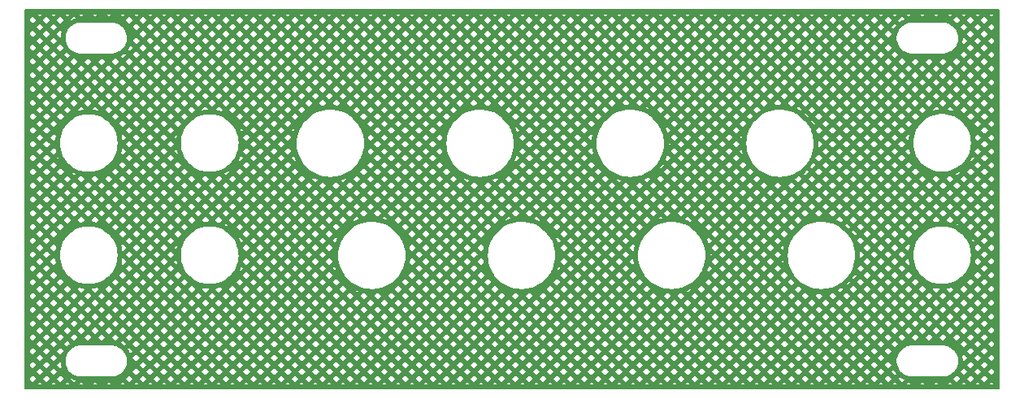
<source format=gbl>
%TF.GenerationSoftware,KiCad,Pcbnew,7.0.1-0*%
%TF.CreationDate,2023-08-11T08:05:26+01:00*%
%TF.ProjectId,ravens-panel-black,72617665-6e73-42d7-9061-6e656c2d626c,rev?*%
%TF.SameCoordinates,Original*%
%TF.FileFunction,Copper,L2,Bot*%
%TF.FilePolarity,Positive*%
%FSLAX46Y46*%
G04 Gerber Fmt 4.6, Leading zero omitted, Abs format (unit mm)*
G04 Created by KiCad (PCBNEW 7.0.1-0) date 2023-08-11 08:05:26*
%MOMM*%
%LPD*%
G01*
G04 APERTURE LIST*
G04 APERTURE END LIST*
%TA.AperFunction,NonConductor*%
G36*
X165843194Y-28974806D02*
G01*
X165861500Y-29019000D01*
X165861500Y-68517000D01*
X165843194Y-68561194D01*
X165799000Y-68579500D01*
X155702099Y-68579500D01*
X82042099Y-68579500D01*
X64325000Y-68579500D01*
X64280806Y-68561194D01*
X64262500Y-68517000D01*
X64262500Y-68009500D01*
X65654435Y-68009500D01*
X66063978Y-68009500D01*
X67091276Y-68009500D01*
X67500819Y-68009500D01*
X68528117Y-68009500D01*
X68937660Y-68009500D01*
X69964958Y-68009500D01*
X70374501Y-68009500D01*
X71401799Y-68009500D01*
X71811342Y-68009500D01*
X72838640Y-68009500D01*
X73248183Y-68009500D01*
X74275481Y-68009500D01*
X74685024Y-68009500D01*
X75712322Y-68009500D01*
X76121865Y-68009500D01*
X77149163Y-68009500D01*
X77558706Y-68009500D01*
X78586003Y-68009500D01*
X78995547Y-68009500D01*
X80022844Y-68009500D01*
X80432388Y-68009500D01*
X81459685Y-68009500D01*
X81869229Y-68009500D01*
X82896526Y-68009500D01*
X83306070Y-68009500D01*
X84333367Y-68009500D01*
X84742911Y-68009500D01*
X85770208Y-68009500D01*
X86179752Y-68009500D01*
X87207049Y-68009500D01*
X87616593Y-68009500D01*
X88643890Y-68009500D01*
X89053434Y-68009500D01*
X90080731Y-68009500D01*
X90490275Y-68009500D01*
X91517572Y-68009500D01*
X91927116Y-68009500D01*
X92954413Y-68009500D01*
X93363957Y-68009500D01*
X94391254Y-68009500D01*
X94800798Y-68009500D01*
X95828095Y-68009500D01*
X96237639Y-68009500D01*
X97264936Y-68009500D01*
X97674480Y-68009500D01*
X98701777Y-68009500D01*
X99111321Y-68009500D01*
X100138618Y-68009500D01*
X100548162Y-68009500D01*
X101575459Y-68009500D01*
X101985003Y-68009500D01*
X103012300Y-68009500D01*
X103421844Y-68009500D01*
X104449141Y-68009500D01*
X104858685Y-68009500D01*
X105885982Y-68009500D01*
X106295526Y-68009500D01*
X107322823Y-68009500D01*
X107732367Y-68009500D01*
X108759664Y-68009500D01*
X109169208Y-68009500D01*
X110196505Y-68009500D01*
X110606049Y-68009500D01*
X111633346Y-68009500D01*
X112042890Y-68009500D01*
X113070187Y-68009500D01*
X113479731Y-68009500D01*
X114507028Y-68009500D01*
X114916572Y-68009500D01*
X115943869Y-68009500D01*
X116353413Y-68009500D01*
X117380710Y-68009500D01*
X117790254Y-68009500D01*
X118817551Y-68009500D01*
X119227095Y-68009500D01*
X120254392Y-68009500D01*
X120663935Y-68009500D01*
X121691233Y-68009500D01*
X122100776Y-68009500D01*
X123128074Y-68009500D01*
X123537617Y-68009500D01*
X124564915Y-68009500D01*
X124974458Y-68009500D01*
X126001756Y-68009500D01*
X126411299Y-68009500D01*
X127438597Y-68009500D01*
X127848140Y-68009500D01*
X128875438Y-68009500D01*
X129284981Y-68009500D01*
X130312279Y-68009500D01*
X130721822Y-68009500D01*
X131749120Y-68009500D01*
X132158663Y-68009500D01*
X133185961Y-68009500D01*
X133595504Y-68009500D01*
X134622802Y-68009500D01*
X135032345Y-68009500D01*
X136059643Y-68009500D01*
X136469186Y-68009500D01*
X137496484Y-68009500D01*
X137906027Y-68009500D01*
X138933325Y-68009500D01*
X139342868Y-68009500D01*
X140370166Y-68009500D01*
X140779709Y-68009500D01*
X141807007Y-68009500D01*
X142216550Y-68009500D01*
X143243848Y-68009500D01*
X143653391Y-68009500D01*
X144680689Y-68009500D01*
X145090232Y-68009500D01*
X146117530Y-68009500D01*
X146527073Y-68009500D01*
X147554370Y-68009500D01*
X147963914Y-68009500D01*
X148991211Y-68009500D01*
X149400755Y-68009500D01*
X150428052Y-68009500D01*
X150837596Y-68009500D01*
X151864893Y-68009500D01*
X152274437Y-68009500D01*
X153301734Y-68009500D01*
X153711278Y-68009500D01*
X154738575Y-68009500D01*
X155148119Y-68009500D01*
X156175416Y-68009500D01*
X156584960Y-68009500D01*
X157612257Y-68009500D01*
X158021801Y-68009500D01*
X159049098Y-68009500D01*
X159458642Y-68009500D01*
X160485939Y-68009500D01*
X160895483Y-68009500D01*
X161922780Y-68009500D01*
X162332324Y-68009500D01*
X163359621Y-68009500D01*
X163769165Y-68009500D01*
X164796462Y-68009500D01*
X165206006Y-68009500D01*
X165001234Y-67804728D01*
X164796462Y-68009500D01*
X163769165Y-68009500D01*
X163564393Y-67804728D01*
X163359621Y-68009500D01*
X162332324Y-68009500D01*
X162127552Y-67804728D01*
X161922780Y-68009500D01*
X160895483Y-68009500D01*
X160690711Y-67804728D01*
X160485939Y-68009500D01*
X159458642Y-68009500D01*
X159253870Y-67804728D01*
X159049098Y-68009500D01*
X158021801Y-68009500D01*
X157817029Y-67804728D01*
X157612257Y-68009500D01*
X156584960Y-68009500D01*
X156380188Y-67804728D01*
X156175416Y-68009500D01*
X155148119Y-68009500D01*
X154943347Y-67804728D01*
X154738575Y-68009500D01*
X153711278Y-68009500D01*
X153506506Y-67804728D01*
X153301734Y-68009500D01*
X152274437Y-68009500D01*
X152069665Y-67804728D01*
X151864893Y-68009500D01*
X150837596Y-68009500D01*
X150632824Y-67804728D01*
X150428052Y-68009500D01*
X149400755Y-68009500D01*
X149195983Y-67804728D01*
X148991211Y-68009500D01*
X147963914Y-68009500D01*
X147759142Y-67804728D01*
X147554370Y-68009500D01*
X146527073Y-68009500D01*
X146322301Y-67804728D01*
X146117530Y-68009500D01*
X145090232Y-68009500D01*
X144885460Y-67804728D01*
X144680689Y-68009500D01*
X143653391Y-68009500D01*
X143448619Y-67804728D01*
X143243848Y-68009500D01*
X142216550Y-68009500D01*
X142011778Y-67804728D01*
X141807007Y-68009500D01*
X140779709Y-68009500D01*
X140574937Y-67804728D01*
X140370166Y-68009500D01*
X139342868Y-68009500D01*
X139138096Y-67804728D01*
X138933325Y-68009500D01*
X137906027Y-68009500D01*
X137701255Y-67804728D01*
X137496484Y-68009500D01*
X136469186Y-68009500D01*
X136264414Y-67804728D01*
X136059643Y-68009500D01*
X135032345Y-68009500D01*
X134827573Y-67804728D01*
X134622802Y-68009500D01*
X133595504Y-68009500D01*
X133390732Y-67804728D01*
X133185961Y-68009500D01*
X132158663Y-68009500D01*
X131953891Y-67804728D01*
X131749120Y-68009500D01*
X130721822Y-68009500D01*
X130517050Y-67804728D01*
X130312279Y-68009500D01*
X129284981Y-68009500D01*
X129080209Y-67804728D01*
X128875438Y-68009500D01*
X127848140Y-68009500D01*
X127643368Y-67804728D01*
X127438597Y-68009500D01*
X126411299Y-68009500D01*
X126206527Y-67804728D01*
X126001756Y-68009500D01*
X124974458Y-68009500D01*
X124769686Y-67804728D01*
X124564915Y-68009500D01*
X123537617Y-68009500D01*
X123332845Y-67804728D01*
X123128074Y-68009500D01*
X122100776Y-68009500D01*
X121896004Y-67804728D01*
X121691233Y-68009500D01*
X120663935Y-68009500D01*
X120459163Y-67804728D01*
X120254392Y-68009500D01*
X119227095Y-68009500D01*
X119022323Y-67804728D01*
X118817551Y-68009500D01*
X117790254Y-68009500D01*
X117585482Y-67804728D01*
X117380710Y-68009500D01*
X116353413Y-68009500D01*
X116148641Y-67804728D01*
X115943869Y-68009500D01*
X114916572Y-68009500D01*
X114711800Y-67804728D01*
X114507028Y-68009500D01*
X113479731Y-68009500D01*
X113274959Y-67804728D01*
X113070187Y-68009500D01*
X112042890Y-68009500D01*
X111838118Y-67804728D01*
X111633346Y-68009500D01*
X110606049Y-68009500D01*
X110401277Y-67804728D01*
X110196505Y-68009500D01*
X109169208Y-68009500D01*
X108964436Y-67804728D01*
X108759664Y-68009500D01*
X107732367Y-68009500D01*
X107527595Y-67804728D01*
X107322823Y-68009500D01*
X106295526Y-68009500D01*
X106090754Y-67804728D01*
X105885982Y-68009500D01*
X104858685Y-68009500D01*
X104653913Y-67804728D01*
X104449141Y-68009500D01*
X103421844Y-68009500D01*
X103217072Y-67804728D01*
X103012300Y-68009500D01*
X101985003Y-68009500D01*
X101780231Y-67804728D01*
X101575459Y-68009500D01*
X100548162Y-68009500D01*
X100343390Y-67804728D01*
X100138618Y-68009500D01*
X99111321Y-68009500D01*
X98906549Y-67804728D01*
X98701777Y-68009500D01*
X97674480Y-68009500D01*
X97469708Y-67804728D01*
X97264936Y-68009500D01*
X96237639Y-68009500D01*
X96032867Y-67804728D01*
X95828095Y-68009500D01*
X94800798Y-68009500D01*
X94596026Y-67804728D01*
X94391254Y-68009500D01*
X93363957Y-68009500D01*
X93159185Y-67804728D01*
X92954413Y-68009500D01*
X91927116Y-68009500D01*
X91722344Y-67804728D01*
X91517572Y-68009500D01*
X90490275Y-68009500D01*
X90285503Y-67804728D01*
X90080731Y-68009500D01*
X89053434Y-68009500D01*
X88848662Y-67804728D01*
X88643890Y-68009500D01*
X87616593Y-68009500D01*
X87411821Y-67804728D01*
X87207049Y-68009500D01*
X86179752Y-68009500D01*
X85974980Y-67804728D01*
X85770208Y-68009500D01*
X84742911Y-68009500D01*
X84538139Y-67804728D01*
X84333367Y-68009500D01*
X83306070Y-68009500D01*
X83101298Y-67804728D01*
X82896526Y-68009500D01*
X81869229Y-68009500D01*
X81664457Y-67804728D01*
X81459685Y-68009500D01*
X80432388Y-68009500D01*
X80227616Y-67804728D01*
X80022844Y-68009500D01*
X78995547Y-68009500D01*
X78790775Y-67804728D01*
X78586003Y-68009500D01*
X77558706Y-68009500D01*
X77353934Y-67804728D01*
X77149163Y-68009500D01*
X76121865Y-68009500D01*
X75917093Y-67804728D01*
X75712322Y-68009500D01*
X74685024Y-68009500D01*
X74480252Y-67804728D01*
X74275481Y-68009500D01*
X73248183Y-68009500D01*
X73043411Y-67804728D01*
X72838640Y-68009500D01*
X71811342Y-68009500D01*
X71606570Y-67804728D01*
X71401799Y-68009500D01*
X70374501Y-68009500D01*
X70169729Y-67804728D01*
X69964958Y-68009500D01*
X68937660Y-68009500D01*
X68732888Y-67804728D01*
X68528117Y-68009500D01*
X67500819Y-68009500D01*
X67296047Y-67804728D01*
X67091276Y-68009500D01*
X66063978Y-68009500D01*
X65859206Y-67804728D01*
X65654435Y-68009500D01*
X64262500Y-68009500D01*
X64262500Y-67499272D01*
X64832500Y-67499272D01*
X65140786Y-67807558D01*
X65501411Y-67446933D01*
X66217002Y-67446933D01*
X66577627Y-67807558D01*
X66938252Y-67446933D01*
X67653843Y-67446933D01*
X68014468Y-67807558D01*
X68375093Y-67446933D01*
X68375092Y-67446932D01*
X69090683Y-67446932D01*
X69451308Y-67807557D01*
X69612818Y-67646048D01*
X69408263Y-67585985D01*
X69399907Y-67582869D01*
X69133950Y-67461410D01*
X69126124Y-67457136D01*
X69110248Y-67446933D01*
X74838048Y-67446933D01*
X75198673Y-67807558D01*
X75559298Y-67446933D01*
X76274889Y-67446933D01*
X76635514Y-67807558D01*
X76996139Y-67446933D01*
X77711730Y-67446933D01*
X78072355Y-67807558D01*
X78432980Y-67446933D01*
X79148571Y-67446933D01*
X79509196Y-67807558D01*
X79869821Y-67446933D01*
X80585412Y-67446933D01*
X80946037Y-67807558D01*
X81306662Y-67446933D01*
X82022253Y-67446933D01*
X82382878Y-67807558D01*
X82743503Y-67446933D01*
X83459094Y-67446933D01*
X83819719Y-67807558D01*
X84180344Y-67446933D01*
X84895935Y-67446933D01*
X85256559Y-67807557D01*
X85617184Y-67446933D01*
X86332776Y-67446933D01*
X86693400Y-67807557D01*
X87054025Y-67446933D01*
X87769617Y-67446933D01*
X88130241Y-67807557D01*
X88490866Y-67446933D01*
X89206458Y-67446933D01*
X89567082Y-67807557D01*
X89927707Y-67446933D01*
X90643299Y-67446933D01*
X91003923Y-67807557D01*
X91364548Y-67446933D01*
X92080140Y-67446933D01*
X92440764Y-67807557D01*
X92801389Y-67446933D01*
X93516981Y-67446933D01*
X93877605Y-67807557D01*
X94238230Y-67446933D01*
X94953822Y-67446933D01*
X95314446Y-67807557D01*
X95675071Y-67446933D01*
X96390663Y-67446933D01*
X96751287Y-67807557D01*
X97111912Y-67446933D01*
X97827504Y-67446933D01*
X98188128Y-67807557D01*
X98548753Y-67446933D01*
X98548752Y-67446932D01*
X99264344Y-67446932D01*
X99624969Y-67807557D01*
X99985594Y-67446933D01*
X99985593Y-67446932D01*
X100701185Y-67446932D01*
X101061810Y-67807557D01*
X101422435Y-67446933D01*
X101422434Y-67446932D01*
X102138026Y-67446932D01*
X102498651Y-67807557D01*
X102859276Y-67446933D01*
X102859275Y-67446932D01*
X103574867Y-67446932D01*
X103935492Y-67807557D01*
X104296117Y-67446933D01*
X104296116Y-67446932D01*
X105011708Y-67446932D01*
X105372333Y-67807557D01*
X105732958Y-67446933D01*
X105732957Y-67446932D01*
X106448549Y-67446932D01*
X106809174Y-67807557D01*
X107169799Y-67446933D01*
X107169798Y-67446932D01*
X107885390Y-67446932D01*
X108246015Y-67807557D01*
X108606640Y-67446933D01*
X108606639Y-67446932D01*
X109322231Y-67446932D01*
X109682856Y-67807557D01*
X110043481Y-67446933D01*
X110043480Y-67446932D01*
X110759072Y-67446932D01*
X111119697Y-67807557D01*
X111480322Y-67446933D01*
X112195913Y-67446933D01*
X112556538Y-67807558D01*
X112917163Y-67446933D01*
X113632754Y-67446933D01*
X113993379Y-67807558D01*
X114354004Y-67446933D01*
X115069595Y-67446933D01*
X115430220Y-67807558D01*
X115790845Y-67446933D01*
X116506436Y-67446933D01*
X116867061Y-67807558D01*
X117227686Y-67446933D01*
X117943277Y-67446933D01*
X118303902Y-67807558D01*
X118664527Y-67446933D01*
X119380118Y-67446933D01*
X119740743Y-67807558D01*
X120101368Y-67446933D01*
X120816959Y-67446933D01*
X121177584Y-67807558D01*
X121538209Y-67446933D01*
X122253800Y-67446933D01*
X122614425Y-67807558D01*
X122975050Y-67446933D01*
X123690641Y-67446933D01*
X124051266Y-67807558D01*
X124411891Y-67446933D01*
X125127482Y-67446933D01*
X125488107Y-67807558D01*
X125848732Y-67446933D01*
X126564323Y-67446933D01*
X126924948Y-67807558D01*
X127285573Y-67446933D01*
X128001164Y-67446933D01*
X128361789Y-67807558D01*
X128722414Y-67446933D01*
X129438005Y-67446933D01*
X129798630Y-67807558D01*
X130159255Y-67446933D01*
X130874846Y-67446933D01*
X131235471Y-67807558D01*
X131596096Y-67446933D01*
X132311687Y-67446933D01*
X132672312Y-67807558D01*
X133032937Y-67446933D01*
X133748528Y-67446933D01*
X134109153Y-67807558D01*
X134469778Y-67446933D01*
X135185369Y-67446933D01*
X135545994Y-67807558D01*
X135906619Y-67446933D01*
X136622210Y-67446933D01*
X136982835Y-67807558D01*
X137343460Y-67446933D01*
X138059051Y-67446933D01*
X138419676Y-67807558D01*
X138780301Y-67446933D01*
X139495892Y-67446933D01*
X139856517Y-67807558D01*
X140217142Y-67446933D01*
X140932733Y-67446933D01*
X141293358Y-67807558D01*
X141653983Y-67446933D01*
X142369574Y-67446933D01*
X142730199Y-67807558D01*
X143090824Y-67446933D01*
X143806415Y-67446933D01*
X144167040Y-67807558D01*
X144527665Y-67446933D01*
X145243256Y-67446933D01*
X145603881Y-67807558D01*
X145964506Y-67446933D01*
X146680097Y-67446933D01*
X147040722Y-67807558D01*
X147401347Y-67446933D01*
X148116938Y-67446933D01*
X148477563Y-67807558D01*
X148838188Y-67446933D01*
X149553779Y-67446933D01*
X149914404Y-67807558D01*
X150275029Y-67446933D01*
X150990620Y-67446933D01*
X151351245Y-67807558D01*
X151711870Y-67446933D01*
X152427461Y-67446933D01*
X152788086Y-67807558D01*
X153148711Y-67446933D01*
X153864302Y-67446933D01*
X154224927Y-67807558D01*
X154585552Y-67446933D01*
X154585551Y-67446932D01*
X155301142Y-67446932D01*
X155661767Y-67807557D01*
X155922023Y-67547300D01*
X155733950Y-67461410D01*
X155726124Y-67457136D01*
X155710246Y-67446932D01*
X161048506Y-67446932D01*
X161409131Y-67807557D01*
X161769755Y-67446933D01*
X162485348Y-67446933D01*
X162845972Y-67807557D01*
X163206597Y-67446933D01*
X163922189Y-67446933D01*
X164282813Y-67807557D01*
X164643438Y-67446933D01*
X164282813Y-67086308D01*
X163922189Y-67446933D01*
X163206597Y-67446933D01*
X162845972Y-67086308D01*
X162485348Y-67446933D01*
X161769755Y-67446933D01*
X161769756Y-67446932D01*
X161428265Y-67105441D01*
X161210982Y-67293720D01*
X161203842Y-67299065D01*
X161182945Y-67312493D01*
X161048506Y-67446932D01*
X155710246Y-67446932D01*
X155480157Y-67299064D01*
X155473018Y-67293721D01*
X155463018Y-67285056D01*
X155301142Y-67446932D01*
X154585551Y-67446932D01*
X154224927Y-67086308D01*
X153864302Y-67446933D01*
X153148711Y-67446933D01*
X152788086Y-67086308D01*
X152427461Y-67446933D01*
X151711870Y-67446933D01*
X151351245Y-67086308D01*
X150990620Y-67446933D01*
X150275029Y-67446933D01*
X149914404Y-67086308D01*
X149553779Y-67446933D01*
X148838188Y-67446933D01*
X148477563Y-67086308D01*
X148116938Y-67446933D01*
X147401347Y-67446933D01*
X147040722Y-67086308D01*
X146680097Y-67446933D01*
X145964506Y-67446933D01*
X145603881Y-67086308D01*
X145243256Y-67446933D01*
X144527665Y-67446933D01*
X144167040Y-67086308D01*
X143806415Y-67446933D01*
X143090824Y-67446933D01*
X142730199Y-67086308D01*
X142369574Y-67446933D01*
X141653983Y-67446933D01*
X141293358Y-67086308D01*
X140932733Y-67446933D01*
X140217142Y-67446933D01*
X139856517Y-67086308D01*
X139495892Y-67446933D01*
X138780301Y-67446933D01*
X138419676Y-67086308D01*
X138059051Y-67446933D01*
X137343460Y-67446933D01*
X136982835Y-67086308D01*
X136622210Y-67446933D01*
X135906619Y-67446933D01*
X135545994Y-67086308D01*
X135185369Y-67446933D01*
X134469778Y-67446933D01*
X134109153Y-67086308D01*
X133748528Y-67446933D01*
X133032937Y-67446933D01*
X132672312Y-67086308D01*
X132311687Y-67446933D01*
X131596096Y-67446933D01*
X131235471Y-67086308D01*
X130874846Y-67446933D01*
X130159255Y-67446933D01*
X129798630Y-67086308D01*
X129438005Y-67446933D01*
X128722414Y-67446933D01*
X128361789Y-67086308D01*
X128001164Y-67446933D01*
X127285573Y-67446933D01*
X126924948Y-67086308D01*
X126564323Y-67446933D01*
X125848732Y-67446933D01*
X125488107Y-67086308D01*
X125127482Y-67446933D01*
X124411891Y-67446933D01*
X124051266Y-67086308D01*
X123690641Y-67446933D01*
X122975050Y-67446933D01*
X122614425Y-67086308D01*
X122253800Y-67446933D01*
X121538209Y-67446933D01*
X121177584Y-67086308D01*
X120816959Y-67446933D01*
X120101368Y-67446933D01*
X119740743Y-67086308D01*
X119380118Y-67446933D01*
X118664527Y-67446933D01*
X118303902Y-67086308D01*
X117943277Y-67446933D01*
X117227686Y-67446933D01*
X116867061Y-67086308D01*
X116506436Y-67446933D01*
X115790845Y-67446933D01*
X115430220Y-67086308D01*
X115069595Y-67446933D01*
X114354004Y-67446933D01*
X113993379Y-67086308D01*
X113632754Y-67446933D01*
X112917163Y-67446933D01*
X112556538Y-67086308D01*
X112195913Y-67446933D01*
X111480322Y-67446933D01*
X111119697Y-67086308D01*
X110759072Y-67446932D01*
X110043480Y-67446932D01*
X109682856Y-67086308D01*
X109322231Y-67446932D01*
X108606639Y-67446932D01*
X108246015Y-67086308D01*
X107885390Y-67446932D01*
X107169798Y-67446932D01*
X106809174Y-67086308D01*
X106448549Y-67446932D01*
X105732957Y-67446932D01*
X105372333Y-67086308D01*
X105011708Y-67446932D01*
X104296116Y-67446932D01*
X103935492Y-67086308D01*
X103574867Y-67446932D01*
X102859275Y-67446932D01*
X102498651Y-67086308D01*
X102138026Y-67446932D01*
X101422434Y-67446932D01*
X101061810Y-67086308D01*
X100701185Y-67446932D01*
X99985593Y-67446932D01*
X99624969Y-67086308D01*
X99264344Y-67446932D01*
X98548752Y-67446932D01*
X98188128Y-67086308D01*
X97827504Y-67446933D01*
X97111912Y-67446933D01*
X96751287Y-67086308D01*
X96390663Y-67446933D01*
X95675071Y-67446933D01*
X95314446Y-67086308D01*
X94953822Y-67446933D01*
X94238230Y-67446933D01*
X93877605Y-67086308D01*
X93516981Y-67446933D01*
X92801389Y-67446933D01*
X92440764Y-67086308D01*
X92080140Y-67446933D01*
X91364548Y-67446933D01*
X91003923Y-67086308D01*
X90643299Y-67446933D01*
X89927707Y-67446933D01*
X89567082Y-67086308D01*
X89206458Y-67446933D01*
X88490866Y-67446933D01*
X88130241Y-67086308D01*
X87769617Y-67446933D01*
X87054025Y-67446933D01*
X86693400Y-67086308D01*
X86332776Y-67446933D01*
X85617184Y-67446933D01*
X85256559Y-67086308D01*
X84895935Y-67446933D01*
X84180344Y-67446933D01*
X83819719Y-67086308D01*
X83459094Y-67446933D01*
X82743503Y-67446933D01*
X82382878Y-67086308D01*
X82022253Y-67446933D01*
X81306662Y-67446933D01*
X80946037Y-67086308D01*
X80585412Y-67446933D01*
X79869821Y-67446933D01*
X79509196Y-67086308D01*
X79148571Y-67446933D01*
X78432980Y-67446933D01*
X78072355Y-67086308D01*
X77711730Y-67446933D01*
X76996139Y-67446933D01*
X76635514Y-67086308D01*
X76274889Y-67446933D01*
X75559298Y-67446933D01*
X75198673Y-67086308D01*
X74838048Y-67446933D01*
X69110248Y-67446933D01*
X69098337Y-67439278D01*
X69090683Y-67446932D01*
X68375092Y-67446932D01*
X68014468Y-67086308D01*
X67653843Y-67446933D01*
X66938252Y-67446933D01*
X66577627Y-67086308D01*
X66217002Y-67446933D01*
X65501411Y-67446933D01*
X65140786Y-67086308D01*
X64832500Y-67394594D01*
X64832500Y-67499272D01*
X64262500Y-67499272D01*
X64262500Y-66728512D01*
X65498581Y-66728512D01*
X65859206Y-67089136D01*
X66219831Y-66728512D01*
X66935422Y-66728512D01*
X67296047Y-67089136D01*
X67656672Y-66728512D01*
X67296047Y-66367887D01*
X66935422Y-66728512D01*
X66219831Y-66728512D01*
X65859206Y-66367887D01*
X65498581Y-66728512D01*
X64262500Y-66728512D01*
X64262500Y-66062431D01*
X64832500Y-66062431D01*
X65140786Y-66370717D01*
X65501411Y-66010092D01*
X66217002Y-66010092D01*
X66577627Y-66370717D01*
X66938252Y-66010092D01*
X67653843Y-66010092D01*
X68014467Y-66370716D01*
X68135556Y-66249627D01*
X68079642Y-66059202D01*
X68077746Y-66050489D01*
X68036136Y-65761085D01*
X68035500Y-65752190D01*
X68035500Y-65694409D01*
X68035459Y-65694203D01*
X68035459Y-65670458D01*
X68014468Y-65649467D01*
X67653843Y-66010092D01*
X66938252Y-66010092D01*
X66577627Y-65649467D01*
X66217002Y-66010092D01*
X65501411Y-66010092D01*
X65140786Y-65649467D01*
X64832500Y-65957753D01*
X64832500Y-66062431D01*
X64262500Y-66062431D01*
X64262500Y-65291671D01*
X65498581Y-65291671D01*
X65859206Y-65652295D01*
X66219831Y-65291671D01*
X66935422Y-65291671D01*
X67296047Y-65652295D01*
X67330019Y-65618323D01*
X68541459Y-65618323D01*
X68541500Y-65618529D01*
X68541500Y-65720468D01*
X68574082Y-65947083D01*
X68638581Y-66166744D01*
X68733687Y-66374998D01*
X68857459Y-66567593D01*
X69007384Y-66740615D01*
X69180406Y-66890540D01*
X69373001Y-67014312D01*
X69373003Y-67014313D01*
X69581254Y-67109418D01*
X69687821Y-67140709D01*
X69800916Y-67173917D01*
X69800917Y-67173917D01*
X69800920Y-67173918D01*
X70027530Y-67206500D01*
X70141901Y-67206500D01*
X70142000Y-67206500D01*
X70142500Y-67206500D01*
X73341500Y-67206500D01*
X73342099Y-67206500D01*
X73456468Y-67206500D01*
X73456470Y-67206500D01*
X73683080Y-67173918D01*
X73902746Y-67109418D01*
X74110997Y-67014313D01*
X74241751Y-66930283D01*
X74303593Y-66890540D01*
X74476615Y-66740615D01*
X74487102Y-66728512D01*
X75556468Y-66728512D01*
X75917093Y-67089136D01*
X76277718Y-66728512D01*
X76993309Y-66728512D01*
X77353934Y-67089136D01*
X77714559Y-66728512D01*
X78430150Y-66728512D01*
X78790775Y-67089137D01*
X79151400Y-66728512D01*
X79866991Y-66728512D01*
X80227616Y-67089137D01*
X80588241Y-66728512D01*
X81303832Y-66728512D01*
X81664457Y-67089137D01*
X82025082Y-66728512D01*
X82740673Y-66728512D01*
X83101298Y-67089137D01*
X83461923Y-66728512D01*
X84177514Y-66728512D01*
X84538139Y-67089137D01*
X84898764Y-66728512D01*
X85614355Y-66728512D01*
X85974980Y-67089137D01*
X86335605Y-66728512D01*
X87051196Y-66728512D01*
X87411821Y-67089137D01*
X87772446Y-66728512D01*
X88488037Y-66728512D01*
X88848662Y-67089137D01*
X89209287Y-66728512D01*
X89924878Y-66728512D01*
X90285503Y-67089137D01*
X90646128Y-66728512D01*
X91361719Y-66728512D01*
X91722344Y-67089137D01*
X92082969Y-66728512D01*
X92798560Y-66728512D01*
X93159185Y-67089137D01*
X93519810Y-66728512D01*
X94235401Y-66728512D01*
X94596026Y-67089137D01*
X94956651Y-66728512D01*
X95672242Y-66728512D01*
X96032867Y-67089137D01*
X96393492Y-66728512D01*
X97109083Y-66728512D01*
X97469708Y-67089137D01*
X97830333Y-66728512D01*
X98545924Y-66728512D01*
X98906549Y-67089137D01*
X99267174Y-66728512D01*
X99982765Y-66728512D01*
X100343390Y-67089137D01*
X100704015Y-66728512D01*
X101419606Y-66728512D01*
X101780231Y-67089137D01*
X102140856Y-66728512D01*
X102856447Y-66728512D01*
X103217072Y-67089137D01*
X103577697Y-66728512D01*
X104293288Y-66728512D01*
X104653913Y-67089137D01*
X105014538Y-66728512D01*
X105730129Y-66728512D01*
X106090754Y-67089137D01*
X106451379Y-66728512D01*
X107166970Y-66728512D01*
X107527595Y-67089137D01*
X107888220Y-66728512D01*
X108603811Y-66728512D01*
X108964436Y-67089137D01*
X109325061Y-66728512D01*
X110040652Y-66728512D01*
X110401277Y-67089137D01*
X110761902Y-66728512D01*
X111477493Y-66728512D01*
X111838118Y-67089137D01*
X112198743Y-66728512D01*
X112914334Y-66728512D01*
X113274959Y-67089137D01*
X113635584Y-66728512D01*
X114351175Y-66728512D01*
X114711800Y-67089137D01*
X115072425Y-66728512D01*
X115788016Y-66728512D01*
X116148641Y-67089137D01*
X116509266Y-66728512D01*
X117224857Y-66728512D01*
X117585482Y-67089137D01*
X117946107Y-66728512D01*
X118661698Y-66728512D01*
X119022323Y-67089137D01*
X119382948Y-66728512D01*
X120098539Y-66728512D01*
X120459163Y-67089136D01*
X120819788Y-66728512D01*
X121535380Y-66728512D01*
X121896004Y-67089136D01*
X122256629Y-66728512D01*
X122972221Y-66728512D01*
X123332845Y-67089136D01*
X123693470Y-66728512D01*
X124409062Y-66728512D01*
X124769686Y-67089136D01*
X125130311Y-66728512D01*
X125845903Y-66728512D01*
X126206527Y-67089136D01*
X126567152Y-66728512D01*
X127282744Y-66728512D01*
X127643368Y-67089136D01*
X128003993Y-66728512D01*
X128719585Y-66728512D01*
X129080209Y-67089136D01*
X129440834Y-66728512D01*
X130156426Y-66728512D01*
X130517050Y-67089136D01*
X130877675Y-66728512D01*
X131593267Y-66728512D01*
X131953891Y-67089136D01*
X132314516Y-66728512D01*
X133030108Y-66728512D01*
X133390732Y-67089136D01*
X133751357Y-66728512D01*
X134466948Y-66728512D01*
X134827573Y-67089136D01*
X135188198Y-66728512D01*
X135903789Y-66728512D01*
X136264414Y-67089136D01*
X136625039Y-66728512D01*
X137340630Y-66728512D01*
X137701255Y-67089136D01*
X138061880Y-66728512D01*
X138777471Y-66728512D01*
X139138096Y-67089136D01*
X139498721Y-66728512D01*
X140214312Y-66728512D01*
X140574937Y-67089136D01*
X140935562Y-66728512D01*
X141651153Y-66728512D01*
X142011778Y-67089136D01*
X142372403Y-66728512D01*
X143087994Y-66728512D01*
X143448619Y-67089136D01*
X143809244Y-66728512D01*
X144524835Y-66728512D01*
X144885460Y-67089136D01*
X145246085Y-66728512D01*
X145961676Y-66728512D01*
X146322301Y-67089136D01*
X146682926Y-66728512D01*
X147398517Y-66728512D01*
X147759142Y-67089137D01*
X148119767Y-66728512D01*
X148835358Y-66728512D01*
X149195983Y-67089137D01*
X149556608Y-66728512D01*
X150272199Y-66728512D01*
X150632824Y-67089137D01*
X150993449Y-66728512D01*
X151709040Y-66728512D01*
X152069665Y-67089137D01*
X152430290Y-66728512D01*
X153145881Y-66728512D01*
X153506506Y-67089137D01*
X153867131Y-66728512D01*
X153867130Y-66728511D01*
X154582721Y-66728511D01*
X154943346Y-67089136D01*
X155102199Y-66930283D01*
X155054280Y-66874982D01*
X155048936Y-66867843D01*
X154890864Y-66621876D01*
X154886590Y-66614050D01*
X154827208Y-66484024D01*
X154582721Y-66728511D01*
X153867130Y-66728511D01*
X153506506Y-66367887D01*
X153145881Y-66728512D01*
X152430290Y-66728512D01*
X152069665Y-66367887D01*
X151709040Y-66728512D01*
X150993449Y-66728512D01*
X150632824Y-66367887D01*
X150272199Y-66728512D01*
X149556608Y-66728512D01*
X149195983Y-66367887D01*
X148835358Y-66728512D01*
X148119767Y-66728512D01*
X147759142Y-66367887D01*
X147398517Y-66728512D01*
X146682926Y-66728512D01*
X146322301Y-66367887D01*
X145961676Y-66728512D01*
X145246085Y-66728512D01*
X144885460Y-66367887D01*
X144524835Y-66728512D01*
X143809244Y-66728512D01*
X143448619Y-66367887D01*
X143087994Y-66728512D01*
X142372403Y-66728512D01*
X142011778Y-66367887D01*
X141651153Y-66728512D01*
X140935562Y-66728512D01*
X140574937Y-66367887D01*
X140214312Y-66728512D01*
X139498721Y-66728512D01*
X139138096Y-66367887D01*
X138777471Y-66728512D01*
X138061880Y-66728512D01*
X137701255Y-66367887D01*
X137340630Y-66728512D01*
X136625039Y-66728512D01*
X136264414Y-66367887D01*
X135903789Y-66728512D01*
X135188198Y-66728512D01*
X134827573Y-66367887D01*
X134466948Y-66728512D01*
X133751357Y-66728512D01*
X133390732Y-66367887D01*
X133030108Y-66728512D01*
X132314516Y-66728512D01*
X131953891Y-66367887D01*
X131593267Y-66728512D01*
X130877675Y-66728512D01*
X130517050Y-66367887D01*
X130156426Y-66728512D01*
X129440834Y-66728512D01*
X129080209Y-66367887D01*
X128719585Y-66728512D01*
X128003993Y-66728512D01*
X127643368Y-66367887D01*
X127282744Y-66728512D01*
X126567152Y-66728512D01*
X126206527Y-66367887D01*
X125845903Y-66728512D01*
X125130311Y-66728512D01*
X124769686Y-66367887D01*
X124409062Y-66728512D01*
X123693470Y-66728512D01*
X123332845Y-66367887D01*
X122972221Y-66728512D01*
X122256629Y-66728512D01*
X121896004Y-66367887D01*
X121535380Y-66728512D01*
X120819788Y-66728512D01*
X120459163Y-66367887D01*
X120098539Y-66728512D01*
X119382948Y-66728512D01*
X119022323Y-66367887D01*
X118661698Y-66728512D01*
X117946107Y-66728512D01*
X117585482Y-66367887D01*
X117224857Y-66728512D01*
X116509266Y-66728512D01*
X116148641Y-66367887D01*
X115788016Y-66728512D01*
X115072425Y-66728512D01*
X114711800Y-66367887D01*
X114351175Y-66728512D01*
X113635584Y-66728512D01*
X113274959Y-66367887D01*
X112914334Y-66728512D01*
X112198743Y-66728512D01*
X111838118Y-66367887D01*
X111477493Y-66728512D01*
X110761902Y-66728512D01*
X110401277Y-66367887D01*
X110040652Y-66728512D01*
X109325061Y-66728512D01*
X108964436Y-66367887D01*
X108603811Y-66728512D01*
X107888220Y-66728512D01*
X107527595Y-66367887D01*
X107166970Y-66728512D01*
X106451379Y-66728512D01*
X106090754Y-66367887D01*
X105730129Y-66728512D01*
X105014538Y-66728512D01*
X104653913Y-66367887D01*
X104293288Y-66728512D01*
X103577697Y-66728512D01*
X103217072Y-66367887D01*
X102856447Y-66728512D01*
X102140856Y-66728512D01*
X101780231Y-66367887D01*
X101419606Y-66728512D01*
X100704015Y-66728512D01*
X100343390Y-66367887D01*
X99982765Y-66728512D01*
X99267174Y-66728512D01*
X98906549Y-66367887D01*
X98545924Y-66728512D01*
X97830333Y-66728512D01*
X97469708Y-66367887D01*
X97109083Y-66728512D01*
X96393492Y-66728512D01*
X96032867Y-66367887D01*
X95672242Y-66728512D01*
X94956651Y-66728512D01*
X94596026Y-66367887D01*
X94235401Y-66728512D01*
X93519810Y-66728512D01*
X93159185Y-66367887D01*
X92798560Y-66728512D01*
X92082969Y-66728512D01*
X91722344Y-66367887D01*
X91361719Y-66728512D01*
X90646128Y-66728512D01*
X90285503Y-66367887D01*
X89924878Y-66728512D01*
X89209287Y-66728512D01*
X88848662Y-66367887D01*
X88488037Y-66728512D01*
X87772446Y-66728512D01*
X87411821Y-66367887D01*
X87051196Y-66728512D01*
X86335605Y-66728512D01*
X85974980Y-66367887D01*
X85614355Y-66728512D01*
X84898764Y-66728512D01*
X84538139Y-66367887D01*
X84177514Y-66728512D01*
X83461923Y-66728512D01*
X83101298Y-66367887D01*
X82740673Y-66728512D01*
X82025082Y-66728512D01*
X81664457Y-66367887D01*
X81303832Y-66728512D01*
X80588241Y-66728512D01*
X80227616Y-66367887D01*
X79866991Y-66728512D01*
X79151400Y-66728512D01*
X78790775Y-66367887D01*
X78430150Y-66728512D01*
X77714559Y-66728512D01*
X77353934Y-66367887D01*
X76993309Y-66728512D01*
X76277718Y-66728512D01*
X75917093Y-66367887D01*
X75556468Y-66728512D01*
X74487102Y-66728512D01*
X74626540Y-66567593D01*
X74750312Y-66374998D01*
X74750313Y-66374997D01*
X74845418Y-66166746D01*
X74891416Y-66010092D01*
X76274889Y-66010092D01*
X76635514Y-66370717D01*
X76996139Y-66010092D01*
X77711730Y-66010092D01*
X78072355Y-66370717D01*
X78432980Y-66010092D01*
X79148571Y-66010092D01*
X79509196Y-66370717D01*
X79869821Y-66010092D01*
X80585412Y-66010092D01*
X80946037Y-66370717D01*
X81306662Y-66010092D01*
X82022253Y-66010092D01*
X82382878Y-66370717D01*
X82743503Y-66010092D01*
X83459094Y-66010092D01*
X83819719Y-66370717D01*
X84180344Y-66010092D01*
X84895935Y-66010092D01*
X85256559Y-66370716D01*
X85617183Y-66010092D01*
X86332776Y-66010092D01*
X86693400Y-66370716D01*
X87054024Y-66010092D01*
X87769617Y-66010092D01*
X88130241Y-66370716D01*
X88490865Y-66010092D01*
X89206458Y-66010092D01*
X89567082Y-66370716D01*
X89927706Y-66010092D01*
X90643299Y-66010092D01*
X91003923Y-66370716D01*
X91364547Y-66010092D01*
X92080140Y-66010092D01*
X92440764Y-66370716D01*
X92801388Y-66010092D01*
X93516981Y-66010092D01*
X93877605Y-66370716D01*
X94238229Y-66010092D01*
X94953822Y-66010092D01*
X95314446Y-66370716D01*
X95675070Y-66010092D01*
X96390663Y-66010092D01*
X96751287Y-66370716D01*
X97111911Y-66010092D01*
X97827504Y-66010092D01*
X98188128Y-66370716D01*
X98548753Y-66010091D01*
X99264344Y-66010091D01*
X99624969Y-66370716D01*
X99985594Y-66010092D01*
X99985593Y-66010091D01*
X100701185Y-66010091D01*
X101061810Y-66370716D01*
X101422435Y-66010092D01*
X101422434Y-66010091D01*
X102138026Y-66010091D01*
X102498651Y-66370716D01*
X102859276Y-66010092D01*
X102859275Y-66010091D01*
X103574867Y-66010091D01*
X103935492Y-66370716D01*
X104296117Y-66010092D01*
X104296116Y-66010091D01*
X105011708Y-66010091D01*
X105372333Y-66370716D01*
X105732958Y-66010092D01*
X105732957Y-66010091D01*
X106448549Y-66010091D01*
X106809174Y-66370716D01*
X107169799Y-66010092D01*
X107169798Y-66010091D01*
X107885390Y-66010091D01*
X108246015Y-66370716D01*
X108606640Y-66010092D01*
X108606639Y-66010091D01*
X109322231Y-66010091D01*
X109682856Y-66370716D01*
X110043481Y-66010092D01*
X110043480Y-66010091D01*
X110759072Y-66010091D01*
X111119697Y-66370716D01*
X111480322Y-66010092D01*
X112195913Y-66010092D01*
X112556538Y-66370717D01*
X112917163Y-66010092D01*
X113632754Y-66010092D01*
X113993379Y-66370717D01*
X114354004Y-66010092D01*
X115069595Y-66010092D01*
X115430220Y-66370717D01*
X115790845Y-66010092D01*
X116506436Y-66010092D01*
X116867061Y-66370717D01*
X117227686Y-66010092D01*
X117943277Y-66010092D01*
X118303902Y-66370717D01*
X118664527Y-66010092D01*
X119380118Y-66010092D01*
X119740743Y-66370717D01*
X120101368Y-66010092D01*
X120816959Y-66010092D01*
X121177584Y-66370717D01*
X121538209Y-66010092D01*
X122253800Y-66010092D01*
X122614425Y-66370717D01*
X122975050Y-66010092D01*
X123690641Y-66010092D01*
X124051266Y-66370717D01*
X124411891Y-66010092D01*
X125127482Y-66010092D01*
X125488107Y-66370717D01*
X125848732Y-66010092D01*
X126564323Y-66010092D01*
X126924948Y-66370717D01*
X127285573Y-66010092D01*
X128001164Y-66010092D01*
X128361789Y-66370717D01*
X128722414Y-66010092D01*
X129438005Y-66010092D01*
X129798630Y-66370717D01*
X130159255Y-66010092D01*
X130874846Y-66010092D01*
X131235471Y-66370717D01*
X131596096Y-66010092D01*
X132311687Y-66010092D01*
X132672312Y-66370717D01*
X133032937Y-66010092D01*
X133748528Y-66010092D01*
X134109153Y-66370717D01*
X134469778Y-66010092D01*
X135185369Y-66010092D01*
X135545994Y-66370717D01*
X135906619Y-66010092D01*
X136622210Y-66010092D01*
X136982835Y-66370717D01*
X137343460Y-66010092D01*
X138059051Y-66010092D01*
X138419676Y-66370717D01*
X138780301Y-66010092D01*
X139495892Y-66010092D01*
X139856517Y-66370717D01*
X140217142Y-66010092D01*
X140932733Y-66010092D01*
X141293358Y-66370717D01*
X141653983Y-66010092D01*
X142369574Y-66010092D01*
X142730199Y-66370717D01*
X143090824Y-66010092D01*
X143806415Y-66010092D01*
X144167040Y-66370717D01*
X144527665Y-66010092D01*
X145243256Y-66010092D01*
X145603881Y-66370717D01*
X145964506Y-66010092D01*
X146680097Y-66010092D01*
X147040722Y-66370717D01*
X147401347Y-66010092D01*
X148116938Y-66010092D01*
X148477563Y-66370717D01*
X148838188Y-66010092D01*
X149553779Y-66010092D01*
X149914404Y-66370717D01*
X150275029Y-66010092D01*
X150990620Y-66010092D01*
X151351245Y-66370717D01*
X151711870Y-66010092D01*
X152427461Y-66010092D01*
X152788086Y-66370717D01*
X153148711Y-66010092D01*
X153864302Y-66010092D01*
X154224927Y-66370717D01*
X154585552Y-66010092D01*
X154224927Y-65649467D01*
X153864302Y-66010092D01*
X153148711Y-66010092D01*
X152788086Y-65649467D01*
X152427461Y-66010092D01*
X151711870Y-66010092D01*
X151351245Y-65649467D01*
X150990620Y-66010092D01*
X150275029Y-66010092D01*
X149914404Y-65649467D01*
X149553779Y-66010092D01*
X148838188Y-66010092D01*
X148477563Y-65649467D01*
X148116938Y-66010092D01*
X147401347Y-66010092D01*
X147040722Y-65649467D01*
X146680097Y-66010092D01*
X145964506Y-66010092D01*
X145603881Y-65649467D01*
X145243256Y-66010092D01*
X144527665Y-66010092D01*
X144167040Y-65649467D01*
X143806415Y-66010092D01*
X143090824Y-66010092D01*
X142730199Y-65649467D01*
X142369574Y-66010092D01*
X141653983Y-66010092D01*
X141293358Y-65649467D01*
X140932733Y-66010092D01*
X140217142Y-66010092D01*
X139856517Y-65649467D01*
X139495892Y-66010092D01*
X138780301Y-66010092D01*
X138419676Y-65649467D01*
X138059051Y-66010092D01*
X137343460Y-66010092D01*
X136982835Y-65649467D01*
X136622210Y-66010092D01*
X135906619Y-66010092D01*
X135545994Y-65649467D01*
X135185369Y-66010092D01*
X134469778Y-66010092D01*
X134109153Y-65649467D01*
X133748528Y-66010092D01*
X133032937Y-66010092D01*
X132672312Y-65649467D01*
X132311687Y-66010092D01*
X131596096Y-66010092D01*
X131235471Y-65649467D01*
X130874846Y-66010092D01*
X130159255Y-66010092D01*
X129798630Y-65649467D01*
X129438005Y-66010092D01*
X128722414Y-66010092D01*
X128361789Y-65649467D01*
X128001164Y-66010092D01*
X127285573Y-66010092D01*
X126924948Y-65649467D01*
X126564323Y-66010092D01*
X125848732Y-66010092D01*
X125488107Y-65649467D01*
X125127482Y-66010092D01*
X124411891Y-66010092D01*
X124051266Y-65649467D01*
X123690641Y-66010092D01*
X122975050Y-66010092D01*
X122614425Y-65649467D01*
X122253800Y-66010092D01*
X121538209Y-66010092D01*
X121177584Y-65649467D01*
X120816959Y-66010092D01*
X120101368Y-66010092D01*
X119740743Y-65649467D01*
X119380118Y-66010092D01*
X118664527Y-66010092D01*
X118303902Y-65649467D01*
X117943277Y-66010092D01*
X117227686Y-66010092D01*
X116867061Y-65649467D01*
X116506436Y-66010092D01*
X115790845Y-66010092D01*
X115430220Y-65649467D01*
X115069595Y-66010092D01*
X114354004Y-66010092D01*
X113993379Y-65649467D01*
X113632754Y-66010092D01*
X112917163Y-66010092D01*
X112556538Y-65649467D01*
X112195913Y-66010092D01*
X111480322Y-66010092D01*
X111119697Y-65649467D01*
X110759072Y-66010091D01*
X110043480Y-66010091D01*
X109682856Y-65649467D01*
X109322231Y-66010091D01*
X108606639Y-66010091D01*
X108246015Y-65649467D01*
X107885390Y-66010091D01*
X107169798Y-66010091D01*
X106809174Y-65649467D01*
X106448549Y-66010091D01*
X105732957Y-66010091D01*
X105372333Y-65649467D01*
X105011708Y-66010091D01*
X104296116Y-66010091D01*
X103935492Y-65649467D01*
X103574867Y-66010091D01*
X102859275Y-66010091D01*
X102498651Y-65649467D01*
X102138026Y-66010091D01*
X101422434Y-66010091D01*
X101061810Y-65649467D01*
X100701185Y-66010091D01*
X99985593Y-66010091D01*
X99624969Y-65649467D01*
X99264344Y-66010091D01*
X98548753Y-66010091D01*
X98188128Y-65649467D01*
X97827504Y-66010092D01*
X97111911Y-66010092D01*
X97111912Y-66010091D01*
X96751287Y-65649467D01*
X96390663Y-66010092D01*
X95675070Y-66010092D01*
X95675071Y-66010091D01*
X95314446Y-65649467D01*
X94953822Y-66010092D01*
X94238229Y-66010092D01*
X94238230Y-66010091D01*
X93877605Y-65649467D01*
X93516981Y-66010092D01*
X92801388Y-66010092D01*
X92801389Y-66010091D01*
X92440764Y-65649467D01*
X92080140Y-66010092D01*
X91364547Y-66010092D01*
X91364548Y-66010091D01*
X91003923Y-65649467D01*
X90643299Y-66010092D01*
X89927706Y-66010092D01*
X89927707Y-66010091D01*
X89567082Y-65649467D01*
X89206458Y-66010092D01*
X88490865Y-66010092D01*
X88490866Y-66010091D01*
X88130241Y-65649467D01*
X87769617Y-66010092D01*
X87054024Y-66010092D01*
X87054025Y-66010091D01*
X86693400Y-65649467D01*
X86332776Y-66010092D01*
X85617183Y-66010092D01*
X85617184Y-66010091D01*
X85256559Y-65649467D01*
X84895935Y-66010092D01*
X84180344Y-66010092D01*
X83819719Y-65649467D01*
X83459094Y-66010092D01*
X82743503Y-66010092D01*
X82382878Y-65649467D01*
X82022253Y-66010092D01*
X81306662Y-66010092D01*
X80946037Y-65649467D01*
X80585412Y-66010092D01*
X79869821Y-66010092D01*
X79509196Y-65649467D01*
X79148571Y-66010092D01*
X78432980Y-66010092D01*
X78072355Y-65649467D01*
X77711730Y-66010092D01*
X76996139Y-66010092D01*
X76635514Y-65649467D01*
X76274889Y-66010092D01*
X74891416Y-66010092D01*
X74909918Y-65947080D01*
X74942500Y-65720470D01*
X74942500Y-65618529D01*
X74942541Y-65618323D01*
X74942541Y-65593677D01*
X74942500Y-65593471D01*
X74942500Y-65491532D01*
X74913764Y-65291671D01*
X75556468Y-65291671D01*
X75917093Y-65652295D01*
X76277718Y-65291671D01*
X76993309Y-65291671D01*
X77353934Y-65652295D01*
X77714559Y-65291671D01*
X78430150Y-65291671D01*
X78790775Y-65652296D01*
X79151400Y-65291671D01*
X79866991Y-65291671D01*
X80227616Y-65652296D01*
X80588241Y-65291671D01*
X81303832Y-65291671D01*
X81664457Y-65652296D01*
X82025082Y-65291671D01*
X82740673Y-65291671D01*
X83101298Y-65652296D01*
X83461923Y-65291671D01*
X84177514Y-65291671D01*
X84538139Y-65652296D01*
X84898764Y-65291671D01*
X85614355Y-65291671D01*
X85974980Y-65652296D01*
X86335605Y-65291671D01*
X87051196Y-65291671D01*
X87411821Y-65652296D01*
X87772446Y-65291671D01*
X88488037Y-65291671D01*
X88848662Y-65652296D01*
X89209287Y-65291671D01*
X89924878Y-65291671D01*
X90285503Y-65652296D01*
X90646128Y-65291671D01*
X91361719Y-65291671D01*
X91722344Y-65652296D01*
X92082969Y-65291671D01*
X92798560Y-65291671D01*
X93159185Y-65652296D01*
X93519810Y-65291671D01*
X94235401Y-65291671D01*
X94596026Y-65652296D01*
X94956651Y-65291671D01*
X95672242Y-65291671D01*
X96032867Y-65652296D01*
X96393492Y-65291671D01*
X97109083Y-65291671D01*
X97469708Y-65652296D01*
X97830333Y-65291671D01*
X98545924Y-65291671D01*
X98906549Y-65652296D01*
X99267174Y-65291671D01*
X99982765Y-65291671D01*
X100343390Y-65652296D01*
X100704015Y-65291671D01*
X101419606Y-65291671D01*
X101780231Y-65652296D01*
X102140856Y-65291671D01*
X102856447Y-65291671D01*
X103217072Y-65652296D01*
X103577697Y-65291671D01*
X104293288Y-65291671D01*
X104653913Y-65652296D01*
X105014538Y-65291671D01*
X105730129Y-65291671D01*
X106090754Y-65652296D01*
X106451379Y-65291671D01*
X107166970Y-65291671D01*
X107527595Y-65652296D01*
X107888220Y-65291671D01*
X108603811Y-65291671D01*
X108964436Y-65652296D01*
X109325061Y-65291671D01*
X110040652Y-65291671D01*
X110401277Y-65652296D01*
X110761902Y-65291671D01*
X111477493Y-65291671D01*
X111838118Y-65652296D01*
X112198743Y-65291671D01*
X112914334Y-65291671D01*
X113274959Y-65652296D01*
X113635584Y-65291671D01*
X114351175Y-65291671D01*
X114711800Y-65652296D01*
X115072425Y-65291671D01*
X115788016Y-65291671D01*
X116148641Y-65652296D01*
X116509266Y-65291671D01*
X117224857Y-65291671D01*
X117585482Y-65652296D01*
X117946107Y-65291671D01*
X118661698Y-65291671D01*
X119022323Y-65652296D01*
X119382948Y-65291671D01*
X120098539Y-65291671D01*
X120459163Y-65652295D01*
X120819788Y-65291671D01*
X121535380Y-65291671D01*
X121896004Y-65652295D01*
X122256629Y-65291671D01*
X122972221Y-65291671D01*
X123332845Y-65652295D01*
X123693470Y-65291671D01*
X124409062Y-65291671D01*
X124769686Y-65652295D01*
X125130311Y-65291671D01*
X125845903Y-65291671D01*
X126206527Y-65652295D01*
X126567152Y-65291671D01*
X127282744Y-65291671D01*
X127643368Y-65652295D01*
X128003993Y-65291671D01*
X128719585Y-65291671D01*
X129080209Y-65652295D01*
X129440834Y-65291671D01*
X130156426Y-65291671D01*
X130517050Y-65652295D01*
X130877675Y-65291671D01*
X131593267Y-65291671D01*
X131953891Y-65652295D01*
X132314516Y-65291671D01*
X133030108Y-65291671D01*
X133390732Y-65652295D01*
X133751357Y-65291671D01*
X134466948Y-65291671D01*
X134827573Y-65652295D01*
X135188198Y-65291671D01*
X135903789Y-65291671D01*
X136264414Y-65652295D01*
X136625039Y-65291671D01*
X137340630Y-65291671D01*
X137701255Y-65652295D01*
X138061880Y-65291671D01*
X138777471Y-65291671D01*
X139138096Y-65652295D01*
X139498721Y-65291671D01*
X140214312Y-65291671D01*
X140574937Y-65652295D01*
X140935562Y-65291671D01*
X141651153Y-65291671D01*
X142011778Y-65652295D01*
X142372403Y-65291671D01*
X143087994Y-65291671D01*
X143448619Y-65652295D01*
X143809244Y-65291671D01*
X144524835Y-65291671D01*
X144885460Y-65652295D01*
X145246085Y-65291671D01*
X145961676Y-65291671D01*
X146322301Y-65652295D01*
X146682926Y-65291671D01*
X147398517Y-65291671D01*
X147759142Y-65652296D01*
X148119767Y-65291671D01*
X148835358Y-65291671D01*
X149195983Y-65652296D01*
X149556608Y-65291671D01*
X150272199Y-65291671D01*
X150632824Y-65652296D01*
X150993449Y-65291671D01*
X151709040Y-65291671D01*
X152069665Y-65652296D01*
X152430290Y-65291671D01*
X153145881Y-65291671D01*
X153506506Y-65652296D01*
X153540479Y-65618323D01*
X155141459Y-65618323D01*
X155141500Y-65618529D01*
X155141500Y-65720468D01*
X155174082Y-65947083D01*
X155238581Y-66166744D01*
X155333687Y-66374998D01*
X155457459Y-66567593D01*
X155607384Y-66740615D01*
X155780406Y-66890540D01*
X155973001Y-67014312D01*
X155973003Y-67014313D01*
X156181254Y-67109418D01*
X156287821Y-67140709D01*
X156400916Y-67173917D01*
X156400917Y-67173917D01*
X156400920Y-67173918D01*
X156627530Y-67206500D01*
X156741901Y-67206500D01*
X156742000Y-67206500D01*
X156742500Y-67206500D01*
X159941500Y-67206500D01*
X159942099Y-67206500D01*
X160056468Y-67206500D01*
X160056470Y-67206500D01*
X160283080Y-67173918D01*
X160502746Y-67109418D01*
X160710997Y-67014313D01*
X160841751Y-66930283D01*
X160903593Y-66890540D01*
X161076615Y-66740615D01*
X161087102Y-66728512D01*
X161766927Y-66728512D01*
X162127552Y-67089137D01*
X162488177Y-66728512D01*
X163203768Y-66728512D01*
X163564393Y-67089137D01*
X163925018Y-66728512D01*
X164640609Y-66728512D01*
X165001234Y-67089137D01*
X165291500Y-66798871D01*
X165291500Y-66658153D01*
X165001234Y-66367887D01*
X164640609Y-66728512D01*
X163925018Y-66728512D01*
X163564393Y-66367887D01*
X163203768Y-66728512D01*
X162488177Y-66728512D01*
X162127552Y-66367887D01*
X161766927Y-66728512D01*
X161087102Y-66728512D01*
X161226540Y-66567593D01*
X161350312Y-66374998D01*
X161350313Y-66374997D01*
X161445418Y-66166746D01*
X161491416Y-66010092D01*
X162485348Y-66010092D01*
X162845972Y-66370716D01*
X163206596Y-66010092D01*
X163922189Y-66010092D01*
X164282813Y-66370716D01*
X164643438Y-66010091D01*
X164282813Y-65649467D01*
X163922189Y-66010092D01*
X163206596Y-66010092D01*
X163206597Y-66010091D01*
X162845972Y-65649467D01*
X162485348Y-66010092D01*
X161491416Y-66010092D01*
X161509918Y-65947080D01*
X161542500Y-65720470D01*
X161542500Y-65618529D01*
X161542541Y-65618323D01*
X161542541Y-65593677D01*
X161542500Y-65593471D01*
X161542500Y-65491532D01*
X161509917Y-65264916D01*
X161454625Y-65076610D01*
X161981986Y-65076610D01*
X162004358Y-65152797D01*
X162006254Y-65161511D01*
X162047864Y-65450915D01*
X162048500Y-65459810D01*
X162048500Y-65517591D01*
X162048541Y-65517797D01*
X162048541Y-65573285D01*
X162127552Y-65652296D01*
X162488177Y-65291671D01*
X163203768Y-65291671D01*
X163564393Y-65652296D01*
X163925018Y-65291671D01*
X164640609Y-65291671D01*
X165001234Y-65652296D01*
X165291500Y-65362030D01*
X165291500Y-65221312D01*
X165001234Y-64931046D01*
X164640609Y-65291671D01*
X163925018Y-65291671D01*
X163564393Y-64931046D01*
X163203768Y-65291671D01*
X162488177Y-65291671D01*
X162127551Y-64931045D01*
X161981986Y-65076610D01*
X161454625Y-65076610D01*
X161445418Y-65045255D01*
X161393260Y-64931045D01*
X161350313Y-64837003D01*
X161345444Y-64829426D01*
X161226540Y-64644406D01*
X161164884Y-64573251D01*
X162485348Y-64573251D01*
X162845972Y-64933875D01*
X163206597Y-64573251D01*
X163922189Y-64573251D01*
X164282813Y-64933875D01*
X164643438Y-64573251D01*
X164282813Y-64212626D01*
X163922189Y-64573251D01*
X163206597Y-64573251D01*
X162845972Y-64212626D01*
X162485348Y-64573251D01*
X161164884Y-64573251D01*
X161076615Y-64471384D01*
X160903593Y-64321459D01*
X160710998Y-64197687D01*
X160502744Y-64102581D01*
X160283083Y-64038082D01*
X160147114Y-64018532D01*
X160056470Y-64005500D01*
X159942099Y-64005500D01*
X156742500Y-64005500D01*
X156742000Y-64005500D01*
X156627530Y-64005500D01*
X156551993Y-64016360D01*
X156400916Y-64038082D01*
X156181255Y-64102581D01*
X155973001Y-64197687D01*
X155780406Y-64321459D01*
X155607384Y-64471384D01*
X155457459Y-64644406D01*
X155333687Y-64837001D01*
X155238581Y-65045255D01*
X155174082Y-65264916D01*
X155141500Y-65491532D01*
X155141500Y-65593471D01*
X155141459Y-65593677D01*
X155141459Y-65618323D01*
X153540479Y-65618323D01*
X153867131Y-65291671D01*
X153506506Y-64931046D01*
X153145881Y-65291671D01*
X152430290Y-65291671D01*
X152069665Y-64931046D01*
X151709040Y-65291671D01*
X150993449Y-65291671D01*
X150632824Y-64931046D01*
X150272199Y-65291671D01*
X149556608Y-65291671D01*
X149195983Y-64931046D01*
X148835358Y-65291671D01*
X148119767Y-65291671D01*
X147759142Y-64931046D01*
X147398517Y-65291671D01*
X146682926Y-65291671D01*
X146322301Y-64931046D01*
X145961676Y-65291671D01*
X145246085Y-65291671D01*
X144885460Y-64931046D01*
X144524835Y-65291671D01*
X143809244Y-65291671D01*
X143448619Y-64931046D01*
X143087994Y-65291671D01*
X142372403Y-65291671D01*
X142011778Y-64931046D01*
X141651153Y-65291671D01*
X140935562Y-65291671D01*
X140574937Y-64931046D01*
X140214312Y-65291671D01*
X139498721Y-65291671D01*
X139138096Y-64931046D01*
X138777471Y-65291671D01*
X138061880Y-65291671D01*
X137701255Y-64931046D01*
X137340630Y-65291671D01*
X136625039Y-65291671D01*
X136264414Y-64931046D01*
X135903789Y-65291671D01*
X135188198Y-65291671D01*
X134827573Y-64931046D01*
X134466948Y-65291671D01*
X133751357Y-65291671D01*
X133390732Y-64931046D01*
X133030108Y-65291671D01*
X132314516Y-65291671D01*
X131953891Y-64931046D01*
X131593267Y-65291671D01*
X130877675Y-65291671D01*
X130517050Y-64931046D01*
X130156426Y-65291671D01*
X129440834Y-65291671D01*
X129080209Y-64931046D01*
X128719585Y-65291671D01*
X128003993Y-65291671D01*
X127643368Y-64931046D01*
X127282744Y-65291671D01*
X126567152Y-65291671D01*
X126206527Y-64931046D01*
X125845903Y-65291671D01*
X125130311Y-65291671D01*
X124769686Y-64931046D01*
X124409062Y-65291671D01*
X123693470Y-65291671D01*
X123332845Y-64931046D01*
X122972221Y-65291671D01*
X122256629Y-65291671D01*
X121896004Y-64931046D01*
X121535380Y-65291671D01*
X120819788Y-65291671D01*
X120459163Y-64931046D01*
X120098539Y-65291671D01*
X119382948Y-65291671D01*
X119022323Y-64931046D01*
X118661698Y-65291671D01*
X117946107Y-65291671D01*
X117585482Y-64931046D01*
X117224857Y-65291671D01*
X116509266Y-65291671D01*
X116148641Y-64931046D01*
X115788016Y-65291671D01*
X115072425Y-65291671D01*
X114711800Y-64931046D01*
X114351175Y-65291671D01*
X113635584Y-65291671D01*
X113274959Y-64931046D01*
X112914334Y-65291671D01*
X112198743Y-65291671D01*
X111838118Y-64931046D01*
X111477493Y-65291671D01*
X110761902Y-65291671D01*
X110401277Y-64931046D01*
X110040652Y-65291671D01*
X109325061Y-65291671D01*
X108964436Y-64931046D01*
X108603811Y-65291671D01*
X107888220Y-65291671D01*
X107527595Y-64931046D01*
X107166970Y-65291671D01*
X106451379Y-65291671D01*
X106090754Y-64931046D01*
X105730129Y-65291671D01*
X105014538Y-65291671D01*
X104653913Y-64931046D01*
X104293288Y-65291671D01*
X103577697Y-65291671D01*
X103217072Y-64931046D01*
X102856447Y-65291671D01*
X102140856Y-65291671D01*
X101780231Y-64931046D01*
X101419606Y-65291671D01*
X100704015Y-65291671D01*
X100343390Y-64931046D01*
X99982765Y-65291671D01*
X99267174Y-65291671D01*
X98906549Y-64931046D01*
X98545924Y-65291671D01*
X97830333Y-65291671D01*
X97469708Y-64931046D01*
X97109083Y-65291671D01*
X96393492Y-65291671D01*
X96032867Y-64931046D01*
X95672242Y-65291671D01*
X94956651Y-65291671D01*
X94596026Y-64931046D01*
X94235401Y-65291671D01*
X93519810Y-65291671D01*
X93159185Y-64931046D01*
X92798560Y-65291671D01*
X92082969Y-65291671D01*
X91722344Y-64931046D01*
X91361719Y-65291671D01*
X90646128Y-65291671D01*
X90285503Y-64931046D01*
X89924878Y-65291671D01*
X89209287Y-65291671D01*
X88848662Y-64931046D01*
X88488037Y-65291671D01*
X87772446Y-65291671D01*
X87411821Y-64931046D01*
X87051196Y-65291671D01*
X86335605Y-65291671D01*
X85974980Y-64931046D01*
X85614355Y-65291671D01*
X84898764Y-65291671D01*
X84538139Y-64931046D01*
X84177514Y-65291671D01*
X83461923Y-65291671D01*
X83101298Y-64931046D01*
X82740673Y-65291671D01*
X82025082Y-65291671D01*
X81664457Y-64931046D01*
X81303832Y-65291671D01*
X80588241Y-65291671D01*
X80227616Y-64931046D01*
X79866991Y-65291671D01*
X79151400Y-65291671D01*
X78790775Y-64931046D01*
X78430150Y-65291671D01*
X77714559Y-65291671D01*
X77353934Y-64931046D01*
X76993309Y-65291671D01*
X76277718Y-65291671D01*
X75917093Y-64931046D01*
X75556468Y-65291671D01*
X74913764Y-65291671D01*
X74909917Y-65264916D01*
X74845418Y-65045255D01*
X74793260Y-64931045D01*
X74750313Y-64837003D01*
X74745444Y-64829426D01*
X74626540Y-64644406D01*
X74476615Y-64471384D01*
X74352323Y-64363684D01*
X75047613Y-64363684D01*
X75193136Y-64590124D01*
X75197410Y-64597950D01*
X75303122Y-64829426D01*
X75559296Y-64573251D01*
X76274889Y-64573251D01*
X76635514Y-64933876D01*
X76996139Y-64573251D01*
X77711730Y-64573251D01*
X78072355Y-64933876D01*
X78432980Y-64573251D01*
X79148571Y-64573251D01*
X79509196Y-64933876D01*
X79869821Y-64573251D01*
X80585412Y-64573251D01*
X80946037Y-64933876D01*
X81306662Y-64573251D01*
X82022253Y-64573251D01*
X82382878Y-64933876D01*
X82743503Y-64573251D01*
X83459094Y-64573251D01*
X83819719Y-64933876D01*
X84180344Y-64573251D01*
X84895935Y-64573251D01*
X85256559Y-64933875D01*
X85617184Y-64573251D01*
X86332776Y-64573251D01*
X86693400Y-64933875D01*
X87054025Y-64573251D01*
X87769617Y-64573251D01*
X88130241Y-64933875D01*
X88490866Y-64573251D01*
X89206458Y-64573251D01*
X89567082Y-64933875D01*
X89927707Y-64573251D01*
X90643299Y-64573251D01*
X91003923Y-64933875D01*
X91364548Y-64573251D01*
X92080140Y-64573251D01*
X92440764Y-64933875D01*
X92801389Y-64573251D01*
X93516981Y-64573251D01*
X93877605Y-64933875D01*
X94238230Y-64573251D01*
X94953822Y-64573251D01*
X95314446Y-64933875D01*
X95675071Y-64573251D01*
X96390663Y-64573251D01*
X96751287Y-64933875D01*
X97111912Y-64573251D01*
X97827504Y-64573251D01*
X98188128Y-64933875D01*
X98548753Y-64573251D01*
X99264344Y-64573251D01*
X99624969Y-64933875D01*
X99985594Y-64573251D01*
X100701185Y-64573251D01*
X101061810Y-64933875D01*
X101422435Y-64573251D01*
X102138026Y-64573251D01*
X102498651Y-64933875D01*
X102859276Y-64573251D01*
X103574867Y-64573251D01*
X103935492Y-64933875D01*
X104296117Y-64573251D01*
X105011708Y-64573251D01*
X105372333Y-64933875D01*
X105732958Y-64573251D01*
X106448549Y-64573251D01*
X106809174Y-64933875D01*
X107169799Y-64573251D01*
X107885390Y-64573251D01*
X108246015Y-64933875D01*
X108606640Y-64573251D01*
X109322231Y-64573251D01*
X109682856Y-64933875D01*
X110043481Y-64573251D01*
X110759072Y-64573251D01*
X111119697Y-64933875D01*
X111480322Y-64573251D01*
X112195913Y-64573251D01*
X112556538Y-64933876D01*
X112917163Y-64573251D01*
X113632754Y-64573251D01*
X113993379Y-64933876D01*
X114354004Y-64573251D01*
X115069595Y-64573251D01*
X115430220Y-64933876D01*
X115790845Y-64573251D01*
X116506436Y-64573251D01*
X116867061Y-64933876D01*
X117227686Y-64573251D01*
X117943277Y-64573251D01*
X118303902Y-64933876D01*
X118664527Y-64573251D01*
X119380118Y-64573251D01*
X119740743Y-64933876D01*
X120101368Y-64573251D01*
X120816959Y-64573251D01*
X121177584Y-64933876D01*
X121538209Y-64573251D01*
X122253800Y-64573251D01*
X122614425Y-64933876D01*
X122975050Y-64573251D01*
X123690641Y-64573251D01*
X124051266Y-64933876D01*
X124411891Y-64573251D01*
X125127482Y-64573251D01*
X125488107Y-64933876D01*
X125848732Y-64573251D01*
X126564323Y-64573251D01*
X126924948Y-64933876D01*
X127285573Y-64573251D01*
X128001164Y-64573251D01*
X128361789Y-64933876D01*
X128722414Y-64573251D01*
X129438005Y-64573251D01*
X129798630Y-64933876D01*
X130159255Y-64573251D01*
X130874846Y-64573251D01*
X131235471Y-64933876D01*
X131596096Y-64573251D01*
X132311687Y-64573251D01*
X132672312Y-64933876D01*
X133032937Y-64573251D01*
X133748528Y-64573251D01*
X134109153Y-64933876D01*
X134469778Y-64573251D01*
X135185369Y-64573251D01*
X135545994Y-64933876D01*
X135906619Y-64573251D01*
X136622210Y-64573251D01*
X136982835Y-64933876D01*
X137343460Y-64573251D01*
X138059051Y-64573251D01*
X138419676Y-64933876D01*
X138780301Y-64573251D01*
X139495892Y-64573251D01*
X139856517Y-64933876D01*
X140217142Y-64573251D01*
X140932733Y-64573251D01*
X141293358Y-64933876D01*
X141653983Y-64573251D01*
X142369574Y-64573251D01*
X142730199Y-64933876D01*
X143090824Y-64573251D01*
X143806415Y-64573251D01*
X144167040Y-64933876D01*
X144527665Y-64573251D01*
X145243256Y-64573251D01*
X145603881Y-64933876D01*
X145964506Y-64573251D01*
X146680097Y-64573251D01*
X147040722Y-64933876D01*
X147401347Y-64573251D01*
X148116938Y-64573251D01*
X148477563Y-64933876D01*
X148838188Y-64573251D01*
X149553779Y-64573251D01*
X149914404Y-64933876D01*
X150275029Y-64573251D01*
X150990620Y-64573251D01*
X151351245Y-64933876D01*
X151711870Y-64573251D01*
X152427461Y-64573251D01*
X152788086Y-64933876D01*
X153148711Y-64573251D01*
X153864302Y-64573251D01*
X154224927Y-64933876D01*
X154585552Y-64573251D01*
X154224927Y-64212626D01*
X153864302Y-64573251D01*
X153148711Y-64573251D01*
X152788086Y-64212626D01*
X152427461Y-64573251D01*
X151711870Y-64573251D01*
X151351245Y-64212626D01*
X150990620Y-64573251D01*
X150275029Y-64573251D01*
X149914404Y-64212626D01*
X149553779Y-64573251D01*
X148838188Y-64573251D01*
X148477563Y-64212626D01*
X148116938Y-64573251D01*
X147401347Y-64573251D01*
X147040722Y-64212626D01*
X146680097Y-64573251D01*
X145964506Y-64573251D01*
X145603881Y-64212626D01*
X145243256Y-64573251D01*
X144527665Y-64573251D01*
X144167040Y-64212626D01*
X143806415Y-64573251D01*
X143090824Y-64573251D01*
X142730199Y-64212626D01*
X142369574Y-64573251D01*
X141653983Y-64573251D01*
X141293358Y-64212626D01*
X140932733Y-64573251D01*
X140217142Y-64573251D01*
X139856517Y-64212626D01*
X139495892Y-64573251D01*
X138780301Y-64573251D01*
X138419676Y-64212626D01*
X138059051Y-64573251D01*
X137343460Y-64573251D01*
X136982835Y-64212626D01*
X136622210Y-64573251D01*
X135906619Y-64573251D01*
X135545994Y-64212626D01*
X135185369Y-64573251D01*
X134469778Y-64573251D01*
X134109153Y-64212626D01*
X133748528Y-64573251D01*
X133032937Y-64573251D01*
X132672312Y-64212626D01*
X132311687Y-64573251D01*
X131596096Y-64573251D01*
X131235471Y-64212626D01*
X130874846Y-64573251D01*
X130159255Y-64573251D01*
X129798630Y-64212626D01*
X129438005Y-64573251D01*
X128722414Y-64573251D01*
X128361789Y-64212626D01*
X128001164Y-64573251D01*
X127285573Y-64573251D01*
X126924948Y-64212626D01*
X126564323Y-64573251D01*
X125848732Y-64573251D01*
X125488107Y-64212626D01*
X125127482Y-64573251D01*
X124411891Y-64573251D01*
X124051266Y-64212626D01*
X123690641Y-64573251D01*
X122975050Y-64573251D01*
X122614425Y-64212626D01*
X122253800Y-64573251D01*
X121538209Y-64573251D01*
X121177584Y-64212626D01*
X120816959Y-64573251D01*
X120101368Y-64573251D01*
X119740743Y-64212626D01*
X119380118Y-64573251D01*
X118664527Y-64573251D01*
X118303902Y-64212626D01*
X117943277Y-64573251D01*
X117227686Y-64573251D01*
X116867061Y-64212626D01*
X116506436Y-64573251D01*
X115790845Y-64573251D01*
X115430220Y-64212626D01*
X115069595Y-64573251D01*
X114354004Y-64573251D01*
X113993379Y-64212626D01*
X113632754Y-64573251D01*
X112917163Y-64573251D01*
X112556538Y-64212626D01*
X112195913Y-64573251D01*
X111480322Y-64573251D01*
X111119697Y-64212626D01*
X110759072Y-64573251D01*
X110043481Y-64573251D01*
X109682856Y-64212626D01*
X109322231Y-64573251D01*
X108606640Y-64573251D01*
X108246015Y-64212626D01*
X107885390Y-64573251D01*
X107169799Y-64573251D01*
X106809174Y-64212626D01*
X106448549Y-64573251D01*
X105732958Y-64573251D01*
X105372333Y-64212626D01*
X105011708Y-64573251D01*
X104296117Y-64573251D01*
X103935492Y-64212626D01*
X103574867Y-64573251D01*
X102859276Y-64573251D01*
X102498651Y-64212626D01*
X102138026Y-64573251D01*
X101422435Y-64573251D01*
X101061810Y-64212626D01*
X100701185Y-64573251D01*
X99985594Y-64573251D01*
X99624969Y-64212626D01*
X99264344Y-64573251D01*
X98548753Y-64573251D01*
X98188128Y-64212626D01*
X97827504Y-64573251D01*
X97111912Y-64573251D01*
X96751287Y-64212626D01*
X96390663Y-64573251D01*
X95675071Y-64573251D01*
X95314446Y-64212626D01*
X94953822Y-64573251D01*
X94238230Y-64573251D01*
X93877605Y-64212626D01*
X93516981Y-64573251D01*
X92801389Y-64573251D01*
X92440764Y-64212626D01*
X92080140Y-64573251D01*
X91364548Y-64573251D01*
X91003923Y-64212626D01*
X90643299Y-64573251D01*
X89927707Y-64573251D01*
X89567082Y-64212626D01*
X89206458Y-64573251D01*
X88490866Y-64573251D01*
X88130241Y-64212626D01*
X87769617Y-64573251D01*
X87054025Y-64573251D01*
X86693400Y-64212626D01*
X86332776Y-64573251D01*
X85617184Y-64573251D01*
X85256559Y-64212626D01*
X84895935Y-64573251D01*
X84180344Y-64573251D01*
X83819719Y-64212626D01*
X83459094Y-64573251D01*
X82743503Y-64573251D01*
X82382878Y-64212626D01*
X82022253Y-64573251D01*
X81306662Y-64573251D01*
X80946037Y-64212626D01*
X80585412Y-64573251D01*
X79869821Y-64573251D01*
X79509196Y-64212626D01*
X79148571Y-64573251D01*
X78432980Y-64573251D01*
X78072355Y-64212626D01*
X77711730Y-64573251D01*
X76996139Y-64573251D01*
X76635514Y-64212626D01*
X76274889Y-64573251D01*
X75559296Y-64573251D01*
X75559297Y-64573250D01*
X75198672Y-64212625D01*
X75047613Y-64363684D01*
X74352323Y-64363684D01*
X74303593Y-64321459D01*
X74110998Y-64197687D01*
X73902744Y-64102581D01*
X73683083Y-64038082D01*
X73547114Y-64018532D01*
X73456470Y-64005500D01*
X73342099Y-64005500D01*
X70142500Y-64005500D01*
X70142000Y-64005500D01*
X70027530Y-64005500D01*
X69951993Y-64016360D01*
X69800916Y-64038082D01*
X69581255Y-64102581D01*
X69373001Y-64197687D01*
X69180406Y-64321459D01*
X69007384Y-64471384D01*
X68857459Y-64644406D01*
X68733687Y-64837001D01*
X68638581Y-65045255D01*
X68574082Y-65264916D01*
X68541500Y-65491532D01*
X68541500Y-65593471D01*
X68541459Y-65593677D01*
X68541459Y-65618323D01*
X67330019Y-65618323D01*
X67656672Y-65291671D01*
X67296047Y-64931046D01*
X66935422Y-65291671D01*
X66219831Y-65291671D01*
X65859206Y-64931046D01*
X65498581Y-65291671D01*
X64262500Y-65291671D01*
X64262500Y-64625590D01*
X64832500Y-64625590D01*
X65140786Y-64933876D01*
X65501411Y-64573251D01*
X66217002Y-64573251D01*
X66577627Y-64933876D01*
X66938252Y-64573251D01*
X67653843Y-64573251D01*
X68014467Y-64933875D01*
X68232958Y-64715384D01*
X68286590Y-64597950D01*
X68290863Y-64590125D01*
X68330417Y-64528575D01*
X68014468Y-64212626D01*
X67653843Y-64573251D01*
X66938252Y-64573251D01*
X66577627Y-64212626D01*
X66217002Y-64573251D01*
X65501411Y-64573251D01*
X65140786Y-64212626D01*
X64832500Y-64520912D01*
X64832500Y-64625590D01*
X64262500Y-64625590D01*
X64262500Y-63854829D01*
X65498581Y-63854829D01*
X65859206Y-64215454D01*
X66219831Y-63854830D01*
X66219830Y-63854829D01*
X66935422Y-63854829D01*
X67296047Y-64215454D01*
X67656672Y-63854830D01*
X68372263Y-63854830D01*
X68640055Y-64122622D01*
X68645748Y-64116053D01*
X68652053Y-64109748D01*
X68873018Y-63918280D01*
X68880157Y-63912936D01*
X69045414Y-63806731D01*
X68949713Y-63711030D01*
X74263426Y-63711030D01*
X74350050Y-63750590D01*
X74357876Y-63754864D01*
X74603843Y-63912936D01*
X74610982Y-63918280D01*
X74700156Y-63995549D01*
X74840876Y-63854829D01*
X75556468Y-63854829D01*
X75917093Y-64215454D01*
X76277718Y-63854830D01*
X76277717Y-63854829D01*
X76993309Y-63854829D01*
X77353934Y-64215454D01*
X77714559Y-63854830D01*
X78430150Y-63854830D01*
X78790775Y-64215455D01*
X79151400Y-63854830D01*
X79866991Y-63854830D01*
X80227616Y-64215455D01*
X80588241Y-63854830D01*
X81303832Y-63854830D01*
X81664457Y-64215455D01*
X82025082Y-63854830D01*
X82740673Y-63854830D01*
X83101298Y-64215455D01*
X83461923Y-63854830D01*
X84177514Y-63854830D01*
X84538139Y-64215455D01*
X84898764Y-63854830D01*
X85614355Y-63854830D01*
X85974980Y-64215455D01*
X86335605Y-63854830D01*
X87051196Y-63854830D01*
X87411821Y-64215455D01*
X87772446Y-63854830D01*
X88488037Y-63854830D01*
X88848662Y-64215455D01*
X89209287Y-63854830D01*
X89924878Y-63854830D01*
X90285503Y-64215455D01*
X90646128Y-63854830D01*
X91361719Y-63854830D01*
X91722344Y-64215455D01*
X92082969Y-63854830D01*
X92798560Y-63854830D01*
X93159185Y-64215455D01*
X93519810Y-63854830D01*
X94235401Y-63854830D01*
X94596026Y-64215455D01*
X94956651Y-63854830D01*
X95672242Y-63854830D01*
X96032867Y-64215455D01*
X96393492Y-63854830D01*
X97109083Y-63854830D01*
X97469708Y-64215455D01*
X97830333Y-63854830D01*
X98545924Y-63854830D01*
X98906549Y-64215455D01*
X99267174Y-63854830D01*
X99982765Y-63854830D01*
X100343390Y-64215455D01*
X100704015Y-63854830D01*
X101419606Y-63854830D01*
X101780231Y-64215455D01*
X102140856Y-63854830D01*
X102856447Y-63854830D01*
X103217072Y-64215455D01*
X103577697Y-63854830D01*
X104293288Y-63854830D01*
X104653913Y-64215455D01*
X105014538Y-63854830D01*
X105730129Y-63854830D01*
X106090754Y-64215455D01*
X106451379Y-63854830D01*
X107166970Y-63854830D01*
X107527595Y-64215455D01*
X107888220Y-63854830D01*
X108603811Y-63854830D01*
X108964436Y-64215455D01*
X109325061Y-63854830D01*
X110040652Y-63854830D01*
X110401277Y-64215455D01*
X110761902Y-63854830D01*
X111477493Y-63854830D01*
X111838118Y-64215455D01*
X112198743Y-63854830D01*
X112914334Y-63854830D01*
X113274959Y-64215455D01*
X113635584Y-63854830D01*
X114351175Y-63854830D01*
X114711800Y-64215455D01*
X115072425Y-63854830D01*
X115788016Y-63854830D01*
X116148641Y-64215455D01*
X116509266Y-63854830D01*
X117224857Y-63854830D01*
X117585482Y-64215455D01*
X117946107Y-63854830D01*
X118661698Y-63854830D01*
X119022323Y-64215455D01*
X119382948Y-63854830D01*
X120098539Y-63854830D01*
X120459163Y-64215454D01*
X120819787Y-63854830D01*
X121535380Y-63854830D01*
X121896004Y-64215454D01*
X122256628Y-63854830D01*
X122972221Y-63854830D01*
X123332845Y-64215454D01*
X123693469Y-63854830D01*
X124409062Y-63854830D01*
X124769686Y-64215454D01*
X125130310Y-63854830D01*
X125845903Y-63854830D01*
X126206527Y-64215454D01*
X126567151Y-63854830D01*
X127282744Y-63854830D01*
X127643368Y-64215454D01*
X128003992Y-63854830D01*
X128719585Y-63854830D01*
X129080209Y-64215454D01*
X129440833Y-63854830D01*
X130156426Y-63854830D01*
X130517050Y-64215454D01*
X130877674Y-63854830D01*
X131593267Y-63854830D01*
X131953891Y-64215454D01*
X132314515Y-63854830D01*
X133030108Y-63854830D01*
X133390732Y-64215454D01*
X133751357Y-63854829D01*
X134466948Y-63854829D01*
X134827573Y-64215454D01*
X135188198Y-63854830D01*
X135188197Y-63854829D01*
X135903789Y-63854829D01*
X136264414Y-64215454D01*
X136625039Y-63854830D01*
X136625038Y-63854829D01*
X137340630Y-63854829D01*
X137701255Y-64215454D01*
X138061880Y-63854830D01*
X138061879Y-63854829D01*
X138777471Y-63854829D01*
X139138096Y-64215454D01*
X139498721Y-63854830D01*
X139498720Y-63854829D01*
X140214312Y-63854829D01*
X140574937Y-64215454D01*
X140935562Y-63854830D01*
X140935561Y-63854829D01*
X141651153Y-63854829D01*
X142011778Y-64215454D01*
X142372403Y-63854830D01*
X142372402Y-63854829D01*
X143087994Y-63854829D01*
X143448619Y-64215454D01*
X143809244Y-63854830D01*
X143809243Y-63854829D01*
X144524835Y-63854829D01*
X144885460Y-64215454D01*
X145246085Y-63854830D01*
X145246084Y-63854829D01*
X145961676Y-63854829D01*
X146322301Y-64215454D01*
X146682926Y-63854830D01*
X147398517Y-63854830D01*
X147759142Y-64215455D01*
X148119767Y-63854830D01*
X148835358Y-63854830D01*
X149195983Y-64215455D01*
X149556608Y-63854830D01*
X150272199Y-63854830D01*
X150632824Y-64215455D01*
X150993449Y-63854830D01*
X151709040Y-63854830D01*
X152069665Y-64215455D01*
X152430290Y-63854830D01*
X153145881Y-63854830D01*
X153506506Y-64215455D01*
X153867131Y-63854830D01*
X154582722Y-63854830D01*
X154943347Y-64215455D01*
X155303972Y-63854830D01*
X161766927Y-63854830D01*
X162127552Y-64215455D01*
X162488177Y-63854830D01*
X163203768Y-63854830D01*
X163564393Y-64215455D01*
X163925018Y-63854830D01*
X164640609Y-63854830D01*
X165001234Y-64215455D01*
X165291500Y-63925189D01*
X165291500Y-63784471D01*
X165001234Y-63494205D01*
X164640609Y-63854830D01*
X163925018Y-63854830D01*
X163564393Y-63494205D01*
X163203768Y-63854830D01*
X162488177Y-63854830D01*
X162127552Y-63494205D01*
X161766927Y-63854830D01*
X155303972Y-63854830D01*
X154943347Y-63494205D01*
X154582722Y-63854830D01*
X153867131Y-63854830D01*
X153506506Y-63494205D01*
X153145881Y-63854830D01*
X152430290Y-63854830D01*
X152069665Y-63494205D01*
X151709040Y-63854830D01*
X150993449Y-63854830D01*
X150632824Y-63494205D01*
X150272199Y-63854830D01*
X149556608Y-63854830D01*
X149195983Y-63494205D01*
X148835358Y-63854830D01*
X148119767Y-63854830D01*
X147759142Y-63494205D01*
X147398517Y-63854830D01*
X146682926Y-63854830D01*
X146322301Y-63494205D01*
X145961676Y-63854829D01*
X145246084Y-63854829D01*
X144885460Y-63494205D01*
X144524835Y-63854829D01*
X143809243Y-63854829D01*
X143448619Y-63494205D01*
X143087994Y-63854829D01*
X142372402Y-63854829D01*
X142011778Y-63494205D01*
X141651153Y-63854829D01*
X140935561Y-63854829D01*
X140574937Y-63494205D01*
X140214312Y-63854829D01*
X139498720Y-63854829D01*
X139138096Y-63494205D01*
X138777471Y-63854829D01*
X138061879Y-63854829D01*
X137701255Y-63494205D01*
X137340630Y-63854829D01*
X136625038Y-63854829D01*
X136264414Y-63494205D01*
X135903789Y-63854829D01*
X135188197Y-63854829D01*
X134827573Y-63494205D01*
X134466948Y-63854829D01*
X133751357Y-63854829D01*
X133390732Y-63494205D01*
X133030108Y-63854830D01*
X132314515Y-63854830D01*
X132314516Y-63854829D01*
X131953891Y-63494205D01*
X131593267Y-63854830D01*
X130877674Y-63854830D01*
X130877675Y-63854829D01*
X130517050Y-63494205D01*
X130156426Y-63854830D01*
X129440833Y-63854830D01*
X129440834Y-63854829D01*
X129080209Y-63494205D01*
X128719585Y-63854830D01*
X128003992Y-63854830D01*
X128003993Y-63854829D01*
X127643368Y-63494205D01*
X127282744Y-63854830D01*
X126567151Y-63854830D01*
X126567152Y-63854829D01*
X126206527Y-63494205D01*
X125845903Y-63854830D01*
X125130310Y-63854830D01*
X125130311Y-63854829D01*
X124769686Y-63494205D01*
X124409062Y-63854830D01*
X123693469Y-63854830D01*
X123693470Y-63854829D01*
X123332845Y-63494205D01*
X122972221Y-63854830D01*
X122256628Y-63854830D01*
X122256629Y-63854829D01*
X121896004Y-63494205D01*
X121535380Y-63854830D01*
X120819787Y-63854830D01*
X120819788Y-63854829D01*
X120459163Y-63494205D01*
X120098539Y-63854830D01*
X119382948Y-63854830D01*
X119022323Y-63494205D01*
X118661698Y-63854830D01*
X117946107Y-63854830D01*
X117585482Y-63494205D01*
X117224857Y-63854830D01*
X116509266Y-63854830D01*
X116148641Y-63494205D01*
X115788016Y-63854830D01*
X115072425Y-63854830D01*
X114711800Y-63494205D01*
X114351175Y-63854830D01*
X113635584Y-63854830D01*
X113274959Y-63494205D01*
X112914334Y-63854830D01*
X112198743Y-63854830D01*
X111838118Y-63494205D01*
X111477493Y-63854830D01*
X110761902Y-63854830D01*
X110401277Y-63494205D01*
X110040652Y-63854830D01*
X109325061Y-63854830D01*
X108964436Y-63494205D01*
X108603811Y-63854830D01*
X107888220Y-63854830D01*
X107527595Y-63494205D01*
X107166970Y-63854830D01*
X106451379Y-63854830D01*
X106090754Y-63494205D01*
X105730129Y-63854830D01*
X105014538Y-63854830D01*
X104653913Y-63494205D01*
X104293288Y-63854830D01*
X103577697Y-63854830D01*
X103217072Y-63494205D01*
X102856447Y-63854830D01*
X102140856Y-63854830D01*
X101780231Y-63494205D01*
X101419606Y-63854830D01*
X100704015Y-63854830D01*
X100343390Y-63494205D01*
X99982765Y-63854830D01*
X99267174Y-63854830D01*
X98906549Y-63494205D01*
X98545924Y-63854830D01*
X97830333Y-63854830D01*
X97469708Y-63494205D01*
X97109083Y-63854830D01*
X96393492Y-63854830D01*
X96032867Y-63494205D01*
X95672242Y-63854830D01*
X94956651Y-63854830D01*
X94596026Y-63494205D01*
X94235401Y-63854830D01*
X93519810Y-63854830D01*
X93159185Y-63494205D01*
X92798560Y-63854830D01*
X92082969Y-63854830D01*
X91722344Y-63494205D01*
X91361719Y-63854830D01*
X90646128Y-63854830D01*
X90285503Y-63494205D01*
X89924878Y-63854830D01*
X89209287Y-63854830D01*
X88848662Y-63494205D01*
X88488037Y-63854830D01*
X87772446Y-63854830D01*
X87411821Y-63494205D01*
X87051196Y-63854830D01*
X86335605Y-63854830D01*
X85974980Y-63494205D01*
X85614355Y-63854830D01*
X84898764Y-63854830D01*
X84538139Y-63494205D01*
X84177514Y-63854830D01*
X83461923Y-63854830D01*
X83101298Y-63494205D01*
X82740673Y-63854830D01*
X82025082Y-63854830D01*
X81664457Y-63494205D01*
X81303832Y-63854830D01*
X80588241Y-63854830D01*
X80227616Y-63494205D01*
X79866991Y-63854830D01*
X79151400Y-63854830D01*
X78790775Y-63494205D01*
X78430150Y-63854830D01*
X77714559Y-63854830D01*
X77353934Y-63494205D01*
X76993309Y-63854829D01*
X76277717Y-63854829D01*
X75917093Y-63494205D01*
X75556468Y-63854829D01*
X74840876Y-63854829D01*
X74480252Y-63494205D01*
X74263426Y-63711030D01*
X68949713Y-63711030D01*
X68732888Y-63494205D01*
X68372263Y-63854830D01*
X67656672Y-63854830D01*
X67296047Y-63494205D01*
X66935422Y-63854829D01*
X66219830Y-63854829D01*
X65859206Y-63494205D01*
X65498581Y-63854829D01*
X64262500Y-63854829D01*
X64262500Y-63188749D01*
X64832500Y-63188749D01*
X65140786Y-63497035D01*
X65501411Y-63136410D01*
X66217002Y-63136410D01*
X66577627Y-63497035D01*
X66938252Y-63136410D01*
X67653843Y-63136410D01*
X68014468Y-63497035D01*
X68375093Y-63136410D01*
X69090684Y-63136410D01*
X69451309Y-63497035D01*
X69811934Y-63136410D01*
X70527525Y-63136410D01*
X70888150Y-63497035D01*
X71248775Y-63136410D01*
X71964366Y-63136410D01*
X72324991Y-63497035D01*
X72685616Y-63136410D01*
X73401207Y-63136410D01*
X73761832Y-63497035D01*
X74122457Y-63136410D01*
X74838048Y-63136410D01*
X75198673Y-63497035D01*
X75559298Y-63136410D01*
X76274889Y-63136410D01*
X76635514Y-63497035D01*
X76996139Y-63136410D01*
X77711730Y-63136410D01*
X78072355Y-63497035D01*
X78432980Y-63136410D01*
X79148571Y-63136410D01*
X79509196Y-63497035D01*
X79869821Y-63136410D01*
X80585412Y-63136410D01*
X80946037Y-63497035D01*
X81306662Y-63136410D01*
X82022253Y-63136410D01*
X82382878Y-63497035D01*
X82743503Y-63136410D01*
X83459094Y-63136410D01*
X83819719Y-63497035D01*
X84180344Y-63136410D01*
X84895935Y-63136410D01*
X85256559Y-63497034D01*
X85617184Y-63136410D01*
X86332776Y-63136410D01*
X86693400Y-63497034D01*
X87054025Y-63136410D01*
X87769617Y-63136410D01*
X88130241Y-63497034D01*
X88490866Y-63136410D01*
X89206458Y-63136410D01*
X89567082Y-63497034D01*
X89927707Y-63136410D01*
X90643299Y-63136410D01*
X91003923Y-63497034D01*
X91364548Y-63136410D01*
X92080140Y-63136410D01*
X92440764Y-63497034D01*
X92801389Y-63136410D01*
X93516981Y-63136410D01*
X93877605Y-63497034D01*
X94238230Y-63136410D01*
X94953822Y-63136410D01*
X95314446Y-63497034D01*
X95675071Y-63136410D01*
X96390663Y-63136410D01*
X96751287Y-63497034D01*
X97111912Y-63136410D01*
X97827504Y-63136410D01*
X98188128Y-63497034D01*
X98548753Y-63136410D01*
X99264344Y-63136410D01*
X99624969Y-63497034D01*
X99985594Y-63136410D01*
X100701185Y-63136410D01*
X101061810Y-63497034D01*
X101422435Y-63136410D01*
X102138026Y-63136410D01*
X102498651Y-63497034D01*
X102859276Y-63136410D01*
X103574867Y-63136410D01*
X103935492Y-63497034D01*
X104296117Y-63136410D01*
X105011708Y-63136410D01*
X105372333Y-63497034D01*
X105732958Y-63136410D01*
X106448549Y-63136410D01*
X106809174Y-63497034D01*
X107169799Y-63136410D01*
X107885390Y-63136410D01*
X108246015Y-63497034D01*
X108606640Y-63136410D01*
X109322231Y-63136410D01*
X109682856Y-63497034D01*
X110043481Y-63136410D01*
X110759072Y-63136410D01*
X111119697Y-63497034D01*
X111480322Y-63136410D01*
X112195913Y-63136410D01*
X112556538Y-63497035D01*
X112917163Y-63136410D01*
X113632754Y-63136410D01*
X113993379Y-63497035D01*
X114354004Y-63136410D01*
X115069595Y-63136410D01*
X115430220Y-63497035D01*
X115790845Y-63136410D01*
X116506436Y-63136410D01*
X116867061Y-63497035D01*
X117227686Y-63136410D01*
X117943277Y-63136410D01*
X118303902Y-63497035D01*
X118664527Y-63136410D01*
X119380118Y-63136410D01*
X119740743Y-63497035D01*
X120101368Y-63136410D01*
X120816959Y-63136410D01*
X121177584Y-63497035D01*
X121538209Y-63136410D01*
X122253800Y-63136410D01*
X122614425Y-63497035D01*
X122975050Y-63136410D01*
X123690641Y-63136410D01*
X124051266Y-63497035D01*
X124411891Y-63136410D01*
X125127482Y-63136410D01*
X125488107Y-63497035D01*
X125848732Y-63136410D01*
X126564323Y-63136410D01*
X126924948Y-63497035D01*
X127285573Y-63136410D01*
X128001164Y-63136410D01*
X128361789Y-63497035D01*
X128722414Y-63136410D01*
X129438005Y-63136410D01*
X129798630Y-63497035D01*
X130159255Y-63136410D01*
X130874846Y-63136410D01*
X131235471Y-63497035D01*
X131596096Y-63136410D01*
X132311687Y-63136410D01*
X132672312Y-63497035D01*
X133032937Y-63136410D01*
X133748528Y-63136410D01*
X134109153Y-63497035D01*
X134469778Y-63136410D01*
X135185369Y-63136410D01*
X135545994Y-63497035D01*
X135906619Y-63136410D01*
X136622210Y-63136410D01*
X136982835Y-63497035D01*
X137343460Y-63136410D01*
X138059051Y-63136410D01*
X138419676Y-63497035D01*
X138780301Y-63136410D01*
X139495892Y-63136410D01*
X139856517Y-63497035D01*
X140217142Y-63136410D01*
X140932733Y-63136410D01*
X141293358Y-63497035D01*
X141653983Y-63136410D01*
X142369574Y-63136410D01*
X142730199Y-63497035D01*
X143090824Y-63136410D01*
X143806415Y-63136410D01*
X144167040Y-63497035D01*
X144527665Y-63136410D01*
X145243256Y-63136410D01*
X145603881Y-63497035D01*
X145964506Y-63136410D01*
X146680097Y-63136410D01*
X147040722Y-63497035D01*
X147401347Y-63136410D01*
X148116938Y-63136410D01*
X148477563Y-63497035D01*
X148838188Y-63136410D01*
X149553779Y-63136410D01*
X149914404Y-63497035D01*
X150275029Y-63136410D01*
X150990620Y-63136410D01*
X151351245Y-63497035D01*
X151711870Y-63136410D01*
X152427461Y-63136410D01*
X152788086Y-63497035D01*
X153148711Y-63136410D01*
X153864302Y-63136410D01*
X154224927Y-63497035D01*
X154585552Y-63136410D01*
X155301143Y-63136410D01*
X155661767Y-63497034D01*
X156022392Y-63136410D01*
X156737984Y-63136410D01*
X157098608Y-63497034D01*
X157459233Y-63136410D01*
X158174825Y-63136410D01*
X158535449Y-63497034D01*
X158896074Y-63136410D01*
X159611666Y-63136410D01*
X159972290Y-63497034D01*
X160332915Y-63136410D01*
X161048507Y-63136410D01*
X161409131Y-63497034D01*
X161769756Y-63136410D01*
X162485348Y-63136410D01*
X162845972Y-63497034D01*
X163206597Y-63136410D01*
X163922189Y-63136410D01*
X164282813Y-63497034D01*
X164643438Y-63136410D01*
X164282813Y-62775785D01*
X163922189Y-63136410D01*
X163206597Y-63136410D01*
X162845972Y-62775785D01*
X162485348Y-63136410D01*
X161769756Y-63136410D01*
X161409131Y-62775785D01*
X161048507Y-63136410D01*
X160332915Y-63136410D01*
X159972290Y-62775785D01*
X159611666Y-63136410D01*
X158896074Y-63136410D01*
X158535449Y-62775785D01*
X158174825Y-63136410D01*
X157459233Y-63136410D01*
X157098608Y-62775785D01*
X156737984Y-63136410D01*
X156022392Y-63136410D01*
X155661767Y-62775785D01*
X155301143Y-63136410D01*
X154585552Y-63136410D01*
X154224927Y-62775785D01*
X153864302Y-63136410D01*
X153148711Y-63136410D01*
X152788086Y-62775785D01*
X152427461Y-63136410D01*
X151711870Y-63136410D01*
X151351245Y-62775785D01*
X150990620Y-63136410D01*
X150275029Y-63136410D01*
X149914404Y-62775785D01*
X149553779Y-63136410D01*
X148838188Y-63136410D01*
X148477563Y-62775785D01*
X148116938Y-63136410D01*
X147401347Y-63136410D01*
X147040722Y-62775785D01*
X146680097Y-63136410D01*
X145964506Y-63136410D01*
X145603881Y-62775785D01*
X145243256Y-63136410D01*
X144527665Y-63136410D01*
X144167040Y-62775785D01*
X143806415Y-63136410D01*
X143090824Y-63136410D01*
X142730199Y-62775785D01*
X142369574Y-63136410D01*
X141653983Y-63136410D01*
X141293358Y-62775785D01*
X140932733Y-63136410D01*
X140217142Y-63136410D01*
X139856517Y-62775785D01*
X139495892Y-63136410D01*
X138780301Y-63136410D01*
X138419676Y-62775785D01*
X138059051Y-63136410D01*
X137343460Y-63136410D01*
X136982835Y-62775785D01*
X136622210Y-63136410D01*
X135906619Y-63136410D01*
X135545994Y-62775785D01*
X135185369Y-63136410D01*
X134469778Y-63136410D01*
X134109153Y-62775785D01*
X133748528Y-63136410D01*
X133032937Y-63136410D01*
X132672312Y-62775785D01*
X132311687Y-63136410D01*
X131596096Y-63136410D01*
X131235471Y-62775785D01*
X130874846Y-63136410D01*
X130159255Y-63136410D01*
X129798630Y-62775785D01*
X129438005Y-63136410D01*
X128722414Y-63136410D01*
X128361789Y-62775785D01*
X128001164Y-63136410D01*
X127285573Y-63136410D01*
X126924948Y-62775785D01*
X126564323Y-63136410D01*
X125848732Y-63136410D01*
X125488107Y-62775785D01*
X125127482Y-63136410D01*
X124411891Y-63136410D01*
X124051266Y-62775785D01*
X123690641Y-63136410D01*
X122975050Y-63136410D01*
X122614425Y-62775785D01*
X122253800Y-63136410D01*
X121538209Y-63136410D01*
X121177584Y-62775785D01*
X120816959Y-63136410D01*
X120101368Y-63136410D01*
X119740743Y-62775785D01*
X119380118Y-63136410D01*
X118664527Y-63136410D01*
X118303902Y-62775785D01*
X117943277Y-63136410D01*
X117227686Y-63136410D01*
X116867061Y-62775785D01*
X116506436Y-63136410D01*
X115790845Y-63136410D01*
X115430220Y-62775785D01*
X115069595Y-63136410D01*
X114354004Y-63136410D01*
X113993379Y-62775785D01*
X113632754Y-63136410D01*
X112917163Y-63136410D01*
X112556538Y-62775785D01*
X112195913Y-63136410D01*
X111480322Y-63136410D01*
X111119697Y-62775785D01*
X110759072Y-63136410D01*
X110043481Y-63136410D01*
X109682856Y-62775785D01*
X109322231Y-63136410D01*
X108606640Y-63136410D01*
X108246015Y-62775785D01*
X107885390Y-63136410D01*
X107169799Y-63136410D01*
X106809174Y-62775785D01*
X106448549Y-63136410D01*
X105732958Y-63136410D01*
X105372333Y-62775785D01*
X105011708Y-63136410D01*
X104296117Y-63136410D01*
X103935492Y-62775785D01*
X103574867Y-63136410D01*
X102859276Y-63136410D01*
X102498651Y-62775785D01*
X102138026Y-63136410D01*
X101422435Y-63136410D01*
X101061810Y-62775785D01*
X100701185Y-63136410D01*
X99985594Y-63136410D01*
X99624969Y-62775785D01*
X99264344Y-63136410D01*
X98548753Y-63136410D01*
X98188128Y-62775785D01*
X97827504Y-63136410D01*
X97111912Y-63136410D01*
X96751287Y-62775785D01*
X96390663Y-63136410D01*
X95675071Y-63136410D01*
X95314446Y-62775785D01*
X94953822Y-63136410D01*
X94238230Y-63136410D01*
X93877605Y-62775785D01*
X93516981Y-63136410D01*
X92801389Y-63136410D01*
X92440764Y-62775785D01*
X92080140Y-63136410D01*
X91364548Y-63136410D01*
X91003923Y-62775785D01*
X90643299Y-63136410D01*
X89927707Y-63136410D01*
X89567082Y-62775785D01*
X89206458Y-63136410D01*
X88490866Y-63136410D01*
X88130241Y-62775785D01*
X87769617Y-63136410D01*
X87054025Y-63136410D01*
X86693400Y-62775785D01*
X86332776Y-63136410D01*
X85617184Y-63136410D01*
X85256559Y-62775785D01*
X84895935Y-63136410D01*
X84180344Y-63136410D01*
X83819719Y-62775785D01*
X83459094Y-63136410D01*
X82743503Y-63136410D01*
X82382878Y-62775785D01*
X82022253Y-63136410D01*
X81306662Y-63136410D01*
X80946037Y-62775785D01*
X80585412Y-63136410D01*
X79869821Y-63136410D01*
X79509196Y-62775785D01*
X79148571Y-63136410D01*
X78432980Y-63136410D01*
X78072355Y-62775785D01*
X77711730Y-63136410D01*
X76996139Y-63136410D01*
X76635514Y-62775785D01*
X76274889Y-63136410D01*
X75559298Y-63136410D01*
X75198673Y-62775785D01*
X74838048Y-63136410D01*
X74122457Y-63136410D01*
X73761832Y-62775785D01*
X73401207Y-63136410D01*
X72685616Y-63136410D01*
X72324991Y-62775785D01*
X71964366Y-63136410D01*
X71248775Y-63136410D01*
X70888150Y-62775785D01*
X70527525Y-63136410D01*
X69811934Y-63136410D01*
X69451309Y-62775785D01*
X69090684Y-63136410D01*
X68375093Y-63136410D01*
X68014468Y-62775785D01*
X67653843Y-63136410D01*
X66938252Y-63136410D01*
X66577627Y-62775785D01*
X66217002Y-63136410D01*
X65501411Y-63136410D01*
X65140786Y-62775785D01*
X64832500Y-63084071D01*
X64832500Y-63188749D01*
X64262500Y-63188749D01*
X64262500Y-62417989D01*
X65498581Y-62417989D01*
X65859206Y-62778613D01*
X66219831Y-62417989D01*
X66935422Y-62417989D01*
X67296047Y-62778613D01*
X67656672Y-62417989D01*
X68372263Y-62417989D01*
X68732888Y-62778613D01*
X69093513Y-62417989D01*
X69809104Y-62417989D01*
X70169729Y-62778613D01*
X70530354Y-62417989D01*
X71245945Y-62417989D01*
X71606570Y-62778613D01*
X71967195Y-62417989D01*
X72682786Y-62417989D01*
X73043411Y-62778613D01*
X73404036Y-62417989D01*
X74119627Y-62417989D01*
X74480252Y-62778613D01*
X74840877Y-62417989D01*
X75556468Y-62417989D01*
X75917093Y-62778613D01*
X76277718Y-62417989D01*
X76993309Y-62417989D01*
X77353934Y-62778613D01*
X77714559Y-62417989D01*
X78430150Y-62417989D01*
X78790775Y-62778614D01*
X79151400Y-62417989D01*
X79866991Y-62417989D01*
X80227616Y-62778614D01*
X80588241Y-62417989D01*
X81303832Y-62417989D01*
X81664457Y-62778614D01*
X82025082Y-62417989D01*
X82740673Y-62417989D01*
X83101298Y-62778614D01*
X83461923Y-62417989D01*
X84177514Y-62417989D01*
X84538139Y-62778614D01*
X84898764Y-62417989D01*
X85614355Y-62417989D01*
X85974980Y-62778614D01*
X86335605Y-62417989D01*
X87051196Y-62417989D01*
X87411821Y-62778614D01*
X87772446Y-62417989D01*
X88488037Y-62417989D01*
X88848662Y-62778614D01*
X89209287Y-62417989D01*
X89924878Y-62417989D01*
X90285503Y-62778614D01*
X90646128Y-62417989D01*
X91361719Y-62417989D01*
X91722344Y-62778614D01*
X92082969Y-62417989D01*
X92798560Y-62417989D01*
X93159185Y-62778614D01*
X93519810Y-62417989D01*
X94235401Y-62417989D01*
X94596026Y-62778614D01*
X94956651Y-62417989D01*
X95672242Y-62417989D01*
X96032867Y-62778614D01*
X96393492Y-62417989D01*
X97109083Y-62417989D01*
X97469708Y-62778614D01*
X97830333Y-62417989D01*
X98545924Y-62417989D01*
X98906549Y-62778614D01*
X99267174Y-62417989D01*
X99982765Y-62417989D01*
X100343390Y-62778614D01*
X100704015Y-62417989D01*
X101419606Y-62417989D01*
X101780231Y-62778614D01*
X102140856Y-62417989D01*
X102856447Y-62417989D01*
X103217072Y-62778614D01*
X103577697Y-62417989D01*
X104293288Y-62417989D01*
X104653913Y-62778614D01*
X105014538Y-62417989D01*
X105730129Y-62417989D01*
X106090754Y-62778614D01*
X106451379Y-62417989D01*
X107166970Y-62417989D01*
X107527595Y-62778614D01*
X107888220Y-62417989D01*
X108603811Y-62417989D01*
X108964436Y-62778614D01*
X109325061Y-62417989D01*
X110040652Y-62417989D01*
X110401277Y-62778614D01*
X110761902Y-62417989D01*
X111477493Y-62417989D01*
X111838118Y-62778614D01*
X112198743Y-62417989D01*
X112914334Y-62417989D01*
X113274959Y-62778614D01*
X113635584Y-62417989D01*
X114351175Y-62417989D01*
X114711800Y-62778614D01*
X115072425Y-62417989D01*
X115788016Y-62417989D01*
X116148641Y-62778614D01*
X116509266Y-62417989D01*
X117224857Y-62417989D01*
X117585482Y-62778614D01*
X117946107Y-62417989D01*
X118661698Y-62417989D01*
X119022323Y-62778614D01*
X119382948Y-62417989D01*
X120098539Y-62417989D01*
X120459163Y-62778613D01*
X120819788Y-62417989D01*
X121535380Y-62417989D01*
X121896004Y-62778613D01*
X122256629Y-62417989D01*
X122972221Y-62417989D01*
X123332845Y-62778613D01*
X123693470Y-62417989D01*
X124409062Y-62417989D01*
X124769686Y-62778613D01*
X125130311Y-62417989D01*
X125845903Y-62417989D01*
X126206527Y-62778613D01*
X126567152Y-62417989D01*
X127282744Y-62417989D01*
X127643368Y-62778613D01*
X128003993Y-62417989D01*
X128719585Y-62417989D01*
X129080209Y-62778613D01*
X129440834Y-62417989D01*
X130156426Y-62417989D01*
X130517050Y-62778613D01*
X130877675Y-62417989D01*
X131593267Y-62417989D01*
X131953891Y-62778613D01*
X132314516Y-62417989D01*
X133030108Y-62417989D01*
X133390732Y-62778613D01*
X133751357Y-62417989D01*
X134466948Y-62417989D01*
X134827573Y-62778613D01*
X135188198Y-62417989D01*
X135903789Y-62417989D01*
X136264414Y-62778613D01*
X136625039Y-62417989D01*
X137340630Y-62417989D01*
X137701255Y-62778613D01*
X138061880Y-62417989D01*
X138777471Y-62417989D01*
X139138096Y-62778613D01*
X139498721Y-62417989D01*
X140214312Y-62417989D01*
X140574937Y-62778613D01*
X140935562Y-62417989D01*
X141651153Y-62417989D01*
X142011778Y-62778613D01*
X142372403Y-62417989D01*
X143087994Y-62417989D01*
X143448619Y-62778613D01*
X143809244Y-62417989D01*
X144524835Y-62417989D01*
X144885460Y-62778613D01*
X145246085Y-62417989D01*
X145961676Y-62417989D01*
X146322301Y-62778613D01*
X146682926Y-62417989D01*
X147398517Y-62417989D01*
X147759142Y-62778614D01*
X148119767Y-62417989D01*
X148835358Y-62417989D01*
X149195983Y-62778614D01*
X149556608Y-62417989D01*
X150272199Y-62417989D01*
X150632824Y-62778614D01*
X150993449Y-62417989D01*
X151709040Y-62417989D01*
X152069665Y-62778614D01*
X152430290Y-62417989D01*
X153145881Y-62417989D01*
X153506506Y-62778614D01*
X153867131Y-62417989D01*
X154582722Y-62417989D01*
X154943347Y-62778614D01*
X155303972Y-62417989D01*
X156019563Y-62417989D01*
X156380188Y-62778614D01*
X156740813Y-62417989D01*
X157456404Y-62417989D01*
X157817029Y-62778614D01*
X158177654Y-62417989D01*
X158893245Y-62417989D01*
X159253870Y-62778614D01*
X159614495Y-62417989D01*
X160330086Y-62417989D01*
X160690711Y-62778614D01*
X161051336Y-62417989D01*
X161766927Y-62417989D01*
X162127552Y-62778614D01*
X162488177Y-62417989D01*
X163203768Y-62417989D01*
X163564393Y-62778614D01*
X163925018Y-62417989D01*
X164640609Y-62417989D01*
X165001234Y-62778614D01*
X165291500Y-62488348D01*
X165291500Y-62347630D01*
X165001234Y-62057364D01*
X164640609Y-62417989D01*
X163925018Y-62417989D01*
X163564393Y-62057364D01*
X163203768Y-62417989D01*
X162488177Y-62417989D01*
X162127552Y-62057364D01*
X161766927Y-62417989D01*
X161051336Y-62417989D01*
X160690711Y-62057364D01*
X160330086Y-62417989D01*
X159614495Y-62417989D01*
X159253870Y-62057364D01*
X158893245Y-62417989D01*
X158177654Y-62417989D01*
X157817029Y-62057364D01*
X157456404Y-62417989D01*
X156740813Y-62417989D01*
X156380188Y-62057364D01*
X156019563Y-62417989D01*
X155303972Y-62417989D01*
X154943347Y-62057364D01*
X154582722Y-62417989D01*
X153867131Y-62417989D01*
X153506506Y-62057364D01*
X153145881Y-62417989D01*
X152430290Y-62417989D01*
X152069665Y-62057364D01*
X151709040Y-62417989D01*
X150993449Y-62417989D01*
X150632824Y-62057364D01*
X150272199Y-62417989D01*
X149556608Y-62417989D01*
X149195983Y-62057364D01*
X148835358Y-62417989D01*
X148119767Y-62417989D01*
X147759142Y-62057364D01*
X147398517Y-62417989D01*
X146682926Y-62417989D01*
X146322301Y-62057364D01*
X145961676Y-62417989D01*
X145246085Y-62417989D01*
X144885460Y-62057364D01*
X144524835Y-62417989D01*
X143809244Y-62417989D01*
X143448619Y-62057364D01*
X143087994Y-62417989D01*
X142372403Y-62417989D01*
X142011778Y-62057364D01*
X141651153Y-62417989D01*
X140935562Y-62417989D01*
X140574937Y-62057364D01*
X140214312Y-62417989D01*
X139498721Y-62417989D01*
X139138096Y-62057364D01*
X138777471Y-62417989D01*
X138061880Y-62417989D01*
X137701255Y-62057364D01*
X137340630Y-62417989D01*
X136625039Y-62417989D01*
X136264414Y-62057364D01*
X135903789Y-62417989D01*
X135188198Y-62417989D01*
X134827573Y-62057364D01*
X134466948Y-62417989D01*
X133751357Y-62417989D01*
X133390732Y-62057364D01*
X133030108Y-62417989D01*
X132314516Y-62417989D01*
X131953891Y-62057364D01*
X131593267Y-62417989D01*
X130877675Y-62417989D01*
X130517050Y-62057364D01*
X130156426Y-62417989D01*
X129440834Y-62417989D01*
X129080209Y-62057364D01*
X128719585Y-62417989D01*
X128003993Y-62417989D01*
X127643368Y-62057364D01*
X127282744Y-62417989D01*
X126567152Y-62417989D01*
X126206527Y-62057364D01*
X125845903Y-62417989D01*
X125130311Y-62417989D01*
X124769686Y-62057364D01*
X124409062Y-62417989D01*
X123693470Y-62417989D01*
X123332845Y-62057364D01*
X122972221Y-62417989D01*
X122256629Y-62417989D01*
X121896004Y-62057364D01*
X121535380Y-62417989D01*
X120819788Y-62417989D01*
X120459163Y-62057364D01*
X120098539Y-62417989D01*
X119382948Y-62417989D01*
X119022323Y-62057364D01*
X118661698Y-62417989D01*
X117946107Y-62417989D01*
X117585482Y-62057364D01*
X117224857Y-62417989D01*
X116509266Y-62417989D01*
X116148641Y-62057364D01*
X115788016Y-62417989D01*
X115072425Y-62417989D01*
X114711800Y-62057364D01*
X114351175Y-62417989D01*
X113635584Y-62417989D01*
X113274959Y-62057364D01*
X112914334Y-62417989D01*
X112198743Y-62417989D01*
X111838118Y-62057364D01*
X111477493Y-62417989D01*
X110761902Y-62417989D01*
X110401277Y-62057364D01*
X110040652Y-62417989D01*
X109325061Y-62417989D01*
X108964436Y-62057364D01*
X108603811Y-62417989D01*
X107888220Y-62417989D01*
X107527595Y-62057364D01*
X107166970Y-62417989D01*
X106451379Y-62417989D01*
X106090754Y-62057364D01*
X105730129Y-62417989D01*
X105014538Y-62417989D01*
X104653913Y-62057364D01*
X104293288Y-62417989D01*
X103577697Y-62417989D01*
X103217072Y-62057364D01*
X102856447Y-62417989D01*
X102140856Y-62417989D01*
X101780231Y-62057364D01*
X101419606Y-62417989D01*
X100704015Y-62417989D01*
X100343390Y-62057364D01*
X99982765Y-62417989D01*
X99267174Y-62417989D01*
X98906549Y-62057364D01*
X98545924Y-62417989D01*
X97830333Y-62417989D01*
X97469708Y-62057364D01*
X97109083Y-62417989D01*
X96393492Y-62417989D01*
X96032867Y-62057364D01*
X95672242Y-62417989D01*
X94956651Y-62417989D01*
X94596026Y-62057364D01*
X94235401Y-62417989D01*
X93519810Y-62417989D01*
X93159185Y-62057364D01*
X92798560Y-62417989D01*
X92082969Y-62417989D01*
X91722344Y-62057364D01*
X91361719Y-62417989D01*
X90646128Y-62417989D01*
X90285503Y-62057364D01*
X89924878Y-62417989D01*
X89209287Y-62417989D01*
X88848662Y-62057364D01*
X88488037Y-62417989D01*
X87772446Y-62417989D01*
X87411821Y-62057364D01*
X87051196Y-62417989D01*
X86335605Y-62417989D01*
X85974980Y-62057364D01*
X85614355Y-62417989D01*
X84898764Y-62417989D01*
X84538139Y-62057364D01*
X84177514Y-62417989D01*
X83461923Y-62417989D01*
X83101298Y-62057364D01*
X82740673Y-62417989D01*
X82025082Y-62417989D01*
X81664457Y-62057364D01*
X81303832Y-62417989D01*
X80588241Y-62417989D01*
X80227616Y-62057364D01*
X79866991Y-62417989D01*
X79151400Y-62417989D01*
X78790775Y-62057364D01*
X78430150Y-62417989D01*
X77714559Y-62417989D01*
X77353934Y-62057364D01*
X76993309Y-62417989D01*
X76277718Y-62417989D01*
X75917093Y-62057364D01*
X75556468Y-62417989D01*
X74840877Y-62417989D01*
X74480252Y-62057364D01*
X74119627Y-62417989D01*
X73404036Y-62417989D01*
X73043411Y-62057364D01*
X72682786Y-62417989D01*
X71967195Y-62417989D01*
X71606570Y-62057364D01*
X71245945Y-62417989D01*
X70530354Y-62417989D01*
X70169729Y-62057364D01*
X69809104Y-62417989D01*
X69093513Y-62417989D01*
X68732888Y-62057364D01*
X68372263Y-62417989D01*
X67656672Y-62417989D01*
X67296047Y-62057364D01*
X66935422Y-62417989D01*
X66219831Y-62417989D01*
X65859206Y-62057364D01*
X65498581Y-62417989D01*
X64262500Y-62417989D01*
X64262500Y-61751908D01*
X64832500Y-61751908D01*
X65140786Y-62060194D01*
X65501411Y-61699569D01*
X66217002Y-61699569D01*
X66577627Y-62060194D01*
X66938252Y-61699569D01*
X67653843Y-61699569D01*
X68014468Y-62060194D01*
X68375093Y-61699569D01*
X69090684Y-61699569D01*
X69451309Y-62060194D01*
X69811934Y-61699569D01*
X70527525Y-61699569D01*
X70888150Y-62060194D01*
X71248775Y-61699569D01*
X71964366Y-61699569D01*
X72324991Y-62060194D01*
X72685616Y-61699569D01*
X73401207Y-61699569D01*
X73761832Y-62060194D01*
X74122457Y-61699569D01*
X74838048Y-61699569D01*
X75198673Y-62060194D01*
X75559298Y-61699569D01*
X76274889Y-61699569D01*
X76635514Y-62060194D01*
X76996139Y-61699569D01*
X77711730Y-61699569D01*
X78072355Y-62060194D01*
X78432980Y-61699569D01*
X79148571Y-61699569D01*
X79509196Y-62060194D01*
X79869821Y-61699569D01*
X80585412Y-61699569D01*
X80946037Y-62060194D01*
X81306662Y-61699569D01*
X82022253Y-61699569D01*
X82382878Y-62060194D01*
X82743503Y-61699569D01*
X83459094Y-61699569D01*
X83819719Y-62060194D01*
X84180344Y-61699569D01*
X84895935Y-61699569D01*
X85256559Y-62060193D01*
X85617183Y-61699569D01*
X86332776Y-61699569D01*
X86693400Y-62060193D01*
X87054024Y-61699569D01*
X87769617Y-61699569D01*
X88130241Y-62060193D01*
X88490865Y-61699569D01*
X89206458Y-61699569D01*
X89567082Y-62060193D01*
X89927706Y-61699569D01*
X90643299Y-61699569D01*
X91003923Y-62060193D01*
X91364547Y-61699569D01*
X92080140Y-61699569D01*
X92440764Y-62060193D01*
X92801388Y-61699569D01*
X93516981Y-61699569D01*
X93877605Y-62060193D01*
X94238229Y-61699569D01*
X94953822Y-61699569D01*
X95314446Y-62060193D01*
X95675070Y-61699569D01*
X96390663Y-61699569D01*
X96751287Y-62060193D01*
X97111911Y-61699569D01*
X97827504Y-61699569D01*
X98188128Y-62060193D01*
X98548753Y-61699568D01*
X99264344Y-61699568D01*
X99624969Y-62060193D01*
X99985594Y-61699569D01*
X99985593Y-61699568D01*
X100701185Y-61699568D01*
X101061810Y-62060193D01*
X101422435Y-61699569D01*
X101422434Y-61699568D01*
X102138026Y-61699568D01*
X102498651Y-62060193D01*
X102859276Y-61699569D01*
X102859275Y-61699568D01*
X103574867Y-61699568D01*
X103935492Y-62060193D01*
X104296117Y-61699569D01*
X104296116Y-61699568D01*
X105011708Y-61699568D01*
X105372333Y-62060193D01*
X105732958Y-61699569D01*
X105732957Y-61699568D01*
X106448549Y-61699568D01*
X106809174Y-62060193D01*
X107169799Y-61699569D01*
X107169798Y-61699568D01*
X107885390Y-61699568D01*
X108246015Y-62060193D01*
X108606640Y-61699569D01*
X108606639Y-61699568D01*
X109322231Y-61699568D01*
X109682856Y-62060193D01*
X110043481Y-61699569D01*
X110043480Y-61699568D01*
X110759072Y-61699568D01*
X111119697Y-62060193D01*
X111480322Y-61699569D01*
X112195913Y-61699569D01*
X112556538Y-62060194D01*
X112917163Y-61699569D01*
X113632754Y-61699569D01*
X113993379Y-62060194D01*
X114354004Y-61699569D01*
X115069595Y-61699569D01*
X115430220Y-62060194D01*
X115790845Y-61699569D01*
X116506436Y-61699569D01*
X116867061Y-62060194D01*
X117227686Y-61699569D01*
X117943277Y-61699569D01*
X118303902Y-62060194D01*
X118664527Y-61699569D01*
X119380118Y-61699569D01*
X119740743Y-62060194D01*
X120101368Y-61699569D01*
X120816959Y-61699569D01*
X121177584Y-62060194D01*
X121538209Y-61699569D01*
X122253800Y-61699569D01*
X122614425Y-62060194D01*
X122975050Y-61699569D01*
X123690641Y-61699569D01*
X124051266Y-62060194D01*
X124411891Y-61699569D01*
X125127482Y-61699569D01*
X125488107Y-62060194D01*
X125848732Y-61699569D01*
X126564323Y-61699569D01*
X126924948Y-62060194D01*
X127285573Y-61699569D01*
X128001164Y-61699569D01*
X128361789Y-62060194D01*
X128722414Y-61699569D01*
X129438005Y-61699569D01*
X129798630Y-62060194D01*
X130159255Y-61699569D01*
X130874846Y-61699569D01*
X131235471Y-62060194D01*
X131596096Y-61699569D01*
X132311687Y-61699569D01*
X132672312Y-62060194D01*
X133032937Y-61699569D01*
X133748528Y-61699569D01*
X134109153Y-62060194D01*
X134469778Y-61699569D01*
X135185369Y-61699569D01*
X135545994Y-62060194D01*
X135906619Y-61699569D01*
X136622210Y-61699569D01*
X136982835Y-62060194D01*
X137343460Y-61699569D01*
X138059051Y-61699569D01*
X138419676Y-62060194D01*
X138780301Y-61699569D01*
X139495892Y-61699569D01*
X139856517Y-62060194D01*
X140217142Y-61699569D01*
X140932733Y-61699569D01*
X141293358Y-62060194D01*
X141653983Y-61699569D01*
X142369574Y-61699569D01*
X142730199Y-62060194D01*
X143090824Y-61699569D01*
X143806415Y-61699569D01*
X144167040Y-62060194D01*
X144527665Y-61699569D01*
X145243256Y-61699569D01*
X145603881Y-62060194D01*
X145964506Y-61699569D01*
X146680097Y-61699569D01*
X147040722Y-62060194D01*
X147401347Y-61699569D01*
X148116938Y-61699569D01*
X148477563Y-62060194D01*
X148838188Y-61699569D01*
X149553779Y-61699569D01*
X149914404Y-62060194D01*
X150275029Y-61699569D01*
X150990620Y-61699569D01*
X151351245Y-62060194D01*
X151711870Y-61699569D01*
X152427461Y-61699569D01*
X152788086Y-62060194D01*
X153148711Y-61699569D01*
X153864302Y-61699569D01*
X154224927Y-62060194D01*
X154585552Y-61699569D01*
X155301143Y-61699569D01*
X155661767Y-62060193D01*
X156022391Y-61699569D01*
X156737984Y-61699569D01*
X157098608Y-62060193D01*
X157459232Y-61699569D01*
X158174825Y-61699569D01*
X158535449Y-62060193D01*
X158896073Y-61699569D01*
X159611666Y-61699569D01*
X159972290Y-62060193D01*
X160332914Y-61699569D01*
X161048507Y-61699569D01*
X161409131Y-62060193D01*
X161769755Y-61699569D01*
X162485348Y-61699569D01*
X162845972Y-62060193D01*
X163206596Y-61699569D01*
X163922189Y-61699569D01*
X164282813Y-62060193D01*
X164643438Y-61699568D01*
X164282813Y-61338944D01*
X163922189Y-61699569D01*
X163206596Y-61699569D01*
X163206597Y-61699568D01*
X162845972Y-61338944D01*
X162485348Y-61699569D01*
X161769755Y-61699569D01*
X161769756Y-61699568D01*
X161409131Y-61338944D01*
X161048507Y-61699569D01*
X160332914Y-61699569D01*
X160332915Y-61699568D01*
X159972290Y-61338944D01*
X159611666Y-61699569D01*
X158896073Y-61699569D01*
X158896074Y-61699568D01*
X158535449Y-61338944D01*
X158174825Y-61699569D01*
X157459232Y-61699569D01*
X157459233Y-61699568D01*
X157098608Y-61338944D01*
X156737984Y-61699569D01*
X156022391Y-61699569D01*
X156022392Y-61699568D01*
X155661767Y-61338944D01*
X155301143Y-61699569D01*
X154585552Y-61699569D01*
X154224927Y-61338944D01*
X153864302Y-61699569D01*
X153148711Y-61699569D01*
X152788086Y-61338944D01*
X152427461Y-61699569D01*
X151711870Y-61699569D01*
X151351245Y-61338944D01*
X150990620Y-61699569D01*
X150275029Y-61699569D01*
X149914404Y-61338944D01*
X149553779Y-61699569D01*
X148838188Y-61699569D01*
X148477563Y-61338944D01*
X148116938Y-61699569D01*
X147401347Y-61699569D01*
X147040722Y-61338944D01*
X146680097Y-61699569D01*
X145964506Y-61699569D01*
X145603881Y-61338944D01*
X145243256Y-61699569D01*
X144527665Y-61699569D01*
X144167040Y-61338944D01*
X143806415Y-61699569D01*
X143090824Y-61699569D01*
X142730199Y-61338944D01*
X142369574Y-61699569D01*
X141653983Y-61699569D01*
X141293358Y-61338944D01*
X140932733Y-61699569D01*
X140217142Y-61699569D01*
X139856517Y-61338944D01*
X139495892Y-61699569D01*
X138780301Y-61699569D01*
X138419676Y-61338944D01*
X138059051Y-61699569D01*
X137343460Y-61699569D01*
X136982835Y-61338944D01*
X136622210Y-61699569D01*
X135906619Y-61699569D01*
X135545994Y-61338944D01*
X135185369Y-61699569D01*
X134469778Y-61699569D01*
X134109153Y-61338944D01*
X133748528Y-61699569D01*
X133032937Y-61699569D01*
X132672312Y-61338944D01*
X132311687Y-61699569D01*
X131596096Y-61699569D01*
X131235471Y-61338944D01*
X130874846Y-61699569D01*
X130159255Y-61699569D01*
X129798630Y-61338944D01*
X129438005Y-61699569D01*
X128722414Y-61699569D01*
X128361789Y-61338944D01*
X128001164Y-61699569D01*
X127285573Y-61699569D01*
X126924948Y-61338944D01*
X126564323Y-61699569D01*
X125848732Y-61699569D01*
X125488107Y-61338944D01*
X125127482Y-61699569D01*
X124411891Y-61699569D01*
X124051266Y-61338944D01*
X123690641Y-61699569D01*
X122975050Y-61699569D01*
X122614425Y-61338944D01*
X122253800Y-61699569D01*
X121538209Y-61699569D01*
X121177584Y-61338944D01*
X120816959Y-61699569D01*
X120101368Y-61699569D01*
X119740743Y-61338944D01*
X119380118Y-61699569D01*
X118664527Y-61699569D01*
X118303902Y-61338944D01*
X117943277Y-61699569D01*
X117227686Y-61699569D01*
X116867061Y-61338944D01*
X116506436Y-61699569D01*
X115790845Y-61699569D01*
X115430220Y-61338944D01*
X115069595Y-61699569D01*
X114354004Y-61699569D01*
X113993379Y-61338944D01*
X113632754Y-61699569D01*
X112917163Y-61699569D01*
X112556538Y-61338944D01*
X112195913Y-61699569D01*
X111480322Y-61699569D01*
X111119697Y-61338944D01*
X110759072Y-61699568D01*
X110043480Y-61699568D01*
X109682856Y-61338944D01*
X109322231Y-61699568D01*
X108606639Y-61699568D01*
X108246015Y-61338944D01*
X107885390Y-61699568D01*
X107169798Y-61699568D01*
X106809174Y-61338944D01*
X106448549Y-61699568D01*
X105732957Y-61699568D01*
X105372333Y-61338944D01*
X105011708Y-61699568D01*
X104296116Y-61699568D01*
X103935492Y-61338944D01*
X103574867Y-61699568D01*
X102859275Y-61699568D01*
X102498651Y-61338944D01*
X102138026Y-61699568D01*
X101422434Y-61699568D01*
X101061810Y-61338944D01*
X100701185Y-61699568D01*
X99985593Y-61699568D01*
X99624969Y-61338944D01*
X99264344Y-61699568D01*
X98548753Y-61699568D01*
X98188128Y-61338944D01*
X97827504Y-61699569D01*
X97111911Y-61699569D01*
X97111912Y-61699568D01*
X96751287Y-61338944D01*
X96390663Y-61699569D01*
X95675070Y-61699569D01*
X95675071Y-61699568D01*
X95314446Y-61338944D01*
X94953822Y-61699569D01*
X94238229Y-61699569D01*
X94238230Y-61699568D01*
X93877605Y-61338944D01*
X93516981Y-61699569D01*
X92801388Y-61699569D01*
X92801389Y-61699568D01*
X92440764Y-61338944D01*
X92080140Y-61699569D01*
X91364547Y-61699569D01*
X91364548Y-61699568D01*
X91003923Y-61338944D01*
X90643299Y-61699569D01*
X89927706Y-61699569D01*
X89927707Y-61699568D01*
X89567082Y-61338944D01*
X89206458Y-61699569D01*
X88490865Y-61699569D01*
X88490866Y-61699568D01*
X88130241Y-61338944D01*
X87769617Y-61699569D01*
X87054024Y-61699569D01*
X87054025Y-61699568D01*
X86693400Y-61338944D01*
X86332776Y-61699569D01*
X85617183Y-61699569D01*
X85617184Y-61699568D01*
X85256559Y-61338944D01*
X84895935Y-61699569D01*
X84180344Y-61699569D01*
X83819719Y-61338944D01*
X83459094Y-61699569D01*
X82743503Y-61699569D01*
X82382878Y-61338944D01*
X82022253Y-61699569D01*
X81306662Y-61699569D01*
X80946037Y-61338944D01*
X80585412Y-61699569D01*
X79869821Y-61699569D01*
X79509196Y-61338944D01*
X79148571Y-61699569D01*
X78432980Y-61699569D01*
X78072355Y-61338944D01*
X77711730Y-61699569D01*
X76996139Y-61699569D01*
X76635514Y-61338944D01*
X76274889Y-61699569D01*
X75559298Y-61699569D01*
X75198673Y-61338944D01*
X74838048Y-61699569D01*
X74122457Y-61699569D01*
X73761832Y-61338944D01*
X73401207Y-61699569D01*
X72685616Y-61699569D01*
X72324991Y-61338944D01*
X71964366Y-61699569D01*
X71248775Y-61699569D01*
X70888150Y-61338944D01*
X70527525Y-61699569D01*
X69811934Y-61699569D01*
X69451309Y-61338944D01*
X69090684Y-61699569D01*
X68375093Y-61699569D01*
X68014468Y-61338944D01*
X67653843Y-61699569D01*
X66938252Y-61699569D01*
X66577627Y-61338944D01*
X66217002Y-61699569D01*
X65501411Y-61699569D01*
X65140786Y-61338944D01*
X64832500Y-61647230D01*
X64832500Y-61751908D01*
X64262500Y-61751908D01*
X64262500Y-60981148D01*
X65498581Y-60981148D01*
X65859206Y-61341772D01*
X66219830Y-60981148D01*
X66935422Y-60981148D01*
X67296047Y-61341772D01*
X67656671Y-60981148D01*
X68372263Y-60981148D01*
X68732888Y-61341772D01*
X69093512Y-60981148D01*
X69809104Y-60981148D01*
X70169729Y-61341772D01*
X70530353Y-60981148D01*
X71245945Y-60981148D01*
X71606570Y-61341772D01*
X71967194Y-60981148D01*
X72682786Y-60981148D01*
X73043411Y-61341772D01*
X73404035Y-60981148D01*
X74119627Y-60981148D01*
X74480252Y-61341772D01*
X74840876Y-60981148D01*
X75556468Y-60981148D01*
X75917093Y-61341772D01*
X76277717Y-60981148D01*
X76993309Y-60981148D01*
X77353934Y-61341772D01*
X77714558Y-60981148D01*
X78430150Y-60981148D01*
X78790775Y-61341773D01*
X79151399Y-60981148D01*
X79866991Y-60981148D01*
X80227616Y-61341773D01*
X80588240Y-60981148D01*
X81303832Y-60981148D01*
X81664457Y-61341773D01*
X82025081Y-60981148D01*
X82740673Y-60981148D01*
X83101298Y-61341773D01*
X83461922Y-60981148D01*
X84177514Y-60981148D01*
X84538139Y-61341773D01*
X84898763Y-60981148D01*
X85614355Y-60981148D01*
X85974980Y-61341773D01*
X86335604Y-60981148D01*
X87051196Y-60981148D01*
X87411821Y-61341773D01*
X87772445Y-60981148D01*
X88488037Y-60981148D01*
X88848662Y-61341773D01*
X89209286Y-60981148D01*
X89924878Y-60981148D01*
X90285503Y-61341773D01*
X90646127Y-60981148D01*
X91361719Y-60981148D01*
X91722344Y-61341773D01*
X92082968Y-60981148D01*
X92798560Y-60981148D01*
X93159185Y-61341773D01*
X93519809Y-60981148D01*
X94235401Y-60981148D01*
X94596026Y-61341773D01*
X94956650Y-60981148D01*
X95672242Y-60981148D01*
X96032867Y-61341773D01*
X96393491Y-60981148D01*
X97109083Y-60981148D01*
X97469708Y-61341773D01*
X97830332Y-60981148D01*
X98545924Y-60981148D01*
X98906549Y-61341773D01*
X99267173Y-60981148D01*
X99982765Y-60981148D01*
X100343390Y-61341773D01*
X100704014Y-60981148D01*
X101419606Y-60981148D01*
X101780231Y-61341773D01*
X102140855Y-60981148D01*
X102856447Y-60981148D01*
X103217072Y-61341773D01*
X103577696Y-60981148D01*
X104293288Y-60981148D01*
X104653913Y-61341773D01*
X105014537Y-60981148D01*
X105730129Y-60981148D01*
X106090754Y-61341773D01*
X106451378Y-60981148D01*
X107166970Y-60981148D01*
X107527595Y-61341773D01*
X107888219Y-60981148D01*
X108603811Y-60981148D01*
X108964436Y-61341773D01*
X109325060Y-60981148D01*
X110040652Y-60981148D01*
X110401277Y-61341773D01*
X110761901Y-60981148D01*
X111477493Y-60981148D01*
X111838118Y-61341773D01*
X112198742Y-60981148D01*
X112914334Y-60981148D01*
X113274959Y-61341773D01*
X113635583Y-60981148D01*
X114351175Y-60981148D01*
X114711800Y-61341773D01*
X115072424Y-60981148D01*
X115788016Y-60981148D01*
X116148641Y-61341773D01*
X116509265Y-60981148D01*
X117224857Y-60981148D01*
X117585482Y-61341773D01*
X117946106Y-60981148D01*
X118661698Y-60981148D01*
X119022323Y-61341773D01*
X119382947Y-60981148D01*
X120098539Y-60981148D01*
X120459163Y-61341772D01*
X120819788Y-60981148D01*
X121535380Y-60981148D01*
X121896004Y-61341772D01*
X122256629Y-60981148D01*
X122972221Y-60981148D01*
X123332845Y-61341772D01*
X123693470Y-60981148D01*
X124409062Y-60981148D01*
X124769686Y-61341772D01*
X125130311Y-60981148D01*
X125845903Y-60981148D01*
X126206527Y-61341772D01*
X126567152Y-60981148D01*
X127282744Y-60981148D01*
X127643368Y-61341772D01*
X128003993Y-60981148D01*
X128719585Y-60981148D01*
X129080209Y-61341772D01*
X129440834Y-60981148D01*
X130156426Y-60981148D01*
X130517050Y-61341772D01*
X130877675Y-60981148D01*
X131593267Y-60981148D01*
X131953891Y-61341772D01*
X132314516Y-60981148D01*
X133030108Y-60981148D01*
X133390732Y-61341772D01*
X133751357Y-60981148D01*
X134466948Y-60981148D01*
X134827573Y-61341772D01*
X135188197Y-60981148D01*
X135903789Y-60981148D01*
X136264414Y-61341772D01*
X136625038Y-60981148D01*
X137340630Y-60981148D01*
X137701255Y-61341772D01*
X138061879Y-60981148D01*
X138777471Y-60981148D01*
X139138096Y-61341772D01*
X139498720Y-60981148D01*
X140214312Y-60981148D01*
X140574937Y-61341772D01*
X140935561Y-60981148D01*
X141651153Y-60981148D01*
X142011778Y-61341772D01*
X142372402Y-60981148D01*
X143087994Y-60981148D01*
X143448619Y-61341772D01*
X143809243Y-60981148D01*
X144524835Y-60981148D01*
X144885460Y-61341772D01*
X145246084Y-60981148D01*
X145961676Y-60981148D01*
X146322301Y-61341772D01*
X146682925Y-60981148D01*
X147398517Y-60981148D01*
X147759142Y-61341773D01*
X148119766Y-60981148D01*
X148835358Y-60981148D01*
X149195983Y-61341773D01*
X149556607Y-60981148D01*
X150272199Y-60981148D01*
X150632824Y-61341773D01*
X150993448Y-60981148D01*
X151709040Y-60981148D01*
X152069665Y-61341773D01*
X152430289Y-60981148D01*
X153145881Y-60981148D01*
X153506506Y-61341773D01*
X153867130Y-60981148D01*
X154582722Y-60981148D01*
X154943347Y-61341773D01*
X155303971Y-60981148D01*
X156019563Y-60981148D01*
X156380188Y-61341773D01*
X156740812Y-60981148D01*
X157456404Y-60981148D01*
X157817029Y-61341773D01*
X158177653Y-60981148D01*
X158893245Y-60981148D01*
X159253870Y-61341773D01*
X159614494Y-60981148D01*
X160330086Y-60981148D01*
X160690711Y-61341773D01*
X161051335Y-60981148D01*
X161766927Y-60981148D01*
X162127552Y-61341773D01*
X162488176Y-60981148D01*
X163203768Y-60981148D01*
X163564393Y-61341773D01*
X163925017Y-60981148D01*
X164640609Y-60981148D01*
X165001234Y-61341773D01*
X165291500Y-61051507D01*
X165291500Y-60910789D01*
X165001234Y-60620523D01*
X164640609Y-60981148D01*
X163925017Y-60981148D01*
X163564393Y-60620523D01*
X163203768Y-60981148D01*
X162488176Y-60981148D01*
X162127552Y-60620523D01*
X161766927Y-60981148D01*
X161051335Y-60981148D01*
X160690711Y-60620523D01*
X160330086Y-60981148D01*
X159614494Y-60981148D01*
X159253870Y-60620523D01*
X158893245Y-60981148D01*
X158177653Y-60981148D01*
X157817029Y-60620523D01*
X157456404Y-60981148D01*
X156740812Y-60981148D01*
X156380188Y-60620523D01*
X156019563Y-60981148D01*
X155303971Y-60981148D01*
X154943347Y-60620523D01*
X154582722Y-60981148D01*
X153867130Y-60981148D01*
X153506506Y-60620523D01*
X153145881Y-60981148D01*
X152430289Y-60981148D01*
X152069665Y-60620523D01*
X151709040Y-60981148D01*
X150993448Y-60981148D01*
X150632824Y-60620523D01*
X150272199Y-60981148D01*
X149556607Y-60981148D01*
X149195983Y-60620523D01*
X148835358Y-60981148D01*
X148119766Y-60981148D01*
X147759142Y-60620523D01*
X147398517Y-60981148D01*
X146682925Y-60981148D01*
X146322301Y-60620523D01*
X145961676Y-60981148D01*
X145246084Y-60981148D01*
X144885460Y-60620523D01*
X144524835Y-60981148D01*
X143809243Y-60981148D01*
X143448619Y-60620523D01*
X143087994Y-60981148D01*
X142372402Y-60981148D01*
X142011778Y-60620523D01*
X141651153Y-60981148D01*
X140935561Y-60981148D01*
X140574937Y-60620523D01*
X140214312Y-60981148D01*
X139498720Y-60981148D01*
X139138096Y-60620523D01*
X138777471Y-60981148D01*
X138061879Y-60981148D01*
X137701255Y-60620523D01*
X137340630Y-60981148D01*
X136625038Y-60981148D01*
X136264414Y-60620523D01*
X135903789Y-60981148D01*
X135188197Y-60981148D01*
X134827573Y-60620523D01*
X134466948Y-60981148D01*
X133751357Y-60981148D01*
X133390732Y-60620523D01*
X133030108Y-60981148D01*
X132314516Y-60981148D01*
X131953891Y-60620523D01*
X131593267Y-60981148D01*
X130877675Y-60981148D01*
X130517050Y-60620523D01*
X130156426Y-60981148D01*
X129440834Y-60981148D01*
X129080209Y-60620523D01*
X128719585Y-60981148D01*
X128003993Y-60981148D01*
X127643368Y-60620523D01*
X127282744Y-60981148D01*
X126567152Y-60981148D01*
X126206527Y-60620523D01*
X125845903Y-60981148D01*
X125130311Y-60981148D01*
X124769686Y-60620523D01*
X124409062Y-60981148D01*
X123693470Y-60981148D01*
X123332845Y-60620523D01*
X122972221Y-60981148D01*
X122256629Y-60981148D01*
X121896004Y-60620523D01*
X121535380Y-60981148D01*
X120819788Y-60981148D01*
X120459163Y-60620523D01*
X120098539Y-60981148D01*
X119382947Y-60981148D01*
X119022323Y-60620523D01*
X118661698Y-60981148D01*
X117946106Y-60981148D01*
X117585482Y-60620523D01*
X117224857Y-60981148D01*
X116509265Y-60981148D01*
X116148641Y-60620523D01*
X115788016Y-60981148D01*
X115072424Y-60981148D01*
X114711800Y-60620523D01*
X114351175Y-60981148D01*
X113635583Y-60981148D01*
X113274959Y-60620523D01*
X112914334Y-60981148D01*
X112198742Y-60981148D01*
X111838118Y-60620523D01*
X111477493Y-60981148D01*
X110761901Y-60981148D01*
X110401277Y-60620523D01*
X110040652Y-60981148D01*
X109325060Y-60981148D01*
X108964436Y-60620523D01*
X108603811Y-60981148D01*
X107888219Y-60981148D01*
X107527595Y-60620523D01*
X107166970Y-60981148D01*
X106451378Y-60981148D01*
X106090754Y-60620523D01*
X105730129Y-60981148D01*
X105014537Y-60981148D01*
X104653913Y-60620523D01*
X104293288Y-60981148D01*
X103577696Y-60981148D01*
X103217072Y-60620523D01*
X102856447Y-60981148D01*
X102140855Y-60981148D01*
X101780231Y-60620523D01*
X101419606Y-60981148D01*
X100704014Y-60981148D01*
X100343390Y-60620523D01*
X99982765Y-60981148D01*
X99267173Y-60981148D01*
X98906549Y-60620523D01*
X98545924Y-60981148D01*
X97830332Y-60981148D01*
X97469708Y-60620523D01*
X97109083Y-60981148D01*
X96393491Y-60981148D01*
X96032867Y-60620523D01*
X95672242Y-60981148D01*
X94956650Y-60981148D01*
X94596026Y-60620523D01*
X94235401Y-60981148D01*
X93519809Y-60981148D01*
X93159185Y-60620523D01*
X92798560Y-60981148D01*
X92082968Y-60981148D01*
X91722344Y-60620523D01*
X91361719Y-60981148D01*
X90646127Y-60981148D01*
X90285503Y-60620523D01*
X89924878Y-60981148D01*
X89209286Y-60981148D01*
X88848662Y-60620523D01*
X88488037Y-60981148D01*
X87772445Y-60981148D01*
X87411821Y-60620523D01*
X87051196Y-60981148D01*
X86335604Y-60981148D01*
X85974980Y-60620523D01*
X85614355Y-60981148D01*
X84898763Y-60981148D01*
X84538139Y-60620523D01*
X84177514Y-60981148D01*
X83461922Y-60981148D01*
X83101298Y-60620523D01*
X82740673Y-60981148D01*
X82025081Y-60981148D01*
X81664457Y-60620523D01*
X81303832Y-60981148D01*
X80588240Y-60981148D01*
X80227616Y-60620523D01*
X79866991Y-60981148D01*
X79151399Y-60981148D01*
X78790775Y-60620523D01*
X78430150Y-60981148D01*
X77714558Y-60981148D01*
X77353934Y-60620523D01*
X76993309Y-60981148D01*
X76277717Y-60981148D01*
X75917093Y-60620523D01*
X75556468Y-60981148D01*
X74840876Y-60981148D01*
X74480252Y-60620523D01*
X74119627Y-60981148D01*
X73404035Y-60981148D01*
X73043411Y-60620523D01*
X72682786Y-60981148D01*
X71967194Y-60981148D01*
X71606570Y-60620523D01*
X71245945Y-60981148D01*
X70530353Y-60981148D01*
X70169729Y-60620523D01*
X69809104Y-60981148D01*
X69093512Y-60981148D01*
X68732888Y-60620523D01*
X68372263Y-60981148D01*
X67656671Y-60981148D01*
X67296047Y-60620523D01*
X66935422Y-60981148D01*
X66219830Y-60981148D01*
X65859206Y-60620523D01*
X65498581Y-60981148D01*
X64262500Y-60981148D01*
X64262500Y-60315067D01*
X64832500Y-60315067D01*
X65140786Y-60623353D01*
X65501411Y-60262728D01*
X66217002Y-60262728D01*
X66577627Y-60623353D01*
X66938252Y-60262728D01*
X67653843Y-60262728D01*
X68014468Y-60623353D01*
X68375093Y-60262728D01*
X69090684Y-60262728D01*
X69451309Y-60623353D01*
X69811934Y-60262728D01*
X70527525Y-60262728D01*
X70888150Y-60623353D01*
X71248775Y-60262728D01*
X71964366Y-60262728D01*
X72324991Y-60623353D01*
X72685616Y-60262728D01*
X73401207Y-60262728D01*
X73761832Y-60623353D01*
X74122457Y-60262728D01*
X74838048Y-60262728D01*
X75198673Y-60623353D01*
X75559298Y-60262728D01*
X76274889Y-60262728D01*
X76635514Y-60623353D01*
X76996139Y-60262728D01*
X77711730Y-60262728D01*
X78072355Y-60623353D01*
X78432980Y-60262728D01*
X79148571Y-60262728D01*
X79509196Y-60623353D01*
X79869821Y-60262728D01*
X80585412Y-60262728D01*
X80946037Y-60623353D01*
X81306662Y-60262728D01*
X82022253Y-60262728D01*
X82382878Y-60623353D01*
X82743503Y-60262728D01*
X83459094Y-60262728D01*
X83819719Y-60623353D01*
X84180344Y-60262728D01*
X84895935Y-60262728D01*
X85256559Y-60623352D01*
X85617184Y-60262728D01*
X86332776Y-60262728D01*
X86693400Y-60623352D01*
X87054025Y-60262728D01*
X87769617Y-60262728D01*
X88130241Y-60623352D01*
X88490866Y-60262728D01*
X89206458Y-60262728D01*
X89567082Y-60623352D01*
X89927707Y-60262728D01*
X90643299Y-60262728D01*
X91003923Y-60623352D01*
X91364548Y-60262728D01*
X92080140Y-60262728D01*
X92440764Y-60623352D01*
X92801389Y-60262728D01*
X93516981Y-60262728D01*
X93877605Y-60623352D01*
X94238230Y-60262728D01*
X94953822Y-60262728D01*
X95314446Y-60623352D01*
X95675071Y-60262728D01*
X96390663Y-60262728D01*
X96751287Y-60623352D01*
X97111912Y-60262728D01*
X97827504Y-60262728D01*
X98188128Y-60623352D01*
X98548753Y-60262728D01*
X98548752Y-60262727D01*
X99264344Y-60262727D01*
X99624969Y-60623352D01*
X99985594Y-60262728D01*
X99985593Y-60262727D01*
X100701185Y-60262727D01*
X101061810Y-60623352D01*
X101422435Y-60262728D01*
X101422434Y-60262727D01*
X102138026Y-60262727D01*
X102498651Y-60623352D01*
X102859276Y-60262728D01*
X102859275Y-60262727D01*
X103574867Y-60262727D01*
X103935492Y-60623352D01*
X104296117Y-60262728D01*
X104296116Y-60262727D01*
X105011708Y-60262727D01*
X105372333Y-60623352D01*
X105732958Y-60262728D01*
X105732957Y-60262727D01*
X106448549Y-60262727D01*
X106809174Y-60623352D01*
X107169799Y-60262728D01*
X107169798Y-60262727D01*
X107885390Y-60262727D01*
X108246015Y-60623352D01*
X108606640Y-60262728D01*
X108606639Y-60262727D01*
X109322231Y-60262727D01*
X109682856Y-60623352D01*
X110043481Y-60262728D01*
X110043480Y-60262727D01*
X110759072Y-60262727D01*
X111119697Y-60623352D01*
X111480322Y-60262728D01*
X112195913Y-60262728D01*
X112556538Y-60623353D01*
X112917163Y-60262728D01*
X113632754Y-60262728D01*
X113993379Y-60623353D01*
X114354004Y-60262728D01*
X115069595Y-60262728D01*
X115430220Y-60623353D01*
X115790845Y-60262728D01*
X116506436Y-60262728D01*
X116867061Y-60623353D01*
X117227686Y-60262728D01*
X117943277Y-60262728D01*
X118303902Y-60623353D01*
X118664527Y-60262728D01*
X119380118Y-60262728D01*
X119740743Y-60623353D01*
X120101368Y-60262728D01*
X120816959Y-60262728D01*
X121177584Y-60623353D01*
X121538209Y-60262728D01*
X122253800Y-60262728D01*
X122614425Y-60623353D01*
X122975050Y-60262728D01*
X123690641Y-60262728D01*
X124051266Y-60623353D01*
X124411891Y-60262728D01*
X125127482Y-60262728D01*
X125488107Y-60623353D01*
X125848732Y-60262728D01*
X126564323Y-60262728D01*
X126924948Y-60623353D01*
X127285573Y-60262728D01*
X128001164Y-60262728D01*
X128361789Y-60623353D01*
X128722414Y-60262728D01*
X129438005Y-60262728D01*
X129798630Y-60623353D01*
X130159255Y-60262728D01*
X130874846Y-60262728D01*
X131235471Y-60623353D01*
X131596096Y-60262728D01*
X132311687Y-60262728D01*
X132672312Y-60623353D01*
X133032937Y-60262728D01*
X133748528Y-60262728D01*
X134109153Y-60623353D01*
X134469778Y-60262728D01*
X135185369Y-60262728D01*
X135545994Y-60623353D01*
X135906619Y-60262728D01*
X136622210Y-60262728D01*
X136982835Y-60623353D01*
X137343460Y-60262728D01*
X138059051Y-60262728D01*
X138419676Y-60623353D01*
X138780301Y-60262728D01*
X139495892Y-60262728D01*
X139856517Y-60623353D01*
X140217142Y-60262728D01*
X140932733Y-60262728D01*
X141293358Y-60623353D01*
X141653983Y-60262728D01*
X142369574Y-60262728D01*
X142730199Y-60623353D01*
X143090824Y-60262728D01*
X143806415Y-60262728D01*
X144167040Y-60623353D01*
X144527665Y-60262728D01*
X145243256Y-60262728D01*
X145603881Y-60623353D01*
X145964506Y-60262728D01*
X146680097Y-60262728D01*
X147040722Y-60623353D01*
X147401347Y-60262728D01*
X148116938Y-60262728D01*
X148477563Y-60623353D01*
X148838188Y-60262728D01*
X149553779Y-60262728D01*
X149914404Y-60623353D01*
X150275029Y-60262728D01*
X150990620Y-60262728D01*
X151351245Y-60623353D01*
X151711870Y-60262728D01*
X152427461Y-60262728D01*
X152788086Y-60623353D01*
X153148711Y-60262728D01*
X153864302Y-60262728D01*
X154224927Y-60623353D01*
X154585552Y-60262728D01*
X155301143Y-60262728D01*
X155661767Y-60623352D01*
X156022392Y-60262728D01*
X156737984Y-60262728D01*
X157098608Y-60623352D01*
X157459233Y-60262728D01*
X158174825Y-60262728D01*
X158535449Y-60623352D01*
X158896074Y-60262728D01*
X159611666Y-60262728D01*
X159972290Y-60623352D01*
X160332915Y-60262728D01*
X161048507Y-60262728D01*
X161409131Y-60623352D01*
X161769756Y-60262728D01*
X162485348Y-60262728D01*
X162845972Y-60623352D01*
X163206597Y-60262728D01*
X163922189Y-60262728D01*
X164282813Y-60623352D01*
X164643438Y-60262728D01*
X164282813Y-59902103D01*
X163922189Y-60262728D01*
X163206597Y-60262728D01*
X162845972Y-59902103D01*
X162485348Y-60262728D01*
X161769756Y-60262728D01*
X161409131Y-59902103D01*
X161048507Y-60262728D01*
X160332915Y-60262728D01*
X159972290Y-59902103D01*
X159611666Y-60262728D01*
X158896074Y-60262728D01*
X158535449Y-59902103D01*
X158174825Y-60262728D01*
X157459233Y-60262728D01*
X157098608Y-59902103D01*
X156737984Y-60262728D01*
X156022392Y-60262728D01*
X155661767Y-59902103D01*
X155301143Y-60262728D01*
X154585552Y-60262728D01*
X154224927Y-59902103D01*
X153864302Y-60262728D01*
X153148711Y-60262728D01*
X152788086Y-59902103D01*
X152427461Y-60262728D01*
X151711870Y-60262728D01*
X151351245Y-59902103D01*
X150990620Y-60262728D01*
X150275029Y-60262728D01*
X149914404Y-59902103D01*
X149553779Y-60262728D01*
X148838188Y-60262728D01*
X148477563Y-59902103D01*
X148116938Y-60262728D01*
X147401347Y-60262728D01*
X147040722Y-59902103D01*
X146680097Y-60262728D01*
X145964506Y-60262728D01*
X145603881Y-59902103D01*
X145243256Y-60262728D01*
X144527665Y-60262728D01*
X144167040Y-59902103D01*
X143806415Y-60262728D01*
X143090824Y-60262728D01*
X142730199Y-59902103D01*
X142369574Y-60262728D01*
X141653983Y-60262728D01*
X141293358Y-59902103D01*
X140932733Y-60262728D01*
X140217142Y-60262728D01*
X139856517Y-59902103D01*
X139495892Y-60262728D01*
X138780301Y-60262728D01*
X138419676Y-59902103D01*
X138059051Y-60262728D01*
X137343460Y-60262728D01*
X136982835Y-59902103D01*
X136622210Y-60262728D01*
X135906619Y-60262728D01*
X135545994Y-59902103D01*
X135185369Y-60262728D01*
X134469778Y-60262728D01*
X134109153Y-59902103D01*
X133748528Y-60262728D01*
X133032937Y-60262728D01*
X132672312Y-59902103D01*
X132311687Y-60262728D01*
X131596096Y-60262728D01*
X131235471Y-59902103D01*
X130874846Y-60262728D01*
X130159255Y-60262728D01*
X129798630Y-59902103D01*
X129438005Y-60262728D01*
X128722414Y-60262728D01*
X128361789Y-59902103D01*
X128001164Y-60262728D01*
X127285573Y-60262728D01*
X126924948Y-59902103D01*
X126564323Y-60262728D01*
X125848732Y-60262728D01*
X125488107Y-59902103D01*
X125127482Y-60262728D01*
X124411891Y-60262728D01*
X124051266Y-59902103D01*
X123690641Y-60262728D01*
X122975050Y-60262728D01*
X122614425Y-59902103D01*
X122253800Y-60262728D01*
X121538209Y-60262728D01*
X121177584Y-59902103D01*
X120816959Y-60262728D01*
X120101368Y-60262728D01*
X119740743Y-59902103D01*
X119380118Y-60262728D01*
X118664527Y-60262728D01*
X118303902Y-59902103D01*
X117943277Y-60262728D01*
X117227686Y-60262728D01*
X116867061Y-59902103D01*
X116506436Y-60262728D01*
X115790845Y-60262728D01*
X115430220Y-59902103D01*
X115069595Y-60262728D01*
X114354004Y-60262728D01*
X113993379Y-59902103D01*
X113632754Y-60262728D01*
X112917163Y-60262728D01*
X112556538Y-59902103D01*
X112195913Y-60262728D01*
X111480322Y-60262728D01*
X111119697Y-59902103D01*
X110759072Y-60262727D01*
X110043480Y-60262727D01*
X109682856Y-59902103D01*
X109322231Y-60262727D01*
X108606639Y-60262727D01*
X108246015Y-59902103D01*
X107885390Y-60262727D01*
X107169798Y-60262727D01*
X106809174Y-59902103D01*
X106448549Y-60262727D01*
X105732957Y-60262727D01*
X105372333Y-59902103D01*
X105011708Y-60262727D01*
X104296116Y-60262727D01*
X103935492Y-59902103D01*
X103574867Y-60262727D01*
X102859275Y-60262727D01*
X102498651Y-59902103D01*
X102138026Y-60262727D01*
X101422434Y-60262727D01*
X101061810Y-59902103D01*
X100701185Y-60262727D01*
X99985593Y-60262727D01*
X99624969Y-59902103D01*
X99264344Y-60262727D01*
X98548752Y-60262727D01*
X98188128Y-59902103D01*
X97827504Y-60262728D01*
X97111912Y-60262728D01*
X96751287Y-59902103D01*
X96390663Y-60262728D01*
X95675071Y-60262728D01*
X95314446Y-59902103D01*
X94953822Y-60262728D01*
X94238230Y-60262728D01*
X93877605Y-59902103D01*
X93516981Y-60262728D01*
X92801389Y-60262728D01*
X92440764Y-59902103D01*
X92080140Y-60262728D01*
X91364548Y-60262728D01*
X91003923Y-59902103D01*
X90643299Y-60262728D01*
X89927707Y-60262728D01*
X89567082Y-59902103D01*
X89206458Y-60262728D01*
X88490866Y-60262728D01*
X88130241Y-59902103D01*
X87769617Y-60262728D01*
X87054025Y-60262728D01*
X86693400Y-59902103D01*
X86332776Y-60262728D01*
X85617184Y-60262728D01*
X85256559Y-59902103D01*
X84895935Y-60262728D01*
X84180344Y-60262728D01*
X83819719Y-59902103D01*
X83459094Y-60262728D01*
X82743503Y-60262728D01*
X82382878Y-59902103D01*
X82022253Y-60262728D01*
X81306662Y-60262728D01*
X80946037Y-59902103D01*
X80585412Y-60262728D01*
X79869821Y-60262728D01*
X79509196Y-59902103D01*
X79148571Y-60262728D01*
X78432980Y-60262728D01*
X78072355Y-59902103D01*
X77711730Y-60262728D01*
X76996139Y-60262728D01*
X76635514Y-59902103D01*
X76274889Y-60262728D01*
X75559298Y-60262728D01*
X75198673Y-59902103D01*
X74838048Y-60262728D01*
X74122457Y-60262728D01*
X73761832Y-59902103D01*
X73401207Y-60262728D01*
X72685616Y-60262728D01*
X72324991Y-59902103D01*
X71964366Y-60262728D01*
X71248775Y-60262728D01*
X70888150Y-59902103D01*
X70527525Y-60262728D01*
X69811934Y-60262728D01*
X69451309Y-59902103D01*
X69090684Y-60262728D01*
X68375093Y-60262728D01*
X68014468Y-59902103D01*
X67653843Y-60262728D01*
X66938252Y-60262728D01*
X66577627Y-59902103D01*
X66217002Y-60262728D01*
X65501411Y-60262728D01*
X65140786Y-59902103D01*
X64832500Y-60210389D01*
X64832500Y-60315067D01*
X64262500Y-60315067D01*
X64262500Y-59544307D01*
X65498581Y-59544307D01*
X65859206Y-59904931D01*
X66219830Y-59544307D01*
X66935422Y-59544307D01*
X67296047Y-59904931D01*
X67656671Y-59544307D01*
X68372263Y-59544307D01*
X68732888Y-59904931D01*
X69093512Y-59544307D01*
X69809104Y-59544307D01*
X70169729Y-59904931D01*
X70530353Y-59544307D01*
X71245945Y-59544307D01*
X71606570Y-59904931D01*
X71967194Y-59544307D01*
X72682786Y-59544307D01*
X73043411Y-59904931D01*
X73404035Y-59544307D01*
X74119627Y-59544307D01*
X74480252Y-59904931D01*
X74840876Y-59544307D01*
X75556468Y-59544307D01*
X75917093Y-59904931D01*
X76277717Y-59544307D01*
X76993309Y-59544307D01*
X77353934Y-59904931D01*
X77714558Y-59544307D01*
X78430150Y-59544307D01*
X78790775Y-59904932D01*
X79151399Y-59544307D01*
X79866991Y-59544307D01*
X80227616Y-59904932D01*
X80588240Y-59544307D01*
X81303832Y-59544307D01*
X81664457Y-59904932D01*
X82025081Y-59544307D01*
X82740673Y-59544307D01*
X83101298Y-59904932D01*
X83461922Y-59544307D01*
X84177514Y-59544307D01*
X84538139Y-59904932D01*
X84898763Y-59544307D01*
X85614355Y-59544307D01*
X85974980Y-59904932D01*
X86335604Y-59544307D01*
X87051196Y-59544307D01*
X87411821Y-59904932D01*
X87772445Y-59544307D01*
X88488037Y-59544307D01*
X88848662Y-59904932D01*
X89209286Y-59544307D01*
X89924878Y-59544307D01*
X90285503Y-59904932D01*
X90646127Y-59544307D01*
X91361719Y-59544307D01*
X91722344Y-59904932D01*
X92082968Y-59544307D01*
X92798560Y-59544307D01*
X93159185Y-59904932D01*
X93519809Y-59544307D01*
X94235401Y-59544307D01*
X94596026Y-59904932D01*
X94956650Y-59544307D01*
X95672242Y-59544307D01*
X96032867Y-59904932D01*
X96393491Y-59544307D01*
X97109083Y-59544307D01*
X97469708Y-59904932D01*
X97830332Y-59544307D01*
X98545924Y-59544307D01*
X98906549Y-59904932D01*
X99267173Y-59544307D01*
X99982765Y-59544307D01*
X100343390Y-59904932D01*
X100704014Y-59544307D01*
X101419606Y-59544307D01*
X101780231Y-59904932D01*
X102140855Y-59544307D01*
X102856447Y-59544307D01*
X103217072Y-59904932D01*
X103577696Y-59544307D01*
X104293288Y-59544307D01*
X104653913Y-59904932D01*
X105014537Y-59544307D01*
X105730129Y-59544307D01*
X106090754Y-59904932D01*
X106451378Y-59544307D01*
X107166970Y-59544307D01*
X107527595Y-59904932D01*
X107888219Y-59544307D01*
X108603811Y-59544307D01*
X108964436Y-59904932D01*
X109325060Y-59544307D01*
X110040652Y-59544307D01*
X110401277Y-59904932D01*
X110761901Y-59544307D01*
X111477493Y-59544307D01*
X111838118Y-59904932D01*
X112198742Y-59544307D01*
X112914334Y-59544307D01*
X113274959Y-59904932D01*
X113635583Y-59544307D01*
X114351175Y-59544307D01*
X114711800Y-59904932D01*
X115072424Y-59544307D01*
X115788016Y-59544307D01*
X116148641Y-59904932D01*
X116509265Y-59544307D01*
X117224857Y-59544307D01*
X117585482Y-59904932D01*
X117946106Y-59544307D01*
X118661698Y-59544307D01*
X119022323Y-59904932D01*
X119382947Y-59544307D01*
X120098539Y-59544307D01*
X120459163Y-59904931D01*
X120819788Y-59544307D01*
X121535380Y-59544307D01*
X121896004Y-59904931D01*
X122256629Y-59544307D01*
X122972221Y-59544307D01*
X123332845Y-59904931D01*
X123693470Y-59544307D01*
X124409062Y-59544307D01*
X124769686Y-59904931D01*
X125130311Y-59544307D01*
X125845903Y-59544307D01*
X126206527Y-59904931D01*
X126567152Y-59544307D01*
X127282744Y-59544307D01*
X127643368Y-59904931D01*
X128003993Y-59544307D01*
X128719585Y-59544307D01*
X129080209Y-59904931D01*
X129440834Y-59544307D01*
X130156426Y-59544307D01*
X130517050Y-59904931D01*
X130877675Y-59544307D01*
X131593267Y-59544307D01*
X131953891Y-59904931D01*
X132314516Y-59544307D01*
X133030108Y-59544307D01*
X133390732Y-59904931D01*
X133751357Y-59544307D01*
X134466948Y-59544307D01*
X134827573Y-59904931D01*
X135188197Y-59544307D01*
X135903789Y-59544307D01*
X136264414Y-59904931D01*
X136625038Y-59544307D01*
X137340630Y-59544307D01*
X137701255Y-59904931D01*
X138061879Y-59544307D01*
X138777471Y-59544307D01*
X139138096Y-59904931D01*
X139498720Y-59544307D01*
X140214312Y-59544307D01*
X140574937Y-59904931D01*
X140935561Y-59544307D01*
X141651153Y-59544307D01*
X142011778Y-59904931D01*
X142372402Y-59544307D01*
X143087994Y-59544307D01*
X143448619Y-59904931D01*
X143809243Y-59544307D01*
X144524835Y-59544307D01*
X144885460Y-59904931D01*
X145246084Y-59544307D01*
X145961676Y-59544307D01*
X146322301Y-59904931D01*
X146682925Y-59544307D01*
X147398517Y-59544307D01*
X147759142Y-59904932D01*
X148119766Y-59544307D01*
X148835358Y-59544307D01*
X149195983Y-59904932D01*
X149556607Y-59544307D01*
X150272199Y-59544307D01*
X150632824Y-59904932D01*
X150993448Y-59544307D01*
X151709040Y-59544307D01*
X152069665Y-59904932D01*
X152430289Y-59544307D01*
X153145881Y-59544307D01*
X153506506Y-59904932D01*
X153867130Y-59544307D01*
X154582722Y-59544307D01*
X154943347Y-59904932D01*
X155303971Y-59544307D01*
X156019563Y-59544307D01*
X156380188Y-59904932D01*
X156740812Y-59544307D01*
X157456404Y-59544307D01*
X157817029Y-59904932D01*
X158177653Y-59544307D01*
X158893245Y-59544307D01*
X159253870Y-59904932D01*
X159614494Y-59544307D01*
X160330086Y-59544307D01*
X160690711Y-59904932D01*
X161051335Y-59544307D01*
X161766927Y-59544307D01*
X162127552Y-59904932D01*
X162488176Y-59544307D01*
X163203768Y-59544307D01*
X163564393Y-59904932D01*
X163925017Y-59544307D01*
X164640609Y-59544307D01*
X165001234Y-59904932D01*
X165291500Y-59614666D01*
X165291500Y-59473948D01*
X165001234Y-59183682D01*
X164640609Y-59544307D01*
X163925017Y-59544307D01*
X163564393Y-59183682D01*
X163203768Y-59544307D01*
X162488176Y-59544307D01*
X162127552Y-59183682D01*
X161766927Y-59544307D01*
X161051335Y-59544307D01*
X160690711Y-59183682D01*
X160330086Y-59544307D01*
X159614494Y-59544307D01*
X159253870Y-59183682D01*
X158893245Y-59544307D01*
X158177653Y-59544307D01*
X157817029Y-59183682D01*
X157456404Y-59544307D01*
X156740812Y-59544307D01*
X156380188Y-59183682D01*
X156019563Y-59544307D01*
X155303971Y-59544307D01*
X154943347Y-59183682D01*
X154582722Y-59544307D01*
X153867130Y-59544307D01*
X153506506Y-59183682D01*
X153145881Y-59544307D01*
X152430289Y-59544307D01*
X152069665Y-59183682D01*
X151709040Y-59544307D01*
X150993448Y-59544307D01*
X150632824Y-59183682D01*
X150272199Y-59544307D01*
X149556607Y-59544307D01*
X149195983Y-59183682D01*
X148835358Y-59544307D01*
X148119766Y-59544307D01*
X147759142Y-59183682D01*
X147398517Y-59544307D01*
X146682925Y-59544307D01*
X146322301Y-59183682D01*
X145961676Y-59544307D01*
X145246084Y-59544307D01*
X144885460Y-59183682D01*
X144524835Y-59544307D01*
X143809243Y-59544307D01*
X143448619Y-59183682D01*
X143087994Y-59544307D01*
X142372402Y-59544307D01*
X142011778Y-59183682D01*
X141651153Y-59544307D01*
X140935561Y-59544307D01*
X140574937Y-59183682D01*
X140214312Y-59544307D01*
X139498720Y-59544307D01*
X139138096Y-59183682D01*
X138777471Y-59544307D01*
X138061879Y-59544307D01*
X137701255Y-59183682D01*
X137340630Y-59544307D01*
X136625038Y-59544307D01*
X136264414Y-59183682D01*
X135903789Y-59544307D01*
X135188197Y-59544307D01*
X134827573Y-59183682D01*
X134466948Y-59544307D01*
X133751357Y-59544307D01*
X133390732Y-59183682D01*
X133030108Y-59544307D01*
X132314516Y-59544307D01*
X131953891Y-59183682D01*
X131593267Y-59544307D01*
X130877675Y-59544307D01*
X130517050Y-59183682D01*
X130156426Y-59544307D01*
X129440834Y-59544307D01*
X129080209Y-59183682D01*
X128719585Y-59544307D01*
X128003993Y-59544307D01*
X127643368Y-59183682D01*
X127282744Y-59544307D01*
X126567152Y-59544307D01*
X126206527Y-59183682D01*
X125845903Y-59544307D01*
X125130311Y-59544307D01*
X124769686Y-59183682D01*
X124409062Y-59544307D01*
X123693470Y-59544307D01*
X123332845Y-59183682D01*
X122972221Y-59544307D01*
X122256629Y-59544307D01*
X121896004Y-59183682D01*
X121535380Y-59544307D01*
X120819788Y-59544307D01*
X120459163Y-59183682D01*
X120098539Y-59544307D01*
X119382947Y-59544307D01*
X119022323Y-59183682D01*
X118661698Y-59544307D01*
X117946106Y-59544307D01*
X117585482Y-59183682D01*
X117224857Y-59544307D01*
X116509265Y-59544307D01*
X116148641Y-59183682D01*
X115788016Y-59544307D01*
X115072424Y-59544307D01*
X114711800Y-59183682D01*
X114351175Y-59544307D01*
X113635583Y-59544307D01*
X113274959Y-59183682D01*
X112914334Y-59544307D01*
X112198742Y-59544307D01*
X111838118Y-59183682D01*
X111477493Y-59544307D01*
X110761901Y-59544307D01*
X110401277Y-59183682D01*
X110040652Y-59544307D01*
X109325060Y-59544307D01*
X108964436Y-59183682D01*
X108603811Y-59544307D01*
X107888219Y-59544307D01*
X107527595Y-59183682D01*
X107166970Y-59544307D01*
X106451378Y-59544307D01*
X106090754Y-59183682D01*
X105730129Y-59544307D01*
X105014537Y-59544307D01*
X104653913Y-59183682D01*
X104293288Y-59544307D01*
X103577696Y-59544307D01*
X103217072Y-59183682D01*
X102856447Y-59544307D01*
X102140855Y-59544307D01*
X101780231Y-59183682D01*
X101419606Y-59544307D01*
X100704014Y-59544307D01*
X100343390Y-59183682D01*
X99982765Y-59544307D01*
X99267173Y-59544307D01*
X98906549Y-59183682D01*
X98545924Y-59544307D01*
X97830332Y-59544307D01*
X97469708Y-59183682D01*
X97109083Y-59544307D01*
X96393491Y-59544307D01*
X96032867Y-59183682D01*
X95672242Y-59544307D01*
X94956650Y-59544307D01*
X94596026Y-59183682D01*
X94235401Y-59544307D01*
X93519809Y-59544307D01*
X93159185Y-59183682D01*
X92798560Y-59544307D01*
X92082968Y-59544307D01*
X91722344Y-59183682D01*
X91361719Y-59544307D01*
X90646127Y-59544307D01*
X90285503Y-59183682D01*
X89924878Y-59544307D01*
X89209286Y-59544307D01*
X88848662Y-59183682D01*
X88488037Y-59544307D01*
X87772445Y-59544307D01*
X87411821Y-59183682D01*
X87051196Y-59544307D01*
X86335604Y-59544307D01*
X85974980Y-59183682D01*
X85614355Y-59544307D01*
X84898763Y-59544307D01*
X84538139Y-59183682D01*
X84177514Y-59544307D01*
X83461922Y-59544307D01*
X83101298Y-59183682D01*
X82740673Y-59544307D01*
X82025081Y-59544307D01*
X81664457Y-59183682D01*
X81303832Y-59544307D01*
X80588240Y-59544307D01*
X80227616Y-59183682D01*
X79866991Y-59544307D01*
X79151399Y-59544307D01*
X78790775Y-59183682D01*
X78430150Y-59544307D01*
X77714558Y-59544307D01*
X77353934Y-59183682D01*
X76993309Y-59544307D01*
X76277717Y-59544307D01*
X75917093Y-59183682D01*
X75556468Y-59544307D01*
X74840876Y-59544307D01*
X74480252Y-59183682D01*
X74119627Y-59544307D01*
X73404035Y-59544307D01*
X73043411Y-59183682D01*
X72682786Y-59544307D01*
X71967194Y-59544307D01*
X71606570Y-59183682D01*
X71245945Y-59544307D01*
X70530353Y-59544307D01*
X70169729Y-59183682D01*
X69809104Y-59544307D01*
X69093512Y-59544307D01*
X68732888Y-59183682D01*
X68372263Y-59544307D01*
X67656671Y-59544307D01*
X67296047Y-59183682D01*
X66935422Y-59544307D01*
X66219830Y-59544307D01*
X65859206Y-59183682D01*
X65498581Y-59544307D01*
X64262500Y-59544307D01*
X64262500Y-58878226D01*
X64832500Y-58878226D01*
X65140786Y-59186512D01*
X65501411Y-58825887D01*
X66217002Y-58825887D01*
X66577627Y-59186512D01*
X66938252Y-58825887D01*
X67653843Y-58825887D01*
X68014468Y-59186512D01*
X68375093Y-58825887D01*
X69090684Y-58825887D01*
X69451309Y-59186512D01*
X69811934Y-58825887D01*
X70527525Y-58825887D01*
X70888150Y-59186512D01*
X71248775Y-58825887D01*
X71964366Y-58825887D01*
X72324991Y-59186512D01*
X72685616Y-58825887D01*
X73401207Y-58825887D01*
X73761832Y-59186512D01*
X74122457Y-58825887D01*
X74838048Y-58825887D01*
X75198673Y-59186512D01*
X75559298Y-58825887D01*
X76274889Y-58825887D01*
X76635514Y-59186512D01*
X76996139Y-58825887D01*
X77711730Y-58825887D01*
X78072355Y-59186512D01*
X78432980Y-58825887D01*
X79148571Y-58825887D01*
X79509196Y-59186512D01*
X79869821Y-58825887D01*
X80585412Y-58825887D01*
X80946037Y-59186512D01*
X81306662Y-58825887D01*
X82022253Y-58825887D01*
X82382878Y-59186512D01*
X82743503Y-58825887D01*
X83459094Y-58825887D01*
X83819719Y-59186512D01*
X84180344Y-58825887D01*
X84895935Y-58825887D01*
X85256559Y-59186511D01*
X85617183Y-58825887D01*
X86332776Y-58825887D01*
X86693400Y-59186511D01*
X87054024Y-58825887D01*
X87769617Y-58825887D01*
X88130241Y-59186511D01*
X88490865Y-58825887D01*
X89206458Y-58825887D01*
X89567082Y-59186511D01*
X89927706Y-58825887D01*
X90643299Y-58825887D01*
X91003923Y-59186511D01*
X91364547Y-58825887D01*
X92080140Y-58825887D01*
X92440764Y-59186511D01*
X92801388Y-58825887D01*
X93516981Y-58825887D01*
X93877605Y-59186511D01*
X94238229Y-58825887D01*
X94953822Y-58825887D01*
X95314446Y-59186511D01*
X95675070Y-58825887D01*
X96390663Y-58825887D01*
X96751287Y-59186511D01*
X97111911Y-58825887D01*
X97827504Y-58825887D01*
X98188128Y-59186511D01*
X98548753Y-58825886D01*
X99264344Y-58825886D01*
X99624969Y-59186511D01*
X99985594Y-58825887D01*
X99985593Y-58825886D01*
X100701185Y-58825886D01*
X101061810Y-59186511D01*
X101422435Y-58825887D01*
X102138026Y-58825887D01*
X102498651Y-59186511D01*
X102859276Y-58825887D01*
X103574867Y-58825887D01*
X103935492Y-59186511D01*
X104296117Y-58825887D01*
X105011708Y-58825887D01*
X105372333Y-59186511D01*
X105732958Y-58825887D01*
X106448549Y-58825887D01*
X106809174Y-59186511D01*
X107169799Y-58825887D01*
X107885390Y-58825887D01*
X108246015Y-59186511D01*
X108606640Y-58825887D01*
X109322231Y-58825887D01*
X109682856Y-59186511D01*
X110043481Y-58825887D01*
X110759072Y-58825887D01*
X111119697Y-59186511D01*
X111480322Y-58825887D01*
X112195913Y-58825887D01*
X112556538Y-59186512D01*
X112917163Y-58825887D01*
X113632754Y-58825887D01*
X113993379Y-59186512D01*
X114354004Y-58825887D01*
X114354003Y-58825886D01*
X115069594Y-58825886D01*
X115430220Y-59186512D01*
X115790845Y-58825887D01*
X115790844Y-58825886D01*
X116506435Y-58825886D01*
X116867061Y-59186512D01*
X117227686Y-58825887D01*
X117943277Y-58825887D01*
X118303902Y-59186512D01*
X118664527Y-58825887D01*
X119380118Y-58825887D01*
X119740743Y-59186512D01*
X120101368Y-58825887D01*
X120816959Y-58825887D01*
X121177584Y-59186512D01*
X121538209Y-58825887D01*
X122253800Y-58825887D01*
X122614425Y-59186512D01*
X122975050Y-58825887D01*
X123690641Y-58825887D01*
X124051266Y-59186512D01*
X124411891Y-58825887D01*
X125127482Y-58825887D01*
X125488107Y-59186512D01*
X125848732Y-58825887D01*
X126564323Y-58825887D01*
X126924948Y-59186512D01*
X127285573Y-58825887D01*
X128001164Y-58825887D01*
X128361789Y-59186512D01*
X128722414Y-58825887D01*
X129438005Y-58825887D01*
X129798630Y-59186512D01*
X130159255Y-58825887D01*
X130159254Y-58825886D01*
X130874845Y-58825886D01*
X131235471Y-59186512D01*
X131596096Y-58825887D01*
X131596095Y-58825886D01*
X132311686Y-58825886D01*
X132672312Y-59186512D01*
X133032937Y-58825887D01*
X133748528Y-58825887D01*
X134109153Y-59186512D01*
X134469778Y-58825887D01*
X135185369Y-58825887D01*
X135545994Y-59186512D01*
X135906619Y-58825887D01*
X136622210Y-58825887D01*
X136982835Y-59186512D01*
X137343460Y-58825887D01*
X138059051Y-58825887D01*
X138419676Y-59186512D01*
X138780301Y-58825887D01*
X139495892Y-58825887D01*
X139856517Y-59186512D01*
X140217142Y-58825887D01*
X140932733Y-58825887D01*
X141293358Y-59186512D01*
X141653983Y-58825887D01*
X142369574Y-58825887D01*
X142730199Y-59186512D01*
X143090824Y-58825887D01*
X143806415Y-58825887D01*
X144167040Y-59186512D01*
X144527665Y-58825887D01*
X145243256Y-58825887D01*
X145603881Y-59186512D01*
X145964506Y-58825887D01*
X145964505Y-58825886D01*
X146680096Y-58825886D01*
X147040722Y-59186512D01*
X147401347Y-58825887D01*
X147401346Y-58825886D01*
X148116937Y-58825886D01*
X148477563Y-59186512D01*
X148838188Y-58825887D01*
X149553779Y-58825887D01*
X149914404Y-59186512D01*
X150275029Y-58825887D01*
X150990620Y-58825887D01*
X151351245Y-59186512D01*
X151711870Y-58825887D01*
X152427461Y-58825887D01*
X152788086Y-59186512D01*
X153148711Y-58825887D01*
X153864302Y-58825887D01*
X154224927Y-59186512D01*
X154585552Y-58825887D01*
X155301143Y-58825887D01*
X155661767Y-59186511D01*
X156022391Y-58825887D01*
X156737984Y-58825887D01*
X157098608Y-59186511D01*
X157459232Y-58825887D01*
X158174825Y-58825887D01*
X158535449Y-59186511D01*
X158896073Y-58825887D01*
X159611666Y-58825887D01*
X159972290Y-59186511D01*
X160332914Y-58825887D01*
X161048507Y-58825887D01*
X161409131Y-59186511D01*
X161769755Y-58825887D01*
X162485348Y-58825887D01*
X162845972Y-59186511D01*
X163206596Y-58825887D01*
X163922189Y-58825887D01*
X164282813Y-59186511D01*
X164643438Y-58825886D01*
X164282813Y-58465262D01*
X163922189Y-58825887D01*
X163206596Y-58825887D01*
X163206597Y-58825886D01*
X162845972Y-58465262D01*
X162485348Y-58825887D01*
X161769755Y-58825887D01*
X161769756Y-58825886D01*
X161409131Y-58465262D01*
X161048507Y-58825887D01*
X160332914Y-58825887D01*
X160332915Y-58825886D01*
X159972290Y-58465262D01*
X159611666Y-58825887D01*
X158896073Y-58825887D01*
X158896074Y-58825886D01*
X158535449Y-58465262D01*
X158174825Y-58825887D01*
X157459232Y-58825887D01*
X157459233Y-58825886D01*
X157098608Y-58465262D01*
X156737984Y-58825887D01*
X156022391Y-58825887D01*
X156022392Y-58825886D01*
X155661767Y-58465262D01*
X155301143Y-58825887D01*
X154585552Y-58825887D01*
X154224927Y-58465262D01*
X153864302Y-58825887D01*
X153148711Y-58825887D01*
X152788086Y-58465262D01*
X152427461Y-58825887D01*
X151711870Y-58825887D01*
X151351245Y-58465262D01*
X150990620Y-58825887D01*
X150275029Y-58825887D01*
X149914404Y-58465262D01*
X149553779Y-58825887D01*
X148838188Y-58825887D01*
X148477562Y-58465261D01*
X148116937Y-58825886D01*
X147401346Y-58825886D01*
X147191797Y-58616337D01*
X146904691Y-58601291D01*
X146680096Y-58825886D01*
X145964505Y-58825886D01*
X145603881Y-58465262D01*
X145243256Y-58825887D01*
X144527665Y-58825887D01*
X144167040Y-58465262D01*
X143806415Y-58825887D01*
X143090824Y-58825887D01*
X142730199Y-58465262D01*
X142369574Y-58825887D01*
X141653983Y-58825887D01*
X141293358Y-58465262D01*
X140932733Y-58825887D01*
X140217142Y-58825887D01*
X139856517Y-58465262D01*
X139495892Y-58825887D01*
X138780301Y-58825887D01*
X138419676Y-58465262D01*
X138059051Y-58825887D01*
X137343460Y-58825887D01*
X136982835Y-58465262D01*
X136622210Y-58825887D01*
X135906619Y-58825887D01*
X135545994Y-58465262D01*
X135185369Y-58825887D01*
X134469778Y-58825887D01*
X134109153Y-58465262D01*
X133748528Y-58825887D01*
X133032937Y-58825887D01*
X132698469Y-58491419D01*
X132627004Y-58510568D01*
X132311686Y-58825886D01*
X131596095Y-58825886D01*
X131374952Y-58604743D01*
X131288103Y-58600192D01*
X131281597Y-58599509D01*
X131125885Y-58574846D01*
X130874845Y-58825886D01*
X130159254Y-58825886D01*
X129798630Y-58465262D01*
X129438005Y-58825887D01*
X128722414Y-58825887D01*
X128361789Y-58465262D01*
X128001164Y-58825887D01*
X127285573Y-58825887D01*
X126924948Y-58465262D01*
X126564323Y-58825887D01*
X125848732Y-58825887D01*
X125488107Y-58465262D01*
X125127482Y-58825887D01*
X124411891Y-58825887D01*
X124051266Y-58465262D01*
X123690641Y-58825887D01*
X122975050Y-58825887D01*
X122614425Y-58465262D01*
X122253800Y-58825887D01*
X121538209Y-58825887D01*
X121177584Y-58465262D01*
X120816959Y-58825887D01*
X120101368Y-58825887D01*
X119740743Y-58465262D01*
X119380118Y-58825887D01*
X118664527Y-58825887D01*
X118303902Y-58465262D01*
X117943277Y-58825887D01*
X117227686Y-58825887D01*
X116926788Y-58524989D01*
X116895105Y-58533479D01*
X116888706Y-58534840D01*
X116780314Y-58552007D01*
X116506435Y-58825886D01*
X115790844Y-58825886D01*
X115551155Y-58586197D01*
X115342354Y-58553126D01*
X115069594Y-58825886D01*
X114354003Y-58825886D01*
X113993379Y-58465262D01*
X113632754Y-58825887D01*
X112917163Y-58825887D01*
X112556538Y-58465262D01*
X112195913Y-58825887D01*
X111480322Y-58825887D01*
X111119697Y-58465262D01*
X110759072Y-58825887D01*
X110043481Y-58825887D01*
X109682856Y-58465262D01*
X109322231Y-58825887D01*
X108606640Y-58825887D01*
X108246015Y-58465262D01*
X107885390Y-58825887D01*
X107169799Y-58825887D01*
X106809174Y-58465262D01*
X106448549Y-58825887D01*
X105732958Y-58825887D01*
X105372333Y-58465262D01*
X105011708Y-58825887D01*
X104296117Y-58825887D01*
X103935492Y-58465262D01*
X103574867Y-58825887D01*
X102859276Y-58825887D01*
X102498651Y-58465262D01*
X102138026Y-58825887D01*
X101422435Y-58825887D01*
X101152787Y-58556239D01*
X100936588Y-58590482D01*
X100701185Y-58825886D01*
X99985593Y-58825886D01*
X99707428Y-58547721D01*
X99626094Y-58534840D01*
X99619695Y-58533479D01*
X99570052Y-58520177D01*
X99264344Y-58825886D01*
X98548753Y-58825886D01*
X98188128Y-58465262D01*
X97827504Y-58825887D01*
X97111911Y-58825887D01*
X97111912Y-58825886D01*
X96751287Y-58465262D01*
X96390663Y-58825887D01*
X95675070Y-58825887D01*
X95675071Y-58825886D01*
X95314446Y-58465262D01*
X94953822Y-58825887D01*
X94238229Y-58825887D01*
X94238230Y-58825886D01*
X93877605Y-58465262D01*
X93516981Y-58825887D01*
X92801388Y-58825887D01*
X92801389Y-58825886D01*
X92440764Y-58465262D01*
X92080140Y-58825887D01*
X91364547Y-58825887D01*
X91364548Y-58825886D01*
X91003923Y-58465262D01*
X90643299Y-58825887D01*
X89927706Y-58825887D01*
X89927707Y-58825886D01*
X89567082Y-58465262D01*
X89206458Y-58825887D01*
X88490865Y-58825887D01*
X88490866Y-58825886D01*
X88130241Y-58465262D01*
X87769617Y-58825887D01*
X87054024Y-58825887D01*
X87054025Y-58825886D01*
X86693400Y-58465262D01*
X86332776Y-58825887D01*
X85617183Y-58825887D01*
X85617184Y-58825886D01*
X85256559Y-58465262D01*
X84895935Y-58825887D01*
X84180344Y-58825887D01*
X83819719Y-58465262D01*
X83459094Y-58825887D01*
X82743503Y-58825887D01*
X82382878Y-58465262D01*
X82022253Y-58825887D01*
X81306662Y-58825887D01*
X80946037Y-58465262D01*
X80585412Y-58825887D01*
X79869821Y-58825887D01*
X79509196Y-58465262D01*
X79148571Y-58825887D01*
X78432980Y-58825887D01*
X78072355Y-58465262D01*
X77711730Y-58825887D01*
X76996139Y-58825887D01*
X76635514Y-58465262D01*
X76274889Y-58825887D01*
X75559298Y-58825887D01*
X75198673Y-58465262D01*
X74838048Y-58825887D01*
X74122457Y-58825887D01*
X73761832Y-58465262D01*
X73401207Y-58825887D01*
X72685616Y-58825887D01*
X72324991Y-58465262D01*
X71964366Y-58825887D01*
X71248775Y-58825887D01*
X70888150Y-58465262D01*
X70527525Y-58825887D01*
X69811934Y-58825887D01*
X69451309Y-58465262D01*
X69090684Y-58825887D01*
X68375093Y-58825887D01*
X68014468Y-58465262D01*
X67653843Y-58825887D01*
X66938252Y-58825887D01*
X66577627Y-58465262D01*
X66217002Y-58825887D01*
X65501411Y-58825887D01*
X65140786Y-58465262D01*
X64832500Y-58773548D01*
X64832500Y-58878226D01*
X64262500Y-58878226D01*
X64262500Y-58107466D01*
X65498581Y-58107466D01*
X65859206Y-58468090D01*
X66219830Y-58107466D01*
X66935422Y-58107466D01*
X67296047Y-58468090D01*
X67656671Y-58107466D01*
X68372263Y-58107466D01*
X68732888Y-58468090D01*
X69093512Y-58107466D01*
X69093511Y-58107465D01*
X69809104Y-58107465D01*
X70169729Y-58468090D01*
X70530353Y-58107466D01*
X70530352Y-58107465D01*
X71245945Y-58107465D01*
X71606570Y-58468090D01*
X71967194Y-58107466D01*
X72682786Y-58107466D01*
X73043411Y-58468090D01*
X73404035Y-58107466D01*
X74119627Y-58107466D01*
X74480252Y-58468090D01*
X74840876Y-58107466D01*
X75556468Y-58107466D01*
X75917093Y-58468090D01*
X76277717Y-58107466D01*
X76993309Y-58107466D01*
X77353934Y-58468090D01*
X77714558Y-58107466D01*
X78430150Y-58107466D01*
X78790775Y-58468091D01*
X79151399Y-58107466D01*
X79866991Y-58107466D01*
X80227616Y-58468091D01*
X80588240Y-58107466D01*
X81303832Y-58107466D01*
X81664457Y-58468091D01*
X82025081Y-58107466D01*
X82025080Y-58107465D01*
X82740672Y-58107465D01*
X83101298Y-58468091D01*
X83461923Y-58107466D01*
X83461922Y-58107465D01*
X84177513Y-58107465D01*
X84538139Y-58468091D01*
X84898763Y-58107466D01*
X85614355Y-58107466D01*
X85974980Y-58468091D01*
X86335604Y-58107466D01*
X87051196Y-58107466D01*
X87411821Y-58468091D01*
X87772445Y-58107466D01*
X88488037Y-58107466D01*
X88848662Y-58468091D01*
X89209286Y-58107466D01*
X89924878Y-58107466D01*
X90285503Y-58468091D01*
X90646127Y-58107466D01*
X91361719Y-58107466D01*
X91722344Y-58468091D01*
X92082968Y-58107466D01*
X92798560Y-58107466D01*
X93159185Y-58468091D01*
X93519809Y-58107466D01*
X94235401Y-58107466D01*
X94596026Y-58468091D01*
X94956650Y-58107466D01*
X95672242Y-58107466D01*
X96032867Y-58468091D01*
X96393491Y-58107466D01*
X97109083Y-58107466D01*
X97469708Y-58468091D01*
X97778562Y-58159236D01*
X98597694Y-58159236D01*
X98906548Y-58468090D01*
X99023402Y-58351236D01*
X98828230Y-58276317D01*
X98822254Y-58273656D01*
X98597694Y-58159236D01*
X97778562Y-58159236D01*
X97830332Y-58107466D01*
X97469708Y-57746841D01*
X97109083Y-58107466D01*
X96393491Y-58107466D01*
X96032867Y-57746841D01*
X95672242Y-58107466D01*
X94956650Y-58107466D01*
X94596026Y-57746841D01*
X94235401Y-58107466D01*
X93519809Y-58107466D01*
X93159185Y-57746841D01*
X92798560Y-58107466D01*
X92082968Y-58107466D01*
X91722344Y-57746841D01*
X91361719Y-58107466D01*
X90646127Y-58107466D01*
X90285503Y-57746841D01*
X89924878Y-58107466D01*
X89209286Y-58107466D01*
X88848662Y-57746841D01*
X88488037Y-58107466D01*
X87772445Y-58107466D01*
X87411821Y-57746841D01*
X87051196Y-58107466D01*
X86335604Y-58107466D01*
X85974980Y-57746841D01*
X85614355Y-58107466D01*
X84898763Y-58107466D01*
X84696110Y-57904813D01*
X84576801Y-57948239D01*
X84569837Y-57950323D01*
X84261604Y-58023374D01*
X84177513Y-58107465D01*
X83461922Y-58107465D01*
X83445557Y-58091100D01*
X83365410Y-58091100D01*
X83358154Y-58090677D01*
X82959687Y-58044103D01*
X82952529Y-58042841D01*
X82833506Y-58014631D01*
X82740672Y-58107465D01*
X82025080Y-58107465D01*
X81664457Y-57746841D01*
X81303832Y-58107466D01*
X80588240Y-58107466D01*
X80227616Y-57746841D01*
X79866991Y-58107466D01*
X79151399Y-58107466D01*
X78790775Y-57746841D01*
X78430150Y-58107466D01*
X77714558Y-58107466D01*
X77353934Y-57746841D01*
X76993309Y-58107466D01*
X76277717Y-58107466D01*
X75917093Y-57746841D01*
X75556468Y-58107466D01*
X74840876Y-58107466D01*
X74480252Y-57746841D01*
X74119627Y-58107466D01*
X73404035Y-58107466D01*
X73043411Y-57746841D01*
X72682786Y-58107466D01*
X71967194Y-58107466D01*
X71840971Y-57981243D01*
X71581070Y-58042841D01*
X71573913Y-58044103D01*
X71274287Y-58079124D01*
X71245945Y-58107465D01*
X70530352Y-58107465D01*
X70480980Y-58058093D01*
X70361287Y-58044103D01*
X70354130Y-58042841D01*
X69965771Y-57950798D01*
X69809104Y-58107465D01*
X69093511Y-58107465D01*
X68732888Y-57746841D01*
X68372263Y-58107466D01*
X67656671Y-58107466D01*
X67296047Y-57746841D01*
X66935422Y-58107466D01*
X66219830Y-58107466D01*
X65859206Y-57746841D01*
X65498581Y-58107466D01*
X64262500Y-58107466D01*
X64262500Y-57441385D01*
X64832500Y-57441385D01*
X65140786Y-57749671D01*
X65501411Y-57389046D01*
X66217002Y-57389046D01*
X66577627Y-57749671D01*
X66938252Y-57389046D01*
X67653843Y-57389046D01*
X68014468Y-57749671D01*
X68375093Y-57389046D01*
X68014468Y-57028421D01*
X67653843Y-57389046D01*
X66938252Y-57389046D01*
X66577627Y-57028421D01*
X66217002Y-57389046D01*
X65501411Y-57389046D01*
X65140786Y-57028421D01*
X64832500Y-57336707D01*
X64832500Y-57441385D01*
X64262500Y-57441385D01*
X64262500Y-56670625D01*
X65498581Y-56670625D01*
X65859206Y-57031249D01*
X66219830Y-56670625D01*
X66935422Y-56670625D01*
X67296047Y-57031249D01*
X67656671Y-56670625D01*
X67296047Y-56310000D01*
X66935422Y-56670625D01*
X66219830Y-56670625D01*
X65859206Y-56310000D01*
X65498581Y-56670625D01*
X64262500Y-56670625D01*
X64262500Y-56004544D01*
X64832500Y-56004544D01*
X65140786Y-56312830D01*
X65501411Y-55952205D01*
X66217002Y-55952205D01*
X66577627Y-56312830D01*
X66938252Y-55952205D01*
X66577627Y-55591580D01*
X66217002Y-55952205D01*
X65501411Y-55952205D01*
X65140786Y-55591580D01*
X64832500Y-55899866D01*
X64832500Y-56004544D01*
X64262500Y-56004544D01*
X64262500Y-55233784D01*
X65498581Y-55233784D01*
X65859206Y-55594408D01*
X66219830Y-55233784D01*
X66935422Y-55233784D01*
X67296046Y-55594408D01*
X67541741Y-55348713D01*
X67492533Y-55069646D01*
X67296047Y-54873160D01*
X66935422Y-55233784D01*
X66219830Y-55233784D01*
X65859206Y-54873159D01*
X65498581Y-55233784D01*
X64262500Y-55233784D01*
X64262500Y-54567703D01*
X64832500Y-54567703D01*
X65140786Y-54875989D01*
X65501411Y-54515364D01*
X66217002Y-54515364D01*
X66577627Y-54875989D01*
X66869016Y-54584600D01*
X67962014Y-54584600D01*
X67982337Y-54933528D01*
X68043030Y-55277735D01*
X68143271Y-55612563D01*
X68143272Y-55612567D01*
X68143274Y-55612571D01*
X68281711Y-55933504D01*
X68456470Y-56236196D01*
X68595615Y-56423100D01*
X68665187Y-56516552D01*
X68905041Y-56770783D01*
X69172789Y-56995450D01*
X69456794Y-57182243D01*
X69464807Y-57187513D01*
X69777149Y-57344377D01*
X70055953Y-57445853D01*
X70105592Y-57463920D01*
X70445685Y-57544523D01*
X70792838Y-57585100D01*
X70792841Y-57585100D01*
X71142359Y-57585100D01*
X71142362Y-57585100D01*
X71489514Y-57544523D01*
X71829607Y-57463920D01*
X71829607Y-57463919D01*
X71829611Y-57463919D01*
X72035324Y-57389046D01*
X73401207Y-57389046D01*
X73761832Y-57749671D01*
X74122457Y-57389046D01*
X74838048Y-57389046D01*
X75198673Y-57749671D01*
X75559298Y-57389046D01*
X76274889Y-57389046D01*
X76635514Y-57749671D01*
X76996139Y-57389046D01*
X77711730Y-57389046D01*
X78072355Y-57749671D01*
X78432980Y-57389046D01*
X79148571Y-57389046D01*
X79509196Y-57749671D01*
X79869821Y-57389046D01*
X80585412Y-57389046D01*
X80946037Y-57749671D01*
X81306662Y-57389046D01*
X80946037Y-57028421D01*
X80585412Y-57389046D01*
X79869821Y-57389046D01*
X79509196Y-57028421D01*
X79148571Y-57389046D01*
X78432980Y-57389046D01*
X78072355Y-57028421D01*
X77711730Y-57389046D01*
X76996139Y-57389046D01*
X76635514Y-57028421D01*
X76274889Y-57389046D01*
X75559298Y-57389046D01*
X75198673Y-57028421D01*
X74838048Y-57389046D01*
X74122457Y-57389046D01*
X73761832Y-57028421D01*
X73401207Y-57389046D01*
X72035324Y-57389046D01*
X72158051Y-57344377D01*
X72470393Y-57187513D01*
X72658308Y-57063919D01*
X72762410Y-56995450D01*
X73030158Y-56770783D01*
X73124652Y-56670625D01*
X74119627Y-56670625D01*
X74480252Y-57031249D01*
X74840876Y-56670625D01*
X75556468Y-56670625D01*
X75917093Y-57031249D01*
X76277717Y-56670625D01*
X76993309Y-56670625D01*
X77353934Y-57031249D01*
X77714558Y-56670625D01*
X78430150Y-56670625D01*
X78790775Y-57031250D01*
X79151399Y-56670625D01*
X79866991Y-56670625D01*
X80227616Y-57031250D01*
X80588240Y-56670625D01*
X80227616Y-56310000D01*
X79866991Y-56670625D01*
X79151399Y-56670625D01*
X78790775Y-56310000D01*
X78430150Y-56670625D01*
X77714558Y-56670625D01*
X77353934Y-56310000D01*
X76993309Y-56670625D01*
X76277717Y-56670625D01*
X75917093Y-56310000D01*
X75556468Y-56670625D01*
X74840876Y-56670625D01*
X74480252Y-56310000D01*
X74119627Y-56670625D01*
X73124652Y-56670625D01*
X73270012Y-56516553D01*
X73478730Y-56236196D01*
X73642692Y-55952205D01*
X74838048Y-55952205D01*
X75198673Y-56312830D01*
X75559298Y-55952205D01*
X76274889Y-55952205D01*
X76635514Y-56312830D01*
X76996139Y-55952205D01*
X77711730Y-55952205D01*
X78072355Y-56312830D01*
X78432980Y-55952205D01*
X79148571Y-55952205D01*
X79509196Y-56312830D01*
X79869821Y-55952205D01*
X79509196Y-55591580D01*
X79148571Y-55952205D01*
X78432980Y-55952205D01*
X78072355Y-55591580D01*
X77711730Y-55952205D01*
X76996139Y-55952205D01*
X76635514Y-55591580D01*
X76274889Y-55952205D01*
X75559298Y-55952205D01*
X75198673Y-55591580D01*
X74838048Y-55952205D01*
X73642692Y-55952205D01*
X73653489Y-55933504D01*
X73791926Y-55612571D01*
X73833007Y-55475351D01*
X74361194Y-55475351D01*
X74480252Y-55594409D01*
X74840876Y-55233784D01*
X75556468Y-55233784D01*
X75917093Y-55594408D01*
X76277717Y-55233784D01*
X76993309Y-55233784D01*
X77353934Y-55594408D01*
X77714558Y-55233784D01*
X78430150Y-55233784D01*
X78790775Y-55594409D01*
X79151399Y-55233784D01*
X79866991Y-55233784D01*
X80199686Y-55566479D01*
X80149281Y-55398113D01*
X80147605Y-55391041D01*
X80081969Y-55018805D01*
X79866991Y-55233784D01*
X79151399Y-55233784D01*
X78790775Y-54873159D01*
X78430150Y-55233784D01*
X77714558Y-55233784D01*
X77353934Y-54873159D01*
X76993309Y-55233784D01*
X76277717Y-55233784D01*
X75917093Y-54873159D01*
X75556468Y-55233784D01*
X74840876Y-55233784D01*
X74480251Y-54873159D01*
X74462183Y-54891228D01*
X74456504Y-54988736D01*
X74455660Y-54995955D01*
X74385995Y-55391041D01*
X74384319Y-55398113D01*
X74361194Y-55475351D01*
X73833007Y-55475351D01*
X73892169Y-55277736D01*
X73952862Y-54933527D01*
X73973185Y-54584600D01*
X73969152Y-54515364D01*
X74838048Y-54515364D01*
X75198673Y-54875989D01*
X75559298Y-54515364D01*
X76274889Y-54515364D01*
X76635514Y-54875989D01*
X76996139Y-54515364D01*
X77711730Y-54515364D01*
X78072355Y-54875989D01*
X78432980Y-54515364D01*
X79148571Y-54515364D01*
X79509196Y-54875989D01*
X79800585Y-54584600D01*
X80560414Y-54584600D01*
X80580737Y-54933528D01*
X80641430Y-55277735D01*
X80741671Y-55612563D01*
X80741672Y-55612567D01*
X80741674Y-55612571D01*
X80880111Y-55933504D01*
X81054870Y-56236196D01*
X81194015Y-56423100D01*
X81263587Y-56516552D01*
X81503441Y-56770783D01*
X81771189Y-56995450D01*
X82055194Y-57182243D01*
X82063207Y-57187513D01*
X82375549Y-57344377D01*
X82654353Y-57445853D01*
X82703992Y-57463920D01*
X83044085Y-57544523D01*
X83391238Y-57585100D01*
X83391241Y-57585100D01*
X83740759Y-57585100D01*
X83740762Y-57585100D01*
X84087914Y-57544523D01*
X84428007Y-57463920D01*
X84428007Y-57463919D01*
X84428011Y-57463919D01*
X84633724Y-57389046D01*
X86332776Y-57389046D01*
X86693400Y-57749670D01*
X87054025Y-57389046D01*
X87769617Y-57389046D01*
X88130241Y-57749670D01*
X88490866Y-57389046D01*
X89206458Y-57389046D01*
X89567082Y-57749670D01*
X89927707Y-57389046D01*
X90643299Y-57389046D01*
X91003923Y-57749670D01*
X91364548Y-57389046D01*
X92080140Y-57389046D01*
X92440764Y-57749670D01*
X92801389Y-57389046D01*
X93516981Y-57389046D01*
X93877605Y-57749670D01*
X94238230Y-57389046D01*
X94953822Y-57389046D01*
X95314446Y-57749670D01*
X95675071Y-57389046D01*
X96390663Y-57389046D01*
X96751287Y-57749670D01*
X97111912Y-57389046D01*
X96751287Y-57028421D01*
X96390663Y-57389046D01*
X95675071Y-57389046D01*
X95314446Y-57028421D01*
X94953822Y-57389046D01*
X94238230Y-57389046D01*
X93877605Y-57028421D01*
X93516981Y-57389046D01*
X92801389Y-57389046D01*
X92440764Y-57028421D01*
X92080140Y-57389046D01*
X91364548Y-57389046D01*
X91003923Y-57028421D01*
X90643299Y-57389046D01*
X89927707Y-57389046D01*
X89567082Y-57028421D01*
X89206458Y-57389046D01*
X88490866Y-57389046D01*
X88130241Y-57028421D01*
X87769617Y-57389046D01*
X87054025Y-57389046D01*
X86693400Y-57028421D01*
X86332776Y-57389046D01*
X84633724Y-57389046D01*
X84756451Y-57344377D01*
X85068793Y-57187513D01*
X85256708Y-57063919D01*
X85360810Y-56995450D01*
X85628558Y-56770783D01*
X85723052Y-56670625D01*
X87051196Y-56670625D01*
X87411821Y-57031250D01*
X87772445Y-56670625D01*
X88488037Y-56670625D01*
X88848662Y-57031250D01*
X89209286Y-56670625D01*
X89924878Y-56670625D01*
X90285503Y-57031250D01*
X90646127Y-56670625D01*
X91361719Y-56670625D01*
X91722344Y-57031250D01*
X92082968Y-56670625D01*
X92798560Y-56670625D01*
X93159185Y-57031250D01*
X93519809Y-56670625D01*
X94235401Y-56670625D01*
X94596026Y-57031250D01*
X94956650Y-56670625D01*
X95672242Y-56670625D01*
X96032867Y-57031250D01*
X96393491Y-56670625D01*
X96032867Y-56310000D01*
X95672242Y-56670625D01*
X94956650Y-56670625D01*
X94596026Y-56310000D01*
X94235401Y-56670625D01*
X93519809Y-56670625D01*
X93159185Y-56310000D01*
X92798560Y-56670625D01*
X92082968Y-56670625D01*
X91722344Y-56310000D01*
X91361719Y-56670625D01*
X90646127Y-56670625D01*
X90285503Y-56310000D01*
X89924878Y-56670625D01*
X89209286Y-56670625D01*
X88848662Y-56310000D01*
X88488037Y-56670625D01*
X87772445Y-56670625D01*
X87411821Y-56310000D01*
X87051196Y-56670625D01*
X85723052Y-56670625D01*
X85868412Y-56516553D01*
X86056061Y-56264496D01*
X86645067Y-56264496D01*
X86693400Y-56312829D01*
X87054024Y-55952205D01*
X87769617Y-55952205D01*
X88130241Y-56312829D01*
X88490866Y-55952205D01*
X89206458Y-55952205D01*
X89567082Y-56312829D01*
X89927707Y-55952205D01*
X90643299Y-55952205D01*
X91003923Y-56312829D01*
X91364548Y-55952205D01*
X92080140Y-55952205D01*
X92440764Y-56312829D01*
X92801389Y-55952205D01*
X93516981Y-55952205D01*
X93877605Y-56312829D01*
X94238230Y-55952205D01*
X94953822Y-55952205D01*
X95314446Y-56312829D01*
X95675071Y-55952205D01*
X95675070Y-55952204D01*
X96390662Y-55952204D01*
X96751287Y-56312829D01*
X96802129Y-56261988D01*
X96793344Y-56244746D01*
X96790683Y-56238770D01*
X96642536Y-55852834D01*
X96640515Y-55846612D01*
X96610029Y-55732838D01*
X96390662Y-55952204D01*
X95675070Y-55952204D01*
X95314446Y-55591580D01*
X94953822Y-55952205D01*
X94238230Y-55952205D01*
X93877605Y-55591580D01*
X93516981Y-55952205D01*
X92801389Y-55952205D01*
X92440764Y-55591580D01*
X92080140Y-55952205D01*
X91364548Y-55952205D01*
X91003923Y-55591580D01*
X90643299Y-55952205D01*
X89927707Y-55952205D01*
X89567082Y-55591580D01*
X89206458Y-55952205D01*
X88490866Y-55952205D01*
X88130241Y-55591580D01*
X87769617Y-55952205D01*
X87054024Y-55952205D01*
X87054025Y-55952204D01*
X86871484Y-55769663D01*
X86867660Y-55782438D01*
X86865175Y-55789268D01*
X86706276Y-56157638D01*
X86703013Y-56164133D01*
X86645067Y-56264496D01*
X86056061Y-56264496D01*
X86077130Y-56236196D01*
X86251889Y-55933504D01*
X86390326Y-55612571D01*
X86490569Y-55277736D01*
X86498319Y-55233784D01*
X87051196Y-55233784D01*
X87411821Y-55594409D01*
X87772445Y-55233784D01*
X88488037Y-55233784D01*
X88848662Y-55594409D01*
X89209286Y-55233784D01*
X89924878Y-55233784D01*
X90285503Y-55594409D01*
X90646127Y-55233784D01*
X91361719Y-55233784D01*
X91722344Y-55594409D01*
X92082968Y-55233784D01*
X92798560Y-55233784D01*
X93159185Y-55594409D01*
X93519809Y-55233784D01*
X94235401Y-55233784D01*
X94596026Y-55594409D01*
X94956650Y-55233784D01*
X95672242Y-55233784D01*
X96032867Y-55594409D01*
X96393491Y-55233784D01*
X96032867Y-54873159D01*
X95672242Y-55233784D01*
X94956650Y-55233784D01*
X94596026Y-54873159D01*
X94235401Y-55233784D01*
X93519809Y-55233784D01*
X93159185Y-54873159D01*
X92798560Y-55233784D01*
X92082968Y-55233784D01*
X91722344Y-54873159D01*
X91361719Y-55233784D01*
X90646127Y-55233784D01*
X90285503Y-54873159D01*
X89924878Y-55233784D01*
X89209286Y-55233784D01*
X88848662Y-54873159D01*
X88488037Y-55233784D01*
X87772445Y-55233784D01*
X87411821Y-54873159D01*
X87051196Y-55233784D01*
X86498319Y-55233784D01*
X86551262Y-54933527D01*
X86571585Y-54584600D01*
X86567552Y-54515364D01*
X87769617Y-54515364D01*
X88130241Y-54875988D01*
X88490866Y-54515364D01*
X89206458Y-54515364D01*
X89567082Y-54875988D01*
X89927707Y-54515364D01*
X90643299Y-54515364D01*
X91003923Y-54875988D01*
X91364548Y-54515364D01*
X92080140Y-54515364D01*
X92440764Y-54875988D01*
X92801389Y-54515364D01*
X93516981Y-54515364D01*
X93877605Y-54875988D01*
X94238230Y-54515364D01*
X94953822Y-54515364D01*
X95314446Y-54875988D01*
X95580436Y-54609999D01*
X96951695Y-54609999D01*
X96970897Y-54976396D01*
X97028296Y-55338801D01*
X97123255Y-55693193D01*
X97254744Y-56035734D01*
X97421319Y-56362654D01*
X97583947Y-56613081D01*
X97621149Y-56670366D01*
X97852051Y-56955506D01*
X98111494Y-57214949D01*
X98396634Y-57445851D01*
X98704348Y-57645682D01*
X99031264Y-57812255D01*
X99272387Y-57904813D01*
X99373806Y-57943744D01*
X99728198Y-58038703D01*
X99728199Y-58038703D01*
X99728206Y-58038705D01*
X100090596Y-58096102D01*
X100457000Y-58115304D01*
X100606561Y-58107466D01*
X102856447Y-58107466D01*
X103217072Y-58468091D01*
X103577696Y-58107466D01*
X104293288Y-58107466D01*
X104653913Y-58468091D01*
X105014537Y-58107466D01*
X105730129Y-58107466D01*
X106090754Y-58468091D01*
X106451378Y-58107466D01*
X107166970Y-58107466D01*
X107527595Y-58468091D01*
X107888219Y-58107466D01*
X108603811Y-58107466D01*
X108964436Y-58468091D01*
X109325060Y-58107466D01*
X110040652Y-58107466D01*
X110401277Y-58468091D01*
X110761901Y-58107466D01*
X111477493Y-58107466D01*
X111838118Y-58468091D01*
X112198742Y-58107466D01*
X112914334Y-58107466D01*
X113274959Y-58468091D01*
X113635583Y-58107466D01*
X113274959Y-57746841D01*
X112914334Y-58107466D01*
X112198742Y-58107466D01*
X111838118Y-57746841D01*
X111477493Y-58107466D01*
X110761901Y-58107466D01*
X110401277Y-57746841D01*
X110040652Y-58107466D01*
X109325060Y-58107466D01*
X108964436Y-57746841D01*
X108603811Y-58107466D01*
X107888219Y-58107466D01*
X107527595Y-57746841D01*
X107166970Y-58107466D01*
X106451378Y-58107466D01*
X106090754Y-57746841D01*
X105730129Y-58107466D01*
X105014537Y-58107466D01*
X104653913Y-57746841D01*
X104293288Y-58107466D01*
X103577696Y-58107466D01*
X103217072Y-57746841D01*
X102856447Y-58107466D01*
X100606561Y-58107466D01*
X100823404Y-58096102D01*
X101185794Y-58038705D01*
X101349694Y-57994788D01*
X101540193Y-57943744D01*
X101540196Y-57943742D01*
X101540199Y-57943742D01*
X101882736Y-57812255D01*
X102209652Y-57645682D01*
X102517366Y-57445851D01*
X102587514Y-57389046D01*
X103574867Y-57389046D01*
X103935492Y-57749670D01*
X104296117Y-57389046D01*
X105011708Y-57389046D01*
X105372333Y-57749670D01*
X105732958Y-57389046D01*
X106448549Y-57389046D01*
X106809174Y-57749670D01*
X107169799Y-57389046D01*
X107885390Y-57389046D01*
X108246015Y-57749670D01*
X108606640Y-57389046D01*
X109322231Y-57389046D01*
X109682856Y-57749670D01*
X110043481Y-57389046D01*
X110759072Y-57389046D01*
X111119697Y-57749670D01*
X111480322Y-57389046D01*
X112195913Y-57389046D01*
X112556538Y-57749671D01*
X112917163Y-57389046D01*
X112556538Y-57028421D01*
X112195913Y-57389046D01*
X111480322Y-57389046D01*
X111119697Y-57028421D01*
X110759072Y-57389046D01*
X110043481Y-57389046D01*
X109682856Y-57028421D01*
X109322231Y-57389046D01*
X108606640Y-57389046D01*
X108246015Y-57028421D01*
X107885390Y-57389046D01*
X107169799Y-57389046D01*
X106809174Y-57028421D01*
X106448549Y-57389046D01*
X105732958Y-57389046D01*
X105372333Y-57028421D01*
X105011708Y-57389046D01*
X104296117Y-57389046D01*
X103935492Y-57028421D01*
X103574867Y-57389046D01*
X102587514Y-57389046D01*
X102802506Y-57214949D01*
X103061949Y-56955506D01*
X103292641Y-56670625D01*
X104293288Y-56670625D01*
X104653913Y-57031250D01*
X105014537Y-56670625D01*
X105730129Y-56670625D01*
X106090754Y-57031250D01*
X106451378Y-56670625D01*
X107166970Y-56670625D01*
X107527595Y-57031250D01*
X107888219Y-56670625D01*
X108603811Y-56670625D01*
X108964436Y-57031250D01*
X109325060Y-56670625D01*
X110040652Y-56670625D01*
X110401277Y-57031250D01*
X110761901Y-56670625D01*
X111477493Y-56670625D01*
X111838118Y-57031250D01*
X112198742Y-56670625D01*
X111838118Y-56310000D01*
X111477493Y-56670625D01*
X110761901Y-56670625D01*
X110401277Y-56310000D01*
X110040652Y-56670625D01*
X109325060Y-56670625D01*
X108964436Y-56310000D01*
X108603811Y-56670625D01*
X107888219Y-56670625D01*
X107527595Y-56310000D01*
X107166970Y-56670625D01*
X106451378Y-56670625D01*
X106090754Y-56310000D01*
X105730129Y-56670625D01*
X105014537Y-56670625D01*
X104653913Y-56310000D01*
X104293288Y-56670625D01*
X103292641Y-56670625D01*
X103292851Y-56670366D01*
X103492682Y-56362652D01*
X103659255Y-56035736D01*
X103691320Y-55952204D01*
X105011708Y-55952204D01*
X105372333Y-56312829D01*
X105732958Y-55952205D01*
X105732957Y-55952204D01*
X106448549Y-55952204D01*
X106809174Y-56312829D01*
X107169799Y-55952205D01*
X107169798Y-55952204D01*
X107885390Y-55952204D01*
X108246015Y-56312829D01*
X108606640Y-55952205D01*
X108606639Y-55952204D01*
X109322231Y-55952204D01*
X109682856Y-56312829D01*
X110043481Y-55952205D01*
X110043480Y-55952204D01*
X110759072Y-55952204D01*
X111119697Y-56312829D01*
X111480322Y-55952205D01*
X111119697Y-55591580D01*
X110759072Y-55952204D01*
X110043480Y-55952204D01*
X109682856Y-55591580D01*
X109322231Y-55952204D01*
X108606639Y-55952204D01*
X108246015Y-55591580D01*
X107885390Y-55952204D01*
X107169798Y-55952204D01*
X106809174Y-55591580D01*
X106448549Y-55952204D01*
X105732957Y-55952204D01*
X105372333Y-55591580D01*
X105011708Y-55952204D01*
X103691320Y-55952204D01*
X103790742Y-55693199D01*
X103808879Y-55625513D01*
X103885703Y-55338801D01*
X103885705Y-55338794D01*
X103885744Y-55338547D01*
X104398051Y-55338547D01*
X104653913Y-55594409D01*
X105014537Y-55233784D01*
X105730129Y-55233784D01*
X106090754Y-55594409D01*
X106451378Y-55233784D01*
X107166970Y-55233784D01*
X107527595Y-55594409D01*
X107888219Y-55233784D01*
X108603811Y-55233784D01*
X108964436Y-55594409D01*
X109325060Y-55233784D01*
X110040652Y-55233784D01*
X110401277Y-55594409D01*
X110761901Y-55233784D01*
X111477493Y-55233784D01*
X111838117Y-55594408D01*
X112113635Y-55318890D01*
X112081601Y-55116643D01*
X111838117Y-54873159D01*
X111477493Y-55233784D01*
X110761901Y-55233784D01*
X110401277Y-54873159D01*
X110040652Y-55233784D01*
X109325060Y-55233784D01*
X108964436Y-54873159D01*
X108603811Y-55233784D01*
X107888219Y-55233784D01*
X107527595Y-54873159D01*
X107166970Y-55233784D01*
X106451378Y-55233784D01*
X106090754Y-54873159D01*
X105730129Y-55233784D01*
X105014537Y-55233784D01*
X104653912Y-54873159D01*
X104437482Y-55089588D01*
X104398051Y-55338547D01*
X103885744Y-55338547D01*
X103943102Y-54976404D01*
X103962304Y-54610000D01*
X103957344Y-54515364D01*
X105011708Y-54515364D01*
X105372333Y-54875988D01*
X105732958Y-54515364D01*
X106448549Y-54515364D01*
X106809174Y-54875988D01*
X107169799Y-54515364D01*
X107885390Y-54515364D01*
X108246015Y-54875988D01*
X108606640Y-54515364D01*
X109322231Y-54515364D01*
X109682856Y-54875988D01*
X110043481Y-54515364D01*
X110759072Y-54515364D01*
X111119697Y-54875988D01*
X111385687Y-54609999D01*
X112552495Y-54609999D01*
X112571697Y-54976396D01*
X112629096Y-55338801D01*
X112724055Y-55693193D01*
X112855544Y-56035734D01*
X113022119Y-56362654D01*
X113184747Y-56613081D01*
X113221949Y-56670366D01*
X113452851Y-56955506D01*
X113712294Y-57214949D01*
X113997434Y-57445851D01*
X114305148Y-57645682D01*
X114632064Y-57812255D01*
X114873187Y-57904813D01*
X114974606Y-57943744D01*
X115328998Y-58038703D01*
X115328999Y-58038703D01*
X115329006Y-58038705D01*
X115691396Y-58096102D01*
X116057800Y-58115304D01*
X116207361Y-58107466D01*
X118661698Y-58107466D01*
X119022323Y-58468091D01*
X119382947Y-58107466D01*
X120098539Y-58107466D01*
X120459163Y-58468090D01*
X120819788Y-58107466D01*
X121535380Y-58107466D01*
X121896004Y-58468090D01*
X122256629Y-58107466D01*
X122972221Y-58107466D01*
X123332845Y-58468090D01*
X123693470Y-58107466D01*
X124409062Y-58107466D01*
X124769686Y-58468090D01*
X125130311Y-58107466D01*
X125845903Y-58107466D01*
X126206527Y-58468090D01*
X126567152Y-58107466D01*
X127282744Y-58107466D01*
X127643368Y-58468090D01*
X128003993Y-58107466D01*
X128719585Y-58107466D01*
X129080209Y-58468090D01*
X129234810Y-58313489D01*
X133236131Y-58313489D01*
X133390732Y-58468090D01*
X133751357Y-58107466D01*
X134466948Y-58107466D01*
X134827573Y-58468090D01*
X135188197Y-58107466D01*
X135903789Y-58107466D01*
X136264414Y-58468090D01*
X136625038Y-58107466D01*
X137340630Y-58107466D01*
X137701255Y-58468090D01*
X138061879Y-58107466D01*
X138777471Y-58107466D01*
X139138096Y-58468090D01*
X139498720Y-58107466D01*
X140214312Y-58107466D01*
X140574937Y-58468090D01*
X140935561Y-58107466D01*
X141651153Y-58107466D01*
X142011778Y-58468090D01*
X142372402Y-58107466D01*
X143087994Y-58107466D01*
X143448619Y-58468090D01*
X143809243Y-58107466D01*
X143809242Y-58107465D01*
X144524835Y-58107465D01*
X144885460Y-58468090D01*
X145102511Y-58251040D01*
X148978932Y-58251040D01*
X149195983Y-58468091D01*
X149556607Y-58107466D01*
X150272199Y-58107466D01*
X150632824Y-58468091D01*
X150993448Y-58107466D01*
X151709040Y-58107466D01*
X152069665Y-58468091D01*
X152430289Y-58107466D01*
X153145881Y-58107466D01*
X153506506Y-58468091D01*
X153867130Y-58107466D01*
X154582722Y-58107466D01*
X154943347Y-58468091D01*
X155303971Y-58107466D01*
X156019563Y-58107466D01*
X156380188Y-58468091D01*
X156740812Y-58107466D01*
X157456404Y-58107466D01*
X157817029Y-58468091D01*
X158177653Y-58107466D01*
X158893245Y-58107466D01*
X159253870Y-58468091D01*
X159614495Y-58107466D01*
X159614494Y-58107465D01*
X160330085Y-58107465D01*
X160690711Y-58468091D01*
X161051336Y-58107466D01*
X161766927Y-58107466D01*
X162127552Y-58468091D01*
X162488176Y-58107466D01*
X163203768Y-58107466D01*
X163564393Y-58468091D01*
X163925017Y-58107466D01*
X164640609Y-58107466D01*
X165001234Y-58468091D01*
X165291500Y-58177825D01*
X165291500Y-58037107D01*
X165001234Y-57746841D01*
X164640609Y-58107466D01*
X163925017Y-58107466D01*
X163564393Y-57746841D01*
X163203768Y-58107466D01*
X162488176Y-58107466D01*
X162127552Y-57746841D01*
X161766927Y-58107466D01*
X161051336Y-58107466D01*
X160888450Y-57944580D01*
X160878402Y-57948238D01*
X160871437Y-57950323D01*
X160481070Y-58042841D01*
X160473912Y-58044103D01*
X160382799Y-58054752D01*
X160330085Y-58107465D01*
X159614494Y-58107465D01*
X159589493Y-58082464D01*
X159261287Y-58044103D01*
X159254130Y-58042841D01*
X159014631Y-57986079D01*
X158893245Y-58107466D01*
X158177653Y-58107466D01*
X157817029Y-57746841D01*
X157456404Y-58107466D01*
X156740812Y-58107466D01*
X156380188Y-57746841D01*
X156019563Y-58107466D01*
X155303971Y-58107466D01*
X154943347Y-57746841D01*
X154582722Y-58107466D01*
X153867130Y-58107466D01*
X153506506Y-57746841D01*
X153145881Y-58107466D01*
X152430289Y-58107466D01*
X152069665Y-57746841D01*
X151709040Y-58107466D01*
X150993448Y-58107466D01*
X150632824Y-57746841D01*
X150272199Y-58107466D01*
X149556607Y-58107466D01*
X149443930Y-57994788D01*
X149308547Y-58082708D01*
X149302882Y-58085979D01*
X148978932Y-58251040D01*
X145102511Y-58251040D01*
X145246085Y-58107466D01*
X145092172Y-57953553D01*
X144944354Y-57857560D01*
X144939062Y-57853715D01*
X144850390Y-57781910D01*
X144524835Y-58107465D01*
X143809242Y-58107465D01*
X143448619Y-57746841D01*
X143087994Y-58107466D01*
X142372402Y-58107466D01*
X142011778Y-57746841D01*
X141651153Y-58107466D01*
X140935561Y-58107466D01*
X140574937Y-57746841D01*
X140214312Y-58107466D01*
X139498720Y-58107466D01*
X139138096Y-57746841D01*
X138777471Y-58107466D01*
X138061879Y-58107466D01*
X137701255Y-57746841D01*
X137340630Y-58107466D01*
X136625038Y-58107466D01*
X136264414Y-57746841D01*
X135903789Y-58107466D01*
X135188197Y-58107466D01*
X134827573Y-57746841D01*
X134466948Y-58107466D01*
X133751357Y-58107466D01*
X133721223Y-58077332D01*
X133712947Y-58082708D01*
X133707282Y-58085979D01*
X133338947Y-58273656D01*
X133332970Y-58276317D01*
X133236131Y-58313489D01*
X129234810Y-58313489D01*
X129440834Y-58107466D01*
X129080209Y-57746841D01*
X128719585Y-58107466D01*
X128003993Y-58107466D01*
X127643368Y-57746841D01*
X127282744Y-58107466D01*
X126567152Y-58107466D01*
X126206527Y-57746841D01*
X125845903Y-58107466D01*
X125130311Y-58107466D01*
X124769686Y-57746841D01*
X124409062Y-58107466D01*
X123693470Y-58107466D01*
X123332845Y-57746841D01*
X122972221Y-58107466D01*
X122256629Y-58107466D01*
X121896004Y-57746841D01*
X121535380Y-58107466D01*
X120819788Y-58107466D01*
X120459163Y-57746841D01*
X120098539Y-58107466D01*
X119382947Y-58107466D01*
X119022323Y-57746841D01*
X118661698Y-58107466D01*
X116207361Y-58107466D01*
X116424204Y-58096102D01*
X116786594Y-58038705D01*
X116950494Y-57994788D01*
X117140993Y-57943744D01*
X117140996Y-57943742D01*
X117140999Y-57943742D01*
X117483536Y-57812255D01*
X117810452Y-57645682D01*
X118118166Y-57445851D01*
X118188314Y-57389046D01*
X119380118Y-57389046D01*
X119740743Y-57749671D01*
X120101368Y-57389046D01*
X120816959Y-57389046D01*
X121177584Y-57749671D01*
X121538209Y-57389046D01*
X122253800Y-57389046D01*
X122614425Y-57749671D01*
X122975050Y-57389046D01*
X123690641Y-57389046D01*
X124051266Y-57749671D01*
X124411891Y-57389046D01*
X125127482Y-57389046D01*
X125488107Y-57749671D01*
X125848732Y-57389046D01*
X126564323Y-57389046D01*
X126924948Y-57749671D01*
X127285573Y-57389046D01*
X128001164Y-57389046D01*
X128361789Y-57749671D01*
X128722414Y-57389046D01*
X128361789Y-57028421D01*
X128001164Y-57389046D01*
X127285573Y-57389046D01*
X126924948Y-57028421D01*
X126564323Y-57389046D01*
X125848732Y-57389046D01*
X125488107Y-57028421D01*
X125127482Y-57389046D01*
X124411891Y-57389046D01*
X124051266Y-57028421D01*
X123690641Y-57389046D01*
X122975050Y-57389046D01*
X122614425Y-57028421D01*
X122253800Y-57389046D01*
X121538209Y-57389046D01*
X121177584Y-57028421D01*
X120816959Y-57389046D01*
X120101368Y-57389046D01*
X119740743Y-57028421D01*
X119380118Y-57389046D01*
X118188314Y-57389046D01*
X118403306Y-57214949D01*
X118662749Y-56955506D01*
X118893441Y-56670625D01*
X120098539Y-56670625D01*
X120459163Y-57031249D01*
X120819788Y-56670625D01*
X121535380Y-56670625D01*
X121896004Y-57031249D01*
X122256629Y-56670625D01*
X122972221Y-56670625D01*
X123332845Y-57031249D01*
X123693470Y-56670625D01*
X124409062Y-56670625D01*
X124769686Y-57031249D01*
X125130311Y-56670625D01*
X125845903Y-56670625D01*
X126206527Y-57031249D01*
X126567152Y-56670625D01*
X127282744Y-56670625D01*
X127643368Y-57031249D01*
X128003993Y-56670625D01*
X127643368Y-56310000D01*
X127282744Y-56670625D01*
X126567152Y-56670625D01*
X126206527Y-56310000D01*
X125845903Y-56670625D01*
X125130311Y-56670625D01*
X124769686Y-56310000D01*
X124409062Y-56670625D01*
X123693470Y-56670625D01*
X123332845Y-56310000D01*
X122972221Y-56670625D01*
X122256629Y-56670625D01*
X121896004Y-56310000D01*
X121535380Y-56670625D01*
X120819788Y-56670625D01*
X120459163Y-56310000D01*
X120098539Y-56670625D01*
X118893441Y-56670625D01*
X118893651Y-56670366D01*
X119093482Y-56362652D01*
X119137087Y-56277072D01*
X119704985Y-56277072D01*
X119740743Y-56312830D01*
X120101368Y-55952205D01*
X120816959Y-55952205D01*
X121177584Y-56312830D01*
X121538209Y-55952205D01*
X122253800Y-55952205D01*
X122614425Y-56312830D01*
X122975050Y-55952205D01*
X123690641Y-55952205D01*
X124051266Y-56312830D01*
X124411891Y-55952205D01*
X125127482Y-55952205D01*
X125488107Y-56312830D01*
X125848732Y-55952205D01*
X126564323Y-55952205D01*
X126924948Y-56312830D01*
X127285573Y-55952205D01*
X126924948Y-55591580D01*
X126564323Y-55952205D01*
X125848732Y-55952205D01*
X125488107Y-55591580D01*
X125127482Y-55952205D01*
X124411891Y-55952205D01*
X124051266Y-55591580D01*
X123690641Y-55952205D01*
X122975050Y-55952205D01*
X122614425Y-55591580D01*
X122253800Y-55952205D01*
X121538209Y-55952205D01*
X121177584Y-55591580D01*
X120816959Y-55952205D01*
X120101368Y-55952205D01*
X119899958Y-55750795D01*
X119874285Y-55846612D01*
X119872264Y-55852834D01*
X119724117Y-56238770D01*
X119721456Y-56244747D01*
X119704985Y-56277072D01*
X119137087Y-56277072D01*
X119260055Y-56035736D01*
X119391542Y-55693199D01*
X119409679Y-55625513D01*
X119486503Y-55338801D01*
X119486505Y-55338794D01*
X119503137Y-55233784D01*
X120098539Y-55233784D01*
X120459163Y-55594408D01*
X120819788Y-55233784D01*
X121535380Y-55233784D01*
X121896004Y-55594408D01*
X122256629Y-55233784D01*
X122972221Y-55233784D01*
X123332845Y-55594408D01*
X123693470Y-55233784D01*
X124409062Y-55233784D01*
X124769686Y-55594408D01*
X125130311Y-55233784D01*
X125845903Y-55233784D01*
X126206527Y-55594408D01*
X126567152Y-55233784D01*
X127282744Y-55233784D01*
X127643368Y-55594408D01*
X127782781Y-55454995D01*
X127780721Y-55447305D01*
X127779360Y-55440906D01*
X127714691Y-55032603D01*
X127714008Y-55026097D01*
X127709455Y-54939246D01*
X127643368Y-54873159D01*
X127282744Y-55233784D01*
X126567152Y-55233784D01*
X126206527Y-54873159D01*
X125845903Y-55233784D01*
X125130311Y-55233784D01*
X124769686Y-54873159D01*
X124409062Y-55233784D01*
X123693470Y-55233784D01*
X123332845Y-54873159D01*
X122972221Y-55233784D01*
X122256629Y-55233784D01*
X121896004Y-54873159D01*
X121535380Y-55233784D01*
X120819788Y-55233784D01*
X120459163Y-54873159D01*
X120098539Y-55233784D01*
X119503137Y-55233784D01*
X119543902Y-54976404D01*
X119563104Y-54610000D01*
X119558144Y-54515364D01*
X120816959Y-54515364D01*
X121177584Y-54875989D01*
X121538209Y-54515364D01*
X122253800Y-54515364D01*
X122614425Y-54875989D01*
X122975050Y-54515364D01*
X123690641Y-54515364D01*
X124051266Y-54875989D01*
X124411891Y-54515364D01*
X125127482Y-54515364D01*
X125488107Y-54875989D01*
X125848732Y-54515364D01*
X126564323Y-54515364D01*
X126924948Y-54875989D01*
X127190938Y-54609999D01*
X128198895Y-54609999D01*
X128218097Y-54976396D01*
X128275496Y-55338801D01*
X128370455Y-55693193D01*
X128501944Y-56035734D01*
X128668519Y-56362654D01*
X128831147Y-56613081D01*
X128868349Y-56670366D01*
X129099251Y-56955506D01*
X129358694Y-57214949D01*
X129643834Y-57445851D01*
X129951548Y-57645682D01*
X130278464Y-57812255D01*
X130519587Y-57904813D01*
X130621006Y-57943744D01*
X130975398Y-58038703D01*
X130975399Y-58038703D01*
X130975406Y-58038705D01*
X131337796Y-58096102D01*
X131704200Y-58115304D01*
X132070604Y-58096102D01*
X132432994Y-58038705D01*
X132596894Y-57994788D01*
X132787393Y-57943744D01*
X132787396Y-57943742D01*
X132787399Y-57943742D01*
X133129936Y-57812255D01*
X133456852Y-57645682D01*
X133764566Y-57445851D01*
X133834714Y-57389046D01*
X135185369Y-57389046D01*
X135545994Y-57749671D01*
X135906619Y-57389046D01*
X136622210Y-57389046D01*
X136982835Y-57749671D01*
X137343460Y-57389046D01*
X138059051Y-57389046D01*
X138419676Y-57749671D01*
X138780301Y-57389046D01*
X139495892Y-57389046D01*
X139856517Y-57749671D01*
X140217142Y-57389046D01*
X140932733Y-57389046D01*
X141293358Y-57749671D01*
X141653983Y-57389046D01*
X142369574Y-57389046D01*
X142730199Y-57749671D01*
X143090824Y-57389046D01*
X143090823Y-57389045D01*
X143806414Y-57389045D01*
X144167040Y-57749671D01*
X144470232Y-57446479D01*
X144320620Y-57296867D01*
X144316242Y-57292006D01*
X144131541Y-57063919D01*
X143806414Y-57389045D01*
X143090823Y-57389045D01*
X142730199Y-57028421D01*
X142369574Y-57389046D01*
X141653983Y-57389046D01*
X141293358Y-57028421D01*
X140932733Y-57389046D01*
X140217142Y-57389046D01*
X139856517Y-57028421D01*
X139495892Y-57389046D01*
X138780301Y-57389046D01*
X138419676Y-57028421D01*
X138059051Y-57389046D01*
X137343460Y-57389046D01*
X136982835Y-57028421D01*
X136622210Y-57389046D01*
X135906619Y-57389046D01*
X135545994Y-57028421D01*
X135185369Y-57389046D01*
X133834714Y-57389046D01*
X134049706Y-57214949D01*
X134309149Y-56955506D01*
X134539841Y-56670625D01*
X135903789Y-56670625D01*
X136264414Y-57031249D01*
X136625038Y-56670625D01*
X137340630Y-56670625D01*
X137701255Y-57031249D01*
X138061879Y-56670625D01*
X138777471Y-56670625D01*
X139138096Y-57031249D01*
X139498720Y-56670625D01*
X140214312Y-56670625D01*
X140574937Y-57031249D01*
X140935561Y-56670625D01*
X141651153Y-56670625D01*
X142011778Y-57031249D01*
X142372402Y-56670625D01*
X143087994Y-56670625D01*
X143448619Y-57031249D01*
X143809243Y-56670625D01*
X143448619Y-56310000D01*
X143087994Y-56670625D01*
X142372402Y-56670625D01*
X142011778Y-56310000D01*
X141651153Y-56670625D01*
X140935561Y-56670625D01*
X140574937Y-56310000D01*
X140214312Y-56670625D01*
X139498720Y-56670625D01*
X139138096Y-56310000D01*
X138777471Y-56670625D01*
X138061879Y-56670625D01*
X137701255Y-56310000D01*
X137340630Y-56670625D01*
X136625038Y-56670625D01*
X136264414Y-56310000D01*
X135903789Y-56670625D01*
X134539841Y-56670625D01*
X134540051Y-56670366D01*
X134739882Y-56362652D01*
X134840345Y-56165484D01*
X135398648Y-56165484D01*
X135545994Y-56312830D01*
X135906619Y-55952205D01*
X136622210Y-55952205D01*
X136982835Y-56312830D01*
X137343460Y-55952205D01*
X138059051Y-55952205D01*
X138419676Y-56312830D01*
X138780301Y-55952205D01*
X139495892Y-55952205D01*
X139856517Y-56312830D01*
X140217142Y-55952205D01*
X140932733Y-55952205D01*
X141293358Y-56312830D01*
X141653983Y-55952205D01*
X142369574Y-55952205D01*
X142730199Y-56312830D01*
X143090824Y-55952205D01*
X142730199Y-55591580D01*
X142369574Y-55952205D01*
X141653983Y-55952205D01*
X141293358Y-55591580D01*
X140932733Y-55952205D01*
X140217142Y-55952205D01*
X139856517Y-55591580D01*
X139495892Y-55952205D01*
X138780301Y-55952205D01*
X138419676Y-55591580D01*
X138059051Y-55952205D01*
X137343460Y-55952205D01*
X136982835Y-55591580D01*
X136622210Y-55952205D01*
X135906619Y-55952205D01*
X135579927Y-55625513D01*
X135520685Y-55846612D01*
X135518664Y-55852834D01*
X135398648Y-56165484D01*
X134840345Y-56165484D01*
X134906455Y-56035736D01*
X135037942Y-55693199D01*
X135056079Y-55625513D01*
X135132903Y-55338801D01*
X135132905Y-55338794D01*
X135149537Y-55233784D01*
X135903789Y-55233784D01*
X136264414Y-55594408D01*
X136625038Y-55233784D01*
X137340630Y-55233784D01*
X137701255Y-55594408D01*
X138061879Y-55233784D01*
X138777471Y-55233784D01*
X139138096Y-55594408D01*
X139498720Y-55233784D01*
X140214312Y-55233784D01*
X140574937Y-55594408D01*
X140935561Y-55233784D01*
X141651153Y-55233784D01*
X142011778Y-55594408D01*
X142372402Y-55233784D01*
X142372401Y-55233783D01*
X143087994Y-55233783D01*
X143403701Y-55549491D01*
X143376321Y-55447305D01*
X143374960Y-55440906D01*
X143310291Y-55032603D01*
X143309608Y-55026097D01*
X143308914Y-55012863D01*
X143087994Y-55233783D01*
X142372401Y-55233783D01*
X142011778Y-54873159D01*
X141651153Y-55233784D01*
X140935561Y-55233784D01*
X140574937Y-54873159D01*
X140214312Y-55233784D01*
X139498720Y-55233784D01*
X139138096Y-54873159D01*
X138777471Y-55233784D01*
X138061879Y-55233784D01*
X137701255Y-54873159D01*
X137340630Y-55233784D01*
X136625038Y-55233784D01*
X136264414Y-54873159D01*
X135903789Y-55233784D01*
X135149537Y-55233784D01*
X135190302Y-54976404D01*
X135209504Y-54610000D01*
X135193739Y-54309178D01*
X135700433Y-54309178D01*
X135716027Y-54606729D01*
X135716027Y-54613271D01*
X135710900Y-54711081D01*
X135906617Y-54515364D01*
X136622210Y-54515364D01*
X136982835Y-54875989D01*
X137343460Y-54515364D01*
X138059051Y-54515364D01*
X138419676Y-54875989D01*
X138780301Y-54515364D01*
X139495892Y-54515364D01*
X139856517Y-54875989D01*
X140217142Y-54515364D01*
X140932733Y-54515364D01*
X141293358Y-54875989D01*
X141653983Y-54515364D01*
X142369574Y-54515364D01*
X142730199Y-54875989D01*
X142996188Y-54610000D01*
X143794495Y-54610000D01*
X143813697Y-54976396D01*
X143871096Y-55338801D01*
X143966055Y-55693193D01*
X144097544Y-56035734D01*
X144264119Y-56362654D01*
X144426747Y-56613081D01*
X144463949Y-56670366D01*
X144694851Y-56955506D01*
X144954294Y-57214949D01*
X145239434Y-57445851D01*
X145547148Y-57645682D01*
X145874064Y-57812255D01*
X146115187Y-57904813D01*
X146216606Y-57943744D01*
X146570998Y-58038703D01*
X146570999Y-58038703D01*
X146571006Y-58038705D01*
X146933396Y-58096102D01*
X147299800Y-58115304D01*
X147666204Y-58096102D01*
X148028594Y-58038705D01*
X148192494Y-57994788D01*
X148382993Y-57943744D01*
X148382996Y-57943742D01*
X148382999Y-57943742D01*
X148725536Y-57812255D01*
X148958471Y-57693568D01*
X149858301Y-57693568D01*
X149914404Y-57749671D01*
X150275029Y-57389046D01*
X150990620Y-57389046D01*
X151351245Y-57749671D01*
X151711870Y-57389046D01*
X152427461Y-57389046D01*
X152788086Y-57749671D01*
X153148711Y-57389046D01*
X153864302Y-57389046D01*
X154224927Y-57749671D01*
X154585552Y-57389046D01*
X155301143Y-57389046D01*
X155661767Y-57749670D01*
X156022392Y-57389046D01*
X156737984Y-57389046D01*
X157098608Y-57749670D01*
X157459233Y-57389046D01*
X157098608Y-57028421D01*
X156737984Y-57389046D01*
X156022392Y-57389046D01*
X155661767Y-57028421D01*
X155301143Y-57389046D01*
X154585552Y-57389046D01*
X154224927Y-57028421D01*
X153864302Y-57389046D01*
X153148711Y-57389046D01*
X152788086Y-57028421D01*
X152427461Y-57389046D01*
X151711870Y-57389046D01*
X151351245Y-57028421D01*
X150990620Y-57389046D01*
X150275029Y-57389046D01*
X150230915Y-57344932D01*
X149986667Y-57589180D01*
X149981805Y-57593558D01*
X149858301Y-57693568D01*
X148958471Y-57693568D01*
X149052452Y-57645682D01*
X149360166Y-57445851D01*
X149645306Y-57214949D01*
X149904749Y-56955506D01*
X149906352Y-56953526D01*
X150555100Y-56953526D01*
X150632824Y-57031250D01*
X150993449Y-56670625D01*
X151709040Y-56670625D01*
X152069665Y-57031250D01*
X152430289Y-56670625D01*
X153145881Y-56670625D01*
X153506506Y-57031250D01*
X153867130Y-56670625D01*
X154582722Y-56670625D01*
X154943347Y-57031250D01*
X155303971Y-56670625D01*
X156019563Y-56670625D01*
X156380188Y-57031250D01*
X156740812Y-56670625D01*
X156380188Y-56310000D01*
X156019563Y-56670625D01*
X155303971Y-56670625D01*
X154943347Y-56310000D01*
X154582722Y-56670625D01*
X153867130Y-56670625D01*
X153506506Y-56310000D01*
X153145881Y-56670625D01*
X152430289Y-56670625D01*
X152069665Y-56310000D01*
X151709040Y-56670625D01*
X150993449Y-56670625D01*
X150829827Y-56507003D01*
X150775779Y-56613081D01*
X150772508Y-56618747D01*
X150555100Y-56953526D01*
X149906352Y-56953526D01*
X150135651Y-56670366D01*
X150335482Y-56362652D01*
X150502055Y-56035736D01*
X150510404Y-56013987D01*
X151052402Y-56013987D01*
X151351245Y-56312830D01*
X151711870Y-55952205D01*
X152427461Y-55952205D01*
X152788086Y-56312830D01*
X153148711Y-55952205D01*
X153864302Y-55952205D01*
X154224927Y-56312830D01*
X154585552Y-55952205D01*
X155301143Y-55952205D01*
X155661767Y-56312829D01*
X156022392Y-55952205D01*
X155661767Y-55591580D01*
X155301143Y-55952205D01*
X154585552Y-55952205D01*
X154224927Y-55591580D01*
X153864302Y-55952205D01*
X153148711Y-55952205D01*
X152788086Y-55591580D01*
X152427461Y-55952205D01*
X151711870Y-55952205D01*
X151351244Y-55591579D01*
X151123633Y-55819190D01*
X151116286Y-55846612D01*
X151114264Y-55852834D01*
X151052402Y-56013987D01*
X150510404Y-56013987D01*
X150633542Y-55693199D01*
X150651679Y-55625513D01*
X150728503Y-55338801D01*
X150728505Y-55338794D01*
X150745137Y-55233784D01*
X151709040Y-55233784D01*
X152069665Y-55594409D01*
X152430289Y-55233784D01*
X153145881Y-55233784D01*
X153506506Y-55594409D01*
X153867130Y-55233784D01*
X154582722Y-55233784D01*
X154943347Y-55594409D01*
X155303971Y-55233784D01*
X156019563Y-55233784D01*
X156380187Y-55594408D01*
X156479819Y-55494776D01*
X156450881Y-55398113D01*
X156449205Y-55391041D01*
X156379540Y-54995955D01*
X156378696Y-54988736D01*
X156372416Y-54880931D01*
X156019563Y-55233784D01*
X155303971Y-55233784D01*
X154943347Y-54873159D01*
X154582722Y-55233784D01*
X153867130Y-55233784D01*
X153506506Y-54873159D01*
X153145881Y-55233784D01*
X152430289Y-55233784D01*
X152069665Y-54873159D01*
X151709040Y-55233784D01*
X150745137Y-55233784D01*
X150785902Y-54976404D01*
X150805104Y-54610000D01*
X150785902Y-54243596D01*
X150781356Y-54214891D01*
X151291091Y-54214891D01*
X151311627Y-54606729D01*
X151311627Y-54613271D01*
X151300516Y-54825260D01*
X151351245Y-54875989D01*
X151711870Y-54515364D01*
X152427461Y-54515364D01*
X152788086Y-54875989D01*
X153148711Y-54515364D01*
X153864302Y-54515364D01*
X154224927Y-54875989D01*
X154585552Y-54515364D01*
X155301143Y-54515364D01*
X155661767Y-54875988D01*
X155953156Y-54584600D01*
X156862014Y-54584600D01*
X156882337Y-54933528D01*
X156943030Y-55277735D01*
X157043271Y-55612563D01*
X157043272Y-55612567D01*
X157043274Y-55612571D01*
X157181711Y-55933504D01*
X157356470Y-56236196D01*
X157495615Y-56423100D01*
X157565187Y-56516552D01*
X157805041Y-56770783D01*
X158072789Y-56995450D01*
X158356794Y-57182243D01*
X158364807Y-57187513D01*
X158677149Y-57344377D01*
X158955953Y-57445853D01*
X159005592Y-57463920D01*
X159345685Y-57544523D01*
X159692838Y-57585100D01*
X159692841Y-57585100D01*
X160042359Y-57585100D01*
X160042362Y-57585100D01*
X160389514Y-57544523D01*
X160729607Y-57463920D01*
X160729607Y-57463919D01*
X160729611Y-57463919D01*
X160935324Y-57389046D01*
X162485348Y-57389046D01*
X162845972Y-57749670D01*
X163206597Y-57389046D01*
X163922189Y-57389046D01*
X164282813Y-57749670D01*
X164643438Y-57389046D01*
X164282813Y-57028421D01*
X163922189Y-57389046D01*
X163206597Y-57389046D01*
X162845972Y-57028421D01*
X162485348Y-57389046D01*
X160935324Y-57389046D01*
X161058051Y-57344377D01*
X161370393Y-57187513D01*
X161558308Y-57063919D01*
X161662410Y-56995450D01*
X161930158Y-56770783D01*
X162024652Y-56670625D01*
X163203768Y-56670625D01*
X163564393Y-57031250D01*
X163925017Y-56670625D01*
X164640609Y-56670625D01*
X165001234Y-57031250D01*
X165291500Y-56740984D01*
X165291500Y-56600266D01*
X165001234Y-56310000D01*
X164640609Y-56670625D01*
X163925017Y-56670625D01*
X163564393Y-56310000D01*
X163203768Y-56670625D01*
X162024652Y-56670625D01*
X162170012Y-56516553D01*
X162378730Y-56236196D01*
X162542692Y-55952205D01*
X163922189Y-55952205D01*
X164282813Y-56312829D01*
X164643438Y-55952205D01*
X164282813Y-55591580D01*
X163922189Y-55952205D01*
X162542692Y-55952205D01*
X162553489Y-55933504D01*
X162691926Y-55612571D01*
X162777343Y-55327258D01*
X163297242Y-55327258D01*
X163564393Y-55594409D01*
X163925017Y-55233784D01*
X164640609Y-55233784D01*
X165001234Y-55594409D01*
X165291500Y-55304143D01*
X165291500Y-55163425D01*
X165001234Y-54873159D01*
X164640609Y-55233784D01*
X163925017Y-55233784D01*
X163564392Y-54873159D01*
X163337263Y-55100287D01*
X163297242Y-55327258D01*
X162777343Y-55327258D01*
X162792169Y-55277736D01*
X162852862Y-54933527D01*
X162873185Y-54584600D01*
X162869152Y-54515364D01*
X163922189Y-54515364D01*
X164282813Y-54875988D01*
X164643438Y-54515364D01*
X164282813Y-54154739D01*
X163922189Y-54515364D01*
X162869152Y-54515364D01*
X162853324Y-54243603D01*
X162852862Y-54235671D01*
X162792169Y-53891464D01*
X162743528Y-53728993D01*
X163271716Y-53728993D01*
X163284319Y-53771087D01*
X163285995Y-53778159D01*
X163307619Y-53900794D01*
X163564393Y-54157568D01*
X163925017Y-53796943D01*
X164640609Y-53796943D01*
X165001234Y-54157568D01*
X165291500Y-53867302D01*
X165291500Y-53726584D01*
X165001234Y-53436318D01*
X164640609Y-53796943D01*
X163925017Y-53796943D01*
X163564392Y-53436318D01*
X163271716Y-53728993D01*
X162743528Y-53728993D01*
X162701102Y-53587279D01*
X162691926Y-53556629D01*
X162553489Y-53235696D01*
X162378730Y-52933004D01*
X162221966Y-52722434D01*
X162841435Y-52722434D01*
X163004614Y-53005067D01*
X163007876Y-53011562D01*
X163087942Y-53197177D01*
X163206596Y-53078523D01*
X163922189Y-53078523D01*
X164282813Y-53439147D01*
X164643438Y-53078523D01*
X164282813Y-52717898D01*
X163922189Y-53078523D01*
X163206596Y-53078523D01*
X163206597Y-53078522D01*
X162845972Y-52717897D01*
X162841435Y-52722434D01*
X162221966Y-52722434D01*
X162170012Y-52652647D01*
X162109963Y-52588999D01*
X161930158Y-52398416D01*
X161884497Y-52360102D01*
X163203768Y-52360102D01*
X163564393Y-52720727D01*
X163925017Y-52360102D01*
X164640609Y-52360102D01*
X165001234Y-52720727D01*
X165291500Y-52430461D01*
X165291500Y-52289743D01*
X165001234Y-51999477D01*
X164640609Y-52360102D01*
X163925017Y-52360102D01*
X163564393Y-51999477D01*
X163203768Y-52360102D01*
X161884497Y-52360102D01*
X161662410Y-52173749D01*
X161370394Y-51981687D01*
X161058051Y-51824823D01*
X160729607Y-51705279D01*
X160461268Y-51641682D01*
X162485348Y-51641682D01*
X162845972Y-52002306D01*
X163206597Y-51641682D01*
X163922189Y-51641682D01*
X164282813Y-52002306D01*
X164643438Y-51641682D01*
X164282813Y-51281057D01*
X163922189Y-51641682D01*
X163206597Y-51641682D01*
X162845972Y-51281057D01*
X162485348Y-51641682D01*
X160461268Y-51641682D01*
X160389514Y-51624676D01*
X160042362Y-51584100D01*
X160042359Y-51584100D01*
X159692841Y-51584100D01*
X159692838Y-51584100D01*
X159345685Y-51624676D01*
X159005592Y-51705279D01*
X158677148Y-51824823D01*
X158364805Y-51981687D01*
X158072789Y-52173749D01*
X157805041Y-52398416D01*
X157565187Y-52652647D01*
X157410633Y-52860250D01*
X157356470Y-52933004D01*
X157311115Y-53011562D01*
X157181711Y-53235695D01*
X157043271Y-53556636D01*
X156943030Y-53891464D01*
X156882337Y-54235671D01*
X156862014Y-54584600D01*
X155953156Y-54584600D01*
X156022392Y-54515364D01*
X155661767Y-54154739D01*
X155301143Y-54515364D01*
X154585552Y-54515364D01*
X154224927Y-54154739D01*
X153864302Y-54515364D01*
X153148711Y-54515364D01*
X152788086Y-54154739D01*
X152427461Y-54515364D01*
X151711870Y-54515364D01*
X151351244Y-54154738D01*
X151291091Y-54214891D01*
X150781356Y-54214891D01*
X150728505Y-53881206D01*
X150727770Y-53878463D01*
X150705927Y-53796943D01*
X151709040Y-53796943D01*
X152069665Y-54157568D01*
X152430289Y-53796943D01*
X153145881Y-53796943D01*
X153506506Y-54157568D01*
X153867130Y-53796943D01*
X154582722Y-53796943D01*
X154943347Y-54157568D01*
X155303971Y-53796943D01*
X156019563Y-53796943D01*
X156380187Y-54157567D01*
X156382757Y-54154996D01*
X156449205Y-53778159D01*
X156450881Y-53771087D01*
X156511724Y-53567854D01*
X156380188Y-53436318D01*
X156019563Y-53796943D01*
X155303971Y-53796943D01*
X154943347Y-53436318D01*
X154582722Y-53796943D01*
X153867130Y-53796943D01*
X153506506Y-53436318D01*
X153145881Y-53796943D01*
X152430289Y-53796943D01*
X152069665Y-53436318D01*
X151709040Y-53796943D01*
X150705927Y-53796943D01*
X150633544Y-53526806D01*
X150595863Y-53428644D01*
X150502055Y-53184264D01*
X150443447Y-53069240D01*
X150999901Y-53069240D01*
X151011466Y-53099369D01*
X151351245Y-53439148D01*
X151711870Y-53078523D01*
X152427461Y-53078523D01*
X152788086Y-53439148D01*
X153148711Y-53078523D01*
X153864302Y-53078523D01*
X154224927Y-53439148D01*
X154585552Y-53078523D01*
X155301143Y-53078523D01*
X155661767Y-53439147D01*
X156022392Y-53078523D01*
X155661767Y-52717898D01*
X155301143Y-53078523D01*
X154585552Y-53078523D01*
X154224927Y-52717898D01*
X153864302Y-53078523D01*
X153148711Y-53078523D01*
X152788086Y-52717898D01*
X152427461Y-53078523D01*
X151711870Y-53078523D01*
X151351244Y-52717897D01*
X150999901Y-53069240D01*
X150443447Y-53069240D01*
X150335482Y-52857348D01*
X150135651Y-52549634D01*
X149904749Y-52264494D01*
X149800845Y-52160590D01*
X150471710Y-52160590D01*
X150543515Y-52249261D01*
X150547360Y-52254554D01*
X150764550Y-52588999D01*
X150993447Y-52360102D01*
X151709040Y-52360102D01*
X152069665Y-52720727D01*
X152430289Y-52360102D01*
X153145881Y-52360102D01*
X153506506Y-52720727D01*
X153867130Y-52360102D01*
X154582722Y-52360102D01*
X154943347Y-52720727D01*
X155303971Y-52360102D01*
X156019563Y-52360102D01*
X156380188Y-52720727D01*
X156740812Y-52360102D01*
X156380188Y-51999477D01*
X156019563Y-52360102D01*
X155303971Y-52360102D01*
X154943347Y-51999477D01*
X154582722Y-52360102D01*
X153867130Y-52360102D01*
X153506506Y-51999477D01*
X153145881Y-52360102D01*
X152430289Y-52360102D01*
X152069665Y-51999477D01*
X151709040Y-52360102D01*
X150993447Y-52360102D01*
X150993448Y-52360101D01*
X150632823Y-51999477D01*
X150471710Y-52160590D01*
X149800845Y-52160590D01*
X149645306Y-52005051D01*
X149360166Y-51774149D01*
X149360164Y-51774148D01*
X149360162Y-51774146D01*
X149052454Y-51574319D01*
X148888993Y-51491031D01*
X148792257Y-51441741D01*
X149753719Y-51441741D01*
X149981806Y-51626442D01*
X149986667Y-51630820D01*
X150136279Y-51780432D01*
X150275029Y-51641682D01*
X150990620Y-51641682D01*
X151351245Y-52002307D01*
X151711870Y-51641682D01*
X152427461Y-51641682D01*
X152788086Y-52002307D01*
X153148711Y-51641682D01*
X153864302Y-51641682D01*
X154224927Y-52002307D01*
X154585552Y-51641682D01*
X155301143Y-51641682D01*
X155661767Y-52002306D01*
X156022392Y-51641682D01*
X156737984Y-51641682D01*
X157098608Y-52002306D01*
X157459233Y-51641682D01*
X157201027Y-51383476D01*
X161306711Y-51383476D01*
X161620569Y-51541102D01*
X161626863Y-51544736D01*
X161761098Y-51633024D01*
X161409131Y-51281056D01*
X161306711Y-51383476D01*
X157201027Y-51383476D01*
X157098608Y-51281057D01*
X156737984Y-51641682D01*
X156022392Y-51641682D01*
X155661767Y-51281057D01*
X155301143Y-51641682D01*
X154585552Y-51641682D01*
X154224927Y-51281057D01*
X153864302Y-51641682D01*
X153148711Y-51641682D01*
X152788086Y-51281057D01*
X152427461Y-51641682D01*
X151711870Y-51641682D01*
X151351245Y-51281057D01*
X150990620Y-51641682D01*
X150275029Y-51641682D01*
X149914403Y-51281056D01*
X149753719Y-51441741D01*
X148792257Y-51441741D01*
X148725536Y-51407745D01*
X148725535Y-51407744D01*
X148725534Y-51407744D01*
X148382993Y-51276255D01*
X148028601Y-51181296D01*
X147903140Y-51161425D01*
X147666204Y-51123898D01*
X147666201Y-51123897D01*
X147666196Y-51123897D01*
X147299800Y-51104695D01*
X146933403Y-51123897D01*
X146933397Y-51123897D01*
X146933396Y-51123898D01*
X146848830Y-51137292D01*
X146570998Y-51181296D01*
X146216606Y-51276255D01*
X145874065Y-51407744D01*
X145547145Y-51574319D01*
X145239437Y-51774146D01*
X144954288Y-52005056D01*
X144694856Y-52264488D01*
X144463946Y-52549637D01*
X144264119Y-52857345D01*
X144097544Y-53184265D01*
X143966055Y-53526806D01*
X143871096Y-53881198D01*
X143867244Y-53905518D01*
X143818245Y-54214891D01*
X143813697Y-54243603D01*
X143794495Y-54610000D01*
X142996188Y-54610000D01*
X143090824Y-54515364D01*
X142730199Y-54154739D01*
X142369574Y-54515364D01*
X141653983Y-54515364D01*
X141293358Y-54154739D01*
X140932733Y-54515364D01*
X140217142Y-54515364D01*
X139856517Y-54154739D01*
X139495892Y-54515364D01*
X138780301Y-54515364D01*
X138419676Y-54154739D01*
X138059051Y-54515364D01*
X137343460Y-54515364D01*
X136982835Y-54154739D01*
X136622210Y-54515364D01*
X135906617Y-54515364D01*
X135906618Y-54515363D01*
X135700433Y-54309178D01*
X135193739Y-54309178D01*
X135190302Y-54243596D01*
X135132905Y-53881206D01*
X135132170Y-53878463D01*
X135110327Y-53796943D01*
X135903789Y-53796943D01*
X136264414Y-54157567D01*
X136625038Y-53796943D01*
X137340630Y-53796943D01*
X137701255Y-54157567D01*
X138061879Y-53796943D01*
X138777471Y-53796943D01*
X139138096Y-54157567D01*
X139498720Y-53796943D01*
X140214312Y-53796943D01*
X140574937Y-54157567D01*
X140935561Y-53796943D01*
X141651153Y-53796943D01*
X142011778Y-54157567D01*
X142372402Y-53796943D01*
X143087995Y-53796943D01*
X143333282Y-54042230D01*
X143374960Y-53779094D01*
X143376321Y-53772695D01*
X143462683Y-53450383D01*
X143448619Y-53436319D01*
X143087995Y-53796943D01*
X142372402Y-53796943D01*
X142011778Y-53436318D01*
X141651153Y-53796943D01*
X140935561Y-53796943D01*
X140574937Y-53436318D01*
X140214312Y-53796943D01*
X139498720Y-53796943D01*
X139138096Y-53436318D01*
X138777471Y-53796943D01*
X138061879Y-53796943D01*
X137701255Y-53436318D01*
X137340630Y-53796943D01*
X136625038Y-53796943D01*
X136264414Y-53436318D01*
X135903789Y-53796943D01*
X135110327Y-53796943D01*
X135037944Y-53526806D01*
X135000263Y-53428644D01*
X134906455Y-53184264D01*
X134773218Y-52922774D01*
X135341116Y-52922774D01*
X135367856Y-52975253D01*
X135370517Y-52981230D01*
X135518664Y-53367166D01*
X135520685Y-53373388D01*
X135535490Y-53428644D01*
X135545994Y-53439148D01*
X135906619Y-53078523D01*
X136622210Y-53078523D01*
X136982835Y-53439148D01*
X137343460Y-53078523D01*
X138059051Y-53078523D01*
X138419676Y-53439148D01*
X138780301Y-53078523D01*
X139495892Y-53078523D01*
X139856517Y-53439148D01*
X140217142Y-53078523D01*
X140932733Y-53078523D01*
X141293358Y-53439148D01*
X141653983Y-53078523D01*
X142369574Y-53078523D01*
X142730199Y-53439148D01*
X143090824Y-53078523D01*
X142730199Y-52717898D01*
X142369574Y-53078523D01*
X141653983Y-53078523D01*
X141293358Y-52717898D01*
X140932733Y-53078523D01*
X140217142Y-53078523D01*
X139856517Y-52717898D01*
X139495892Y-53078523D01*
X138780301Y-53078523D01*
X138419676Y-52717898D01*
X138059
... [326597 chars truncated]
</source>
